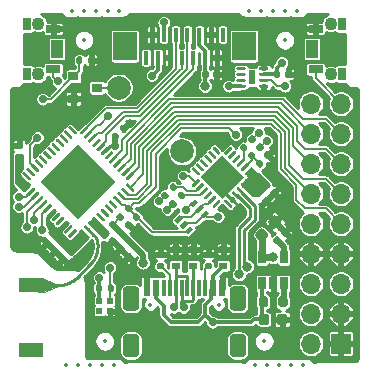
<source format=gbr>
%TF.GenerationSoftware,KiCad,Pcbnew,(5.1.12-1-10_14)*%
%TF.CreationDate,2022-04-06T10:43:02+08:00*%
%TF.ProjectId,DeerMon,44656572-4d6f-46e2-9e6b-696361645f70,V1.1*%
%TF.SameCoordinates,Original*%
%TF.FileFunction,Copper,L1,Top*%
%TF.FilePolarity,Positive*%
%FSLAX46Y46*%
G04 Gerber Fmt 4.6, Leading zero omitted, Abs format (unit mm)*
G04 Created by KiCad (PCBNEW (5.1.12-1-10_14)) date 2022-04-06 10:43:02*
%MOMM*%
%LPD*%
G01*
G04 APERTURE LIST*
%TA.AperFunction,SMDPad,CuDef*%
%ADD10C,0.350000*%
%TD*%
%TA.AperFunction,ComponentPad*%
%ADD11C,2.000000*%
%TD*%
%TA.AperFunction,SMDPad,CuDef*%
%ADD12R,0.500000X0.500000*%
%TD*%
%TA.AperFunction,ComponentPad*%
%ADD13O,1.700000X1.700000*%
%TD*%
%TA.AperFunction,ComponentPad*%
%ADD14R,1.700000X1.700000*%
%TD*%
%TA.AperFunction,ComponentPad*%
%ADD15C,1.100000*%
%TD*%
%TA.AperFunction,SMDPad,CuDef*%
%ADD16R,1.000000X1.500000*%
%TD*%
%TA.AperFunction,SMDPad,CuDef*%
%ADD17R,1.200000X0.700000*%
%TD*%
%TA.AperFunction,SMDPad,CuDef*%
%ADD18R,0.700000X1.100000*%
%TD*%
%TA.AperFunction,SMDPad,CuDef*%
%ADD19R,0.900000X0.800000*%
%TD*%
%TA.AperFunction,SMDPad,CuDef*%
%ADD20R,2.000000X2.400000*%
%TD*%
%TA.AperFunction,SMDPad,CuDef*%
%ADD21R,0.400000X1.150000*%
%TD*%
%TA.AperFunction,SMDPad,CuDef*%
%ADD22R,2.000000X1.200000*%
%TD*%
%TA.AperFunction,ComponentPad*%
%ADD23C,0.500000*%
%TD*%
%TA.AperFunction,SMDPad,CuDef*%
%ADD24R,0.650000X1.060000*%
%TD*%
%TA.AperFunction,SMDPad,CuDef*%
%ADD25R,0.600000X1.200000*%
%TD*%
%TA.AperFunction,SMDPad,CuDef*%
%ADD26R,0.300000X1.450000*%
%TD*%
%TA.AperFunction,SMDPad,CuDef*%
%ADD27R,0.600000X1.450000*%
%TD*%
%TA.AperFunction,SMDPad,CuDef*%
%ADD28R,0.700000X0.600000*%
%TD*%
%TA.AperFunction,ViaPad*%
%ADD29C,0.500000*%
%TD*%
%TA.AperFunction,ViaPad*%
%ADD30C,0.800000*%
%TD*%
%TA.AperFunction,ViaPad*%
%ADD31C,0.700000*%
%TD*%
%TA.AperFunction,Conductor*%
%ADD32C,0.250000*%
%TD*%
%TA.AperFunction,Conductor*%
%ADD33C,0.200000*%
%TD*%
%TA.AperFunction,Conductor*%
%ADD34C,0.350000*%
%TD*%
%TA.AperFunction,Conductor*%
%ADD35C,0.500000*%
%TD*%
%TA.AperFunction,Conductor*%
%ADD36C,0.600000*%
%TD*%
%TA.AperFunction,Conductor*%
%ADD37C,0.280000*%
%TD*%
%TA.AperFunction,Conductor*%
%ADD38C,0.254000*%
%TD*%
%TA.AperFunction,Conductor*%
%ADD39C,0.025400*%
%TD*%
%ADD40C,0.300000*%
%ADD41C,0.350000*%
%ADD42C,0.250000*%
%ADD43O,0.600000X1.200000*%
%ADD44O,0.600000X1.700000*%
G04 APERTURE END LIST*
%TA.AperFunction,SMDPad,CuDef*%
D10*
%TO.P,Q1,6*%
%TO.N,/BOOT*%
G36*
X15723744Y20810140D02*
G01*
X15440901Y21092983D01*
X15900520Y21552602D01*
X16183363Y21269759D01*
X15723744Y20810140D01*
G37*
%TD.AperFunction*%
%TA.AperFunction,SMDPad,CuDef*%
%TO.P,Q1,4*%
%TO.N,/RTS*%
G36*
X16642983Y19890901D02*
G01*
X16360140Y20173744D01*
X16819759Y20633363D01*
X17102602Y20350520D01*
X16642983Y19890901D01*
G37*
%TD.AperFunction*%
%TA.AperFunction,SMDPad,CuDef*%
%TO.P,Q1,2*%
G36*
X14839861Y19007018D02*
G01*
X14557018Y19289861D01*
X15016637Y19749480D01*
X15299480Y19466637D01*
X14839861Y19007018D01*
G37*
%TD.AperFunction*%
%TA.AperFunction,SMDPad,CuDef*%
%TO.P,Q1,5*%
%TO.N,/DTR*%
G36*
X16183363Y20350520D02*
G01*
X15900520Y20633363D01*
X16360139Y21092982D01*
X16642982Y20810139D01*
X16183363Y20350520D01*
G37*
%TD.AperFunction*%
%TA.AperFunction,SMDPad,CuDef*%
%TO.P,Q1,3*%
%TO.N,/EN*%
G36*
X15299480Y18547398D02*
G01*
X15016637Y18830241D01*
X15476256Y19289860D01*
X15759099Y19007017D01*
X15299480Y18547398D01*
G37*
%TD.AperFunction*%
%TA.AperFunction,SMDPad,CuDef*%
%TO.P,Q1,1*%
%TO.N,/DTR*%
G36*
X14380241Y19466637D02*
G01*
X14097398Y19749480D01*
X14557017Y20209099D01*
X14839860Y19926256D01*
X14380241Y19466637D01*
G37*
%TD.AperFunction*%
%TD*%
D11*
%TO.P,BZ1,2*%
%TO.N,Net-(BZ1-Pad2)*%
X9425988Y30974012D03*
%TO.P,BZ1,1*%
%TO.N,+5V*%
X14800000Y25600000D03*
%TD*%
%TO.P,C14,2*%
%TO.N,GND*%
%TA.AperFunction,SMDPad,CuDef*%
G36*
G01*
X9663371Y17653787D02*
X9903787Y17413371D01*
G75*
G02*
X9903787Y17215381I-98995J-98995D01*
G01*
X9705797Y17017391D01*
G75*
G02*
X9507807Y17017391I-98995J98995D01*
G01*
X9267391Y17257807D01*
G75*
G02*
X9267391Y17455797I98995J98995D01*
G01*
X9465381Y17653787D01*
G75*
G02*
X9663371Y17653787I98995J-98995D01*
G01*
G37*
%TD.AperFunction*%
%TO.P,C14,1*%
%TO.N,+3V3*%
%TA.AperFunction,SMDPad,CuDef*%
G36*
G01*
X10342193Y18332609D02*
X10582609Y18092193D01*
G75*
G02*
X10582609Y17894203I-98995J-98995D01*
G01*
X10384619Y17696213D01*
G75*
G02*
X10186629Y17696213I-98995J98995D01*
G01*
X9946213Y17936629D01*
G75*
G02*
X9946213Y18134619I98995J98995D01*
G01*
X10144203Y18332609D01*
G75*
G02*
X10342193Y18332609I98995J-98995D01*
G01*
G37*
%TD.AperFunction*%
%TD*%
%TO.P,R11,2*%
%TO.N,/RGB*%
%TA.AperFunction,SMDPad,CuDef*%
G36*
G01*
X8490000Y13815000D02*
X8490000Y14185000D01*
G75*
G02*
X8625000Y14320000I135000J0D01*
G01*
X8895000Y14320000D01*
G75*
G02*
X9030000Y14185000I0J-135000D01*
G01*
X9030000Y13815000D01*
G75*
G02*
X8895000Y13680000I-135000J0D01*
G01*
X8625000Y13680000D01*
G75*
G02*
X8490000Y13815000I0J135000D01*
G01*
G37*
%TD.AperFunction*%
%TO.P,R11,1*%
%TO.N,+3V3*%
%TA.AperFunction,SMDPad,CuDef*%
G36*
G01*
X7470000Y13815000D02*
X7470000Y14185000D01*
G75*
G02*
X7605000Y14320000I135000J0D01*
G01*
X7875000Y14320000D01*
G75*
G02*
X8010000Y14185000I0J-135000D01*
G01*
X8010000Y13815000D01*
G75*
G02*
X7875000Y13680000I-135000J0D01*
G01*
X7605000Y13680000D01*
G75*
G02*
X7470000Y13815000I0J135000D01*
G01*
G37*
%TD.AperFunction*%
%TD*%
D12*
%TO.P,D4,1*%
%TO.N,N/C*%
X7800000Y12050000D03*
%TO.P,D4,2*%
%TO.N,GND*%
X8700000Y12050000D03*
%TO.P,D4,3*%
%TO.N,/RGB*%
X8700000Y12950000D03*
%TO.P,D4,4*%
%TO.N,+3V3*%
X7800000Y12950000D03*
%TD*%
%TO.P,C16,2*%
%TO.N,GND*%
%TA.AperFunction,SMDPad,CuDef*%
G36*
G01*
X4763371Y16803787D02*
X5003787Y16563371D01*
G75*
G02*
X5003787Y16365381I-98995J-98995D01*
G01*
X4805797Y16167391D01*
G75*
G02*
X4607807Y16167391I-98995J98995D01*
G01*
X4367391Y16407807D01*
G75*
G02*
X4367391Y16605797I98995J98995D01*
G01*
X4565381Y16803787D01*
G75*
G02*
X4763371Y16803787I98995J-98995D01*
G01*
G37*
%TD.AperFunction*%
%TO.P,C16,1*%
%TO.N,+3V3*%
%TA.AperFunction,SMDPad,CuDef*%
G36*
G01*
X5442193Y17482609D02*
X5682609Y17242193D01*
G75*
G02*
X5682609Y17044203I-98995J-98995D01*
G01*
X5484619Y16846213D01*
G75*
G02*
X5286629Y16846213I-98995J98995D01*
G01*
X5046213Y17086629D01*
G75*
G02*
X5046213Y17284619I98995J98995D01*
G01*
X5244203Y17482609D01*
G75*
G02*
X5442193Y17482609I98995J-98995D01*
G01*
G37*
%TD.AperFunction*%
%TD*%
%TO.P,C15,2*%
%TO.N,GND*%
%TA.AperFunction,SMDPad,CuDef*%
G36*
G01*
X4088371Y17478787D02*
X4328787Y17238371D01*
G75*
G02*
X4328787Y17040381I-98995J-98995D01*
G01*
X4130797Y16842391D01*
G75*
G02*
X3932807Y16842391I-98995J98995D01*
G01*
X3692391Y17082807D01*
G75*
G02*
X3692391Y17280797I98995J98995D01*
G01*
X3890381Y17478787D01*
G75*
G02*
X4088371Y17478787I98995J-98995D01*
G01*
G37*
%TD.AperFunction*%
%TO.P,C15,1*%
%TO.N,+3V3*%
%TA.AperFunction,SMDPad,CuDef*%
G36*
G01*
X4767193Y18157609D02*
X5007609Y17917193D01*
G75*
G02*
X5007609Y17719203I-98995J-98995D01*
G01*
X4809619Y17521213D01*
G75*
G02*
X4611629Y17521213I-98995J98995D01*
G01*
X4371213Y17761629D01*
G75*
G02*
X4371213Y17959619I98995J98995D01*
G01*
X4569203Y18157609D01*
G75*
G02*
X4767193Y18157609I98995J-98995D01*
G01*
G37*
%TD.AperFunction*%
%TD*%
%TO.P,C12,2*%
%TO.N,GND*%
%TA.AperFunction,SMDPad,CuDef*%
G36*
G01*
X9761629Y27221213D02*
X9521213Y27461629D01*
G75*
G02*
X9521213Y27659619I98995J98995D01*
G01*
X9719203Y27857609D01*
G75*
G02*
X9917193Y27857609I98995J-98995D01*
G01*
X10157609Y27617193D01*
G75*
G02*
X10157609Y27419203I-98995J-98995D01*
G01*
X9959619Y27221213D01*
G75*
G02*
X9761629Y27221213I-98995J98995D01*
G01*
G37*
%TD.AperFunction*%
%TO.P,C12,1*%
%TO.N,+3V3*%
%TA.AperFunction,SMDPad,CuDef*%
G36*
G01*
X9082807Y26542391D02*
X8842391Y26782807D01*
G75*
G02*
X8842391Y26980797I98995J98995D01*
G01*
X9040381Y27178787D01*
G75*
G02*
X9238371Y27178787I98995J-98995D01*
G01*
X9478787Y26938371D01*
G75*
G02*
X9478787Y26740381I-98995J-98995D01*
G01*
X9280797Y26542391D01*
G75*
G02*
X9082807Y26542391I-98995J98995D01*
G01*
G37*
%TD.AperFunction*%
%TD*%
%TO.P,C7,2*%
%TO.N,GND*%
%TA.AperFunction,SMDPad,CuDef*%
G36*
G01*
X3413371Y18153787D02*
X3653787Y17913371D01*
G75*
G02*
X3653787Y17715381I-98995J-98995D01*
G01*
X3455797Y17517391D01*
G75*
G02*
X3257807Y17517391I-98995J98995D01*
G01*
X3017391Y17757807D01*
G75*
G02*
X3017391Y17955797I98995J98995D01*
G01*
X3215381Y18153787D01*
G75*
G02*
X3413371Y18153787I98995J-98995D01*
G01*
G37*
%TD.AperFunction*%
%TO.P,C7,1*%
%TO.N,+3V3*%
%TA.AperFunction,SMDPad,CuDef*%
G36*
G01*
X4092193Y18832609D02*
X4332609Y18592193D01*
G75*
G02*
X4332609Y18394203I-98995J-98995D01*
G01*
X4134619Y18196213D01*
G75*
G02*
X3936629Y18196213I-98995J98995D01*
G01*
X3696213Y18436629D01*
G75*
G02*
X3696213Y18634619I98995J98995D01*
G01*
X3894203Y18832609D01*
G75*
G02*
X4092193Y18832609I98995J-98995D01*
G01*
G37*
%TD.AperFunction*%
%TD*%
%TO.P,C6,2*%
%TO.N,GND*%
%TA.AperFunction,SMDPad,CuDef*%
G36*
G01*
X10338371Y16978787D02*
X10578787Y16738371D01*
G75*
G02*
X10578787Y16540381I-98995J-98995D01*
G01*
X10380797Y16342391D01*
G75*
G02*
X10182807Y16342391I-98995J98995D01*
G01*
X9942391Y16582807D01*
G75*
G02*
X9942391Y16780797I98995J98995D01*
G01*
X10140381Y16978787D01*
G75*
G02*
X10338371Y16978787I98995J-98995D01*
G01*
G37*
%TD.AperFunction*%
%TO.P,C6,1*%
%TO.N,+3V3*%
%TA.AperFunction,SMDPad,CuDef*%
G36*
G01*
X11017193Y17657609D02*
X11257609Y17417193D01*
G75*
G02*
X11257609Y17219203I-98995J-98995D01*
G01*
X11059619Y17021213D01*
G75*
G02*
X10861629Y17021213I-98995J98995D01*
G01*
X10621213Y17261629D01*
G75*
G02*
X10621213Y17459619I98995J98995D01*
G01*
X10819203Y17657609D01*
G75*
G02*
X11017193Y17657609I98995J-98995D01*
G01*
G37*
%TD.AperFunction*%
%TD*%
%TO.P,C5,2*%
%TO.N,GND*%
%TA.AperFunction,SMDPad,CuDef*%
G36*
G01*
X1170000Y25800000D02*
X830000Y25800000D01*
G75*
G02*
X690000Y25940000I0J140000D01*
G01*
X690000Y26220000D01*
G75*
G02*
X830000Y26360000I140000J0D01*
G01*
X1170000Y26360000D01*
G75*
G02*
X1310000Y26220000I0J-140000D01*
G01*
X1310000Y25940000D01*
G75*
G02*
X1170000Y25800000I-140000J0D01*
G01*
G37*
%TD.AperFunction*%
%TO.P,C5,1*%
%TO.N,+3V3*%
%TA.AperFunction,SMDPad,CuDef*%
G36*
G01*
X1170000Y24840000D02*
X830000Y24840000D01*
G75*
G02*
X690000Y24980000I0J140000D01*
G01*
X690000Y25260000D01*
G75*
G02*
X830000Y25400000I140000J0D01*
G01*
X1170000Y25400000D01*
G75*
G02*
X1310000Y25260000I0J-140000D01*
G01*
X1310000Y24980000D01*
G75*
G02*
X1170000Y24840000I-140000J0D01*
G01*
G37*
%TD.AperFunction*%
%TD*%
%TO.P,R14,2*%
%TO.N,+5V*%
%TA.AperFunction,SMDPad,CuDef*%
G36*
G01*
X22075000Y13125000D02*
X22075000Y12575000D01*
G75*
G02*
X21875000Y12375000I-200000J0D01*
G01*
X21475000Y12375000D01*
G75*
G02*
X21275000Y12575000I0J200000D01*
G01*
X21275000Y13125000D01*
G75*
G02*
X21475000Y13325000I200000J0D01*
G01*
X21875000Y13325000D01*
G75*
G02*
X22075000Y13125000I0J-200000D01*
G01*
G37*
%TD.AperFunction*%
%TO.P,R14,1*%
%TO.N,Net-(R14-Pad1)*%
%TA.AperFunction,SMDPad,CuDef*%
G36*
G01*
X23725000Y13125000D02*
X23725000Y12575000D01*
G75*
G02*
X23525000Y12375000I-200000J0D01*
G01*
X23125000Y12375000D01*
G75*
G02*
X22925000Y12575000I0J200000D01*
G01*
X22925000Y13125000D01*
G75*
G02*
X23125000Y13325000I200000J0D01*
G01*
X23525000Y13325000D01*
G75*
G02*
X23725000Y13125000I0J-200000D01*
G01*
G37*
%TD.AperFunction*%
%TD*%
%TO.P,R13,2*%
%TO.N,GND*%
%TA.AperFunction,SMDPad,CuDef*%
G36*
G01*
X6840000Y33115000D02*
X6840000Y33485000D01*
G75*
G02*
X6975000Y33620000I135000J0D01*
G01*
X7245000Y33620000D01*
G75*
G02*
X7380000Y33485000I0J-135000D01*
G01*
X7380000Y33115000D01*
G75*
G02*
X7245000Y32980000I-135000J0D01*
G01*
X6975000Y32980000D01*
G75*
G02*
X6840000Y33115000I0J135000D01*
G01*
G37*
%TD.AperFunction*%
%TO.P,R13,1*%
%TO.N,/BZ_EN*%
%TA.AperFunction,SMDPad,CuDef*%
G36*
G01*
X5820000Y33115000D02*
X5820000Y33485000D01*
G75*
G02*
X5955000Y33620000I135000J0D01*
G01*
X6225000Y33620000D01*
G75*
G02*
X6360000Y33485000I0J-135000D01*
G01*
X6360000Y33115000D01*
G75*
G02*
X6225000Y32980000I-135000J0D01*
G01*
X5955000Y32980000D01*
G75*
G02*
X5820000Y33115000I0J135000D01*
G01*
G37*
%TD.AperFunction*%
%TD*%
D13*
%TO.P,J3,18*%
%TO.N,/BOOT*%
X25710000Y29620000D03*
%TO.P,J3,17*%
%TO.N,/EN*%
X28250000Y29620000D03*
%TO.P,J3,16*%
%TO.N,/IO26*%
X25710000Y27080000D03*
%TO.P,J3,15*%
%TO.N,/IO27*%
X28250000Y27080000D03*
%TO.P,J3,14*%
%TO.N,/IO33*%
X25710000Y24540000D03*
%TO.P,J3,13*%
%TO.N,/IO25*%
X28250000Y24540000D03*
%TO.P,J3,12*%
%TO.N,/IO35*%
X25710000Y22000000D03*
%TO.P,J3,11*%
%TO.N,/IO32*%
X28250000Y22000000D03*
%TO.P,J3,10*%
%TO.N,/IO5*%
X25710000Y19460000D03*
%TO.P,J3,9*%
%TO.N,/IO34*%
X28250000Y19460000D03*
%TO.P,J3,8*%
%TO.N,GND*%
X25710000Y16920000D03*
%TO.P,J3,7*%
X28250000Y16920000D03*
%TO.P,J3,6*%
%TO.N,/ESP_TX*%
X25710000Y14380000D03*
%TO.P,J3,5*%
%TO.N,/ESP_RX*%
X28250000Y14380000D03*
%TO.P,J3,4*%
%TO.N,+5V*%
X25710000Y11840000D03*
%TO.P,J3,3*%
%TO.N,GND*%
X28250000Y11840000D03*
%TO.P,J3,2*%
%TO.N,+3V3*%
X25710000Y9300000D03*
D14*
%TO.P,J3,1*%
%TO.N,GND*%
X28250000Y9300000D03*
%TD*%
D15*
%TO.P,SW1,*%
%TO.N,*%
X2600000Y32100000D03*
D16*
X4200000Y34250000D03*
D17*
%TO.P,SW1,2*%
%TO.N,/BOOT*%
X3900000Y32550000D03*
%TO.P,SW1,1*%
%TO.N,GND*%
X3900000Y35950000D03*
D18*
%TO.P,SW1,*%
%TO.N,*%
X1650000Y32150000D03*
X1650000Y36350000D03*
D15*
X2600000Y36400000D03*
%TD*%
D19*
%TO.P,Q2,3*%
%TO.N,Net-(BZ1-Pad2)*%
X7600000Y30975000D03*
%TO.P,Q2,2*%
%TO.N,GND*%
X5600000Y30025000D03*
%TO.P,Q2,1*%
%TO.N,/BZ_EN*%
X5600000Y31925000D03*
%TD*%
%TO.P,C10,2*%
%TO.N,GND*%
%TA.AperFunction,SMDPad,CuDef*%
G36*
G01*
X22504595Y19103033D02*
X22151041Y19456587D01*
G75*
G02*
X22151041Y19774785I159099J159099D01*
G01*
X22469239Y20092983D01*
G75*
G02*
X22787437Y20092983I159099J-159099D01*
G01*
X23140991Y19739429D01*
G75*
G02*
X23140991Y19421231I-159099J-159099D01*
G01*
X22822793Y19103033D01*
G75*
G02*
X22504595Y19103033I-159099J159099D01*
G01*
G37*
%TD.AperFunction*%
%TO.P,C10,1*%
%TO.N,+3V3*%
%TA.AperFunction,SMDPad,CuDef*%
G36*
G01*
X21408579Y18007017D02*
X21055025Y18360571D01*
G75*
G02*
X21055025Y18678769I159099J159099D01*
G01*
X21373223Y18996967D01*
G75*
G02*
X21691421Y18996967I159099J-159099D01*
G01*
X22044975Y18643413D01*
G75*
G02*
X22044975Y18325215I-159099J-159099D01*
G01*
X21726777Y18007017D01*
G75*
G02*
X21408579Y18007017I-159099J159099D01*
G01*
G37*
%TD.AperFunction*%
%TD*%
%TO.P,C9,2*%
%TO.N,GND*%
%TA.AperFunction,SMDPad,CuDef*%
G36*
G01*
X22825000Y11100000D02*
X22825000Y11600000D01*
G75*
G02*
X23050000Y11825000I225000J0D01*
G01*
X23500000Y11825000D01*
G75*
G02*
X23725000Y11600000I0J-225000D01*
G01*
X23725000Y11100000D01*
G75*
G02*
X23500000Y10875000I-225000J0D01*
G01*
X23050000Y10875000D01*
G75*
G02*
X22825000Y11100000I0J225000D01*
G01*
G37*
%TD.AperFunction*%
%TO.P,C9,1*%
%TO.N,+5V*%
%TA.AperFunction,SMDPad,CuDef*%
G36*
G01*
X21275000Y11100000D02*
X21275000Y11600000D01*
G75*
G02*
X21500000Y11825000I225000J0D01*
G01*
X21950000Y11825000D01*
G75*
G02*
X22175000Y11600000I0J-225000D01*
G01*
X22175000Y11100000D01*
G75*
G02*
X21950000Y10875000I-225000J0D01*
G01*
X21500000Y10875000D01*
G75*
G02*
X21275000Y11100000I0J225000D01*
G01*
G37*
%TD.AperFunction*%
%TD*%
D20*
%TO.P,J2,*%
%TO.N,*%
X20050000Y34500000D03*
X9950000Y34500000D03*
D21*
%TO.P,J2,2*%
%TO.N,GND*%
X12250000Y35475000D03*
%TO.P,J2,10*%
%TO.N,+3V3*%
X16250000Y35475000D03*
%TO.P,J2,12*%
%TO.N,GND*%
X17250000Y35475000D03*
%TO.P,J2,14*%
%TO.N,N/C*%
X18250000Y35475000D03*
%TO.P,J2,8*%
%TO.N,/LCD_SDA*%
X15250000Y35475000D03*
%TO.P,J2,4*%
%TO.N,+3V3*%
X13250000Y35475000D03*
%TO.P,J2,6*%
%TO.N,/LCD_RST*%
X14250000Y35475000D03*
%TO.P,J2,13*%
%TO.N,GND*%
X17750000Y33525000D03*
%TO.P,J2,11*%
%TO.N,+3V3*%
X16750000Y33525000D03*
%TO.P,J2,9*%
%TO.N,/LCD_SCL*%
X15750000Y33525000D03*
%TO.P,J2,7*%
%TO.N,/LCD_DC*%
X14750000Y33525000D03*
%TO.P,J2,5*%
%TO.N,GND*%
X13750000Y33525000D03*
%TO.P,J2,3*%
%TO.N,/LEDK*%
X12750000Y33525000D03*
%TO.P,J2,1*%
%TO.N,N/C*%
X11750000Y33525000D03*
%TD*%
D22*
%TO.P,AE1,2*%
%TO.N,N/C*%
X2000000Y8750000D03*
%TO.P,AE1,1*%
%TO.N,Net-(AE1-Pad1)*%
X2000000Y14250000D03*
%TD*%
D15*
%TO.P,SW2,*%
%TO.N,*%
X27400000Y36400000D03*
D16*
X25800000Y34250000D03*
D17*
%TO.P,SW2,2*%
%TO.N,GND*%
X26100000Y35950000D03*
%TO.P,SW2,1*%
%TO.N,/EN*%
X26100000Y32550000D03*
D18*
%TO.P,SW2,*%
%TO.N,*%
X28350000Y36350000D03*
X28350000Y32150000D03*
D15*
X27400000Y32100000D03*
%TD*%
D23*
%TO.P,U4,49*%
%TO.N,GND*%
X8156676Y23671751D03*
X7414214Y24414214D03*
X6671751Y25156676D03*
X7484924Y23000000D03*
X6742462Y23742462D03*
X6000000Y24484924D03*
X6742462Y22257538D03*
X6000000Y23000000D03*
X5257538Y23742462D03*
X6000000Y21515076D03*
X5257538Y22257538D03*
X4515076Y23000000D03*
X5328249Y25156676D03*
X8156676Y22328249D03*
X4585786Y24414214D03*
X7414214Y21585786D03*
X3843324Y23671751D03*
X6671751Y20843324D03*
X3843324Y22328249D03*
X4585786Y21585786D03*
X5328249Y20843324D03*
%TA.AperFunction,SMDPad,CuDef*%
D10*
G36*
X9181981Y23000000D02*
G01*
X6000000Y19818019D01*
X2818019Y23000000D01*
X6000000Y26181981D01*
X9181981Y23000000D01*
G37*
%TD.AperFunction*%
%TO.P,U4,48*%
%TO.N,N/C*%
%TA.AperFunction,SMDPad,CuDef*%
G36*
G01*
X5867417Y18801554D02*
X5337087Y18271224D01*
G75*
G02*
X5248699Y18271224I-44194J44194D01*
G01*
X5160311Y18359612D01*
G75*
G02*
X5160311Y18448000I44194J44194D01*
G01*
X5690641Y18978330D01*
G75*
G02*
X5779029Y18978330I44194J-44194D01*
G01*
X5867417Y18889942D01*
G75*
G02*
X5867417Y18801554I-44194J-44194D01*
G01*
G37*
%TD.AperFunction*%
%TO.P,U4,47*%
%TA.AperFunction,SMDPad,CuDef*%
G36*
G01*
X5513864Y19155107D02*
X4983534Y18624777D01*
G75*
G02*
X4895146Y18624777I-44194J44194D01*
G01*
X4806758Y18713165D01*
G75*
G02*
X4806758Y18801553I44194J44194D01*
G01*
X5337088Y19331883D01*
G75*
G02*
X5425476Y19331883I44194J-44194D01*
G01*
X5513864Y19243495D01*
G75*
G02*
X5513864Y19155107I-44194J-44194D01*
G01*
G37*
%TD.AperFunction*%
%TO.P,U4,46*%
%TO.N,+3V3*%
%TA.AperFunction,SMDPad,CuDef*%
G36*
G01*
X5160310Y19508661D02*
X4629980Y18978331D01*
G75*
G02*
X4541592Y18978331I-44194J44194D01*
G01*
X4453204Y19066719D01*
G75*
G02*
X4453204Y19155107I44194J44194D01*
G01*
X4983534Y19685437D01*
G75*
G02*
X5071922Y19685437I44194J-44194D01*
G01*
X5160310Y19597049D01*
G75*
G02*
X5160310Y19508661I-44194J-44194D01*
G01*
G37*
%TD.AperFunction*%
%TO.P,U4,45*%
%TO.N,N/C*%
%TA.AperFunction,SMDPad,CuDef*%
G36*
G01*
X4806757Y19862214D02*
X4276427Y19331884D01*
G75*
G02*
X4188039Y19331884I-44194J44194D01*
G01*
X4099651Y19420272D01*
G75*
G02*
X4099651Y19508660I44194J44194D01*
G01*
X4629981Y20038990D01*
G75*
G02*
X4718369Y20038990I44194J-44194D01*
G01*
X4806757Y19950602D01*
G75*
G02*
X4806757Y19862214I-44194J-44194D01*
G01*
G37*
%TD.AperFunction*%
%TO.P,U4,44*%
%TA.AperFunction,SMDPad,CuDef*%
G36*
G01*
X4453204Y20215767D02*
X3922874Y19685437D01*
G75*
G02*
X3834486Y19685437I-44194J44194D01*
G01*
X3746098Y19773825D01*
G75*
G02*
X3746098Y19862213I44194J44194D01*
G01*
X4276428Y20392543D01*
G75*
G02*
X4364816Y20392543I44194J-44194D01*
G01*
X4453204Y20304155D01*
G75*
G02*
X4453204Y20215767I-44194J-44194D01*
G01*
G37*
%TD.AperFunction*%
%TO.P,U4,43*%
%TO.N,+3V3*%
%TA.AperFunction,SMDPad,CuDef*%
G36*
G01*
X4099650Y20569321D02*
X3569320Y20038991D01*
G75*
G02*
X3480932Y20038991I-44194J44194D01*
G01*
X3392544Y20127379D01*
G75*
G02*
X3392544Y20215767I44194J44194D01*
G01*
X3922874Y20746097D01*
G75*
G02*
X4011262Y20746097I44194J-44194D01*
G01*
X4099650Y20657709D01*
G75*
G02*
X4099650Y20569321I-44194J-44194D01*
G01*
G37*
%TD.AperFunction*%
%TO.P,U4,42*%
%TO.N,/RGB*%
%TA.AperFunction,SMDPad,CuDef*%
G36*
G01*
X3746097Y20922874D02*
X3215767Y20392544D01*
G75*
G02*
X3127379Y20392544I-44194J44194D01*
G01*
X3038991Y20480932D01*
G75*
G02*
X3038991Y20569320I44194J44194D01*
G01*
X3569321Y21099650D01*
G75*
G02*
X3657709Y21099650I44194J-44194D01*
G01*
X3746097Y21011262D01*
G75*
G02*
X3746097Y20922874I-44194J-44194D01*
G01*
G37*
%TD.AperFunction*%
%TO.P,U4,41*%
%TO.N,/ESP_TX*%
%TA.AperFunction,SMDPad,CuDef*%
G36*
G01*
X3392543Y21276428D02*
X2862213Y20746098D01*
G75*
G02*
X2773825Y20746098I-44194J44194D01*
G01*
X2685437Y20834486D01*
G75*
G02*
X2685437Y20922874I44194J44194D01*
G01*
X3215767Y21453204D01*
G75*
G02*
X3304155Y21453204I44194J-44194D01*
G01*
X3392543Y21364816D01*
G75*
G02*
X3392543Y21276428I-44194J-44194D01*
G01*
G37*
%TD.AperFunction*%
%TO.P,U4,40*%
%TO.N,/ESP_RX*%
%TA.AperFunction,SMDPad,CuDef*%
G36*
G01*
X3038990Y21629981D02*
X2508660Y21099651D01*
G75*
G02*
X2420272Y21099651I-44194J44194D01*
G01*
X2331884Y21188039D01*
G75*
G02*
X2331884Y21276427I44194J44194D01*
G01*
X2862214Y21806757D01*
G75*
G02*
X2950602Y21806757I44194J-44194D01*
G01*
X3038990Y21718369D01*
G75*
G02*
X3038990Y21629981I-44194J-44194D01*
G01*
G37*
%TD.AperFunction*%
%TO.P,U4,39*%
%TO.N,/BZ_EN*%
%TA.AperFunction,SMDPad,CuDef*%
G36*
G01*
X2685437Y21983534D02*
X2155107Y21453204D01*
G75*
G02*
X2066719Y21453204I-44194J44194D01*
G01*
X1978331Y21541592D01*
G75*
G02*
X1978331Y21629980I44194J44194D01*
G01*
X2508661Y22160310D01*
G75*
G02*
X2597049Y22160310I44194J-44194D01*
G01*
X2685437Y22071922D01*
G75*
G02*
X2685437Y21983534I-44194J-44194D01*
G01*
G37*
%TD.AperFunction*%
%TO.P,U4,38*%
%TO.N,/BLK*%
%TA.AperFunction,SMDPad,CuDef*%
G36*
G01*
X2331883Y22337088D02*
X1801553Y21806758D01*
G75*
G02*
X1713165Y21806758I-44194J44194D01*
G01*
X1624777Y21895146D01*
G75*
G02*
X1624777Y21983534I44194J44194D01*
G01*
X2155107Y22513864D01*
G75*
G02*
X2243495Y22513864I44194J-44194D01*
G01*
X2331883Y22425476D01*
G75*
G02*
X2331883Y22337088I-44194J-44194D01*
G01*
G37*
%TD.AperFunction*%
%TO.P,U4,37*%
%TO.N,+3V3*%
%TA.AperFunction,SMDPad,CuDef*%
G36*
G01*
X1978330Y22690641D02*
X1448000Y22160311D01*
G75*
G02*
X1359612Y22160311I-44194J44194D01*
G01*
X1271224Y22248699D01*
G75*
G02*
X1271224Y22337087I44194J44194D01*
G01*
X1801554Y22867417D01*
G75*
G02*
X1889942Y22867417I44194J-44194D01*
G01*
X1978330Y22779029D01*
G75*
G02*
X1978330Y22690641I-44194J-44194D01*
G01*
G37*
%TD.AperFunction*%
%TO.P,U4,36*%
%TO.N,N/C*%
%TA.AperFunction,SMDPad,CuDef*%
G36*
G01*
X1978330Y23220971D02*
X1889942Y23132583D01*
G75*
G02*
X1801554Y23132583I-44194J44194D01*
G01*
X1271224Y23662913D01*
G75*
G02*
X1271224Y23751301I44194J44194D01*
G01*
X1359612Y23839689D01*
G75*
G02*
X1448000Y23839689I44194J-44194D01*
G01*
X1978330Y23309359D01*
G75*
G02*
X1978330Y23220971I-44194J-44194D01*
G01*
G37*
%TD.AperFunction*%
%TO.P,U4,35*%
%TA.AperFunction,SMDPad,CuDef*%
G36*
G01*
X2331883Y23574524D02*
X2243495Y23486136D01*
G75*
G02*
X2155107Y23486136I-44194J44194D01*
G01*
X1624777Y24016466D01*
G75*
G02*
X1624777Y24104854I44194J44194D01*
G01*
X1713165Y24193242D01*
G75*
G02*
X1801553Y24193242I44194J-44194D01*
G01*
X2331883Y23662912D01*
G75*
G02*
X2331883Y23574524I-44194J-44194D01*
G01*
G37*
%TD.AperFunction*%
%TO.P,U4,34*%
%TO.N,/IO5*%
%TA.AperFunction,SMDPad,CuDef*%
G36*
G01*
X2685437Y23928078D02*
X2597049Y23839690D01*
G75*
G02*
X2508661Y23839690I-44194J44194D01*
G01*
X1978331Y24370020D01*
G75*
G02*
X1978331Y24458408I44194J44194D01*
G01*
X2066719Y24546796D01*
G75*
G02*
X2155107Y24546796I44194J-44194D01*
G01*
X2685437Y24016466D01*
G75*
G02*
X2685437Y23928078I-44194J-44194D01*
G01*
G37*
%TD.AperFunction*%
%TO.P,U4,33*%
%TO.N,N/C*%
%TA.AperFunction,SMDPad,CuDef*%
G36*
G01*
X3038990Y24281631D02*
X2950602Y24193243D01*
G75*
G02*
X2862214Y24193243I-44194J44194D01*
G01*
X2331884Y24723573D01*
G75*
G02*
X2331884Y24811961I44194J44194D01*
G01*
X2420272Y24900349D01*
G75*
G02*
X2508660Y24900349I44194J-44194D01*
G01*
X3038990Y24370019D01*
G75*
G02*
X3038990Y24281631I-44194J-44194D01*
G01*
G37*
%TD.AperFunction*%
%TO.P,U4,32*%
%TA.AperFunction,SMDPad,CuDef*%
G36*
G01*
X3392543Y24635184D02*
X3304155Y24546796D01*
G75*
G02*
X3215767Y24546796I-44194J44194D01*
G01*
X2685437Y25077126D01*
G75*
G02*
X2685437Y25165514I44194J44194D01*
G01*
X2773825Y25253902D01*
G75*
G02*
X2862213Y25253902I44194J-44194D01*
G01*
X3392543Y24723572D01*
G75*
G02*
X3392543Y24635184I-44194J-44194D01*
G01*
G37*
%TD.AperFunction*%
%TO.P,U4,31*%
%TA.AperFunction,SMDPad,CuDef*%
G36*
G01*
X3746097Y24988738D02*
X3657709Y24900350D01*
G75*
G02*
X3569321Y24900350I-44194J44194D01*
G01*
X3038991Y25430680D01*
G75*
G02*
X3038991Y25519068I44194J44194D01*
G01*
X3127379Y25607456D01*
G75*
G02*
X3215767Y25607456I44194J-44194D01*
G01*
X3746097Y25077126D01*
G75*
G02*
X3746097Y24988738I-44194J-44194D01*
G01*
G37*
%TD.AperFunction*%
%TO.P,U4,30*%
%TA.AperFunction,SMDPad,CuDef*%
G36*
G01*
X4099650Y25342291D02*
X4011262Y25253903D01*
G75*
G02*
X3922874Y25253903I-44194J44194D01*
G01*
X3392544Y25784233D01*
G75*
G02*
X3392544Y25872621I44194J44194D01*
G01*
X3480932Y25961009D01*
G75*
G02*
X3569320Y25961009I44194J-44194D01*
G01*
X4099650Y25430679D01*
G75*
G02*
X4099650Y25342291I-44194J-44194D01*
G01*
G37*
%TD.AperFunction*%
%TO.P,U4,29*%
%TA.AperFunction,SMDPad,CuDef*%
G36*
G01*
X4453204Y25695845D02*
X4364816Y25607457D01*
G75*
G02*
X4276428Y25607457I-44194J44194D01*
G01*
X3746098Y26137787D01*
G75*
G02*
X3746098Y26226175I44194J44194D01*
G01*
X3834486Y26314563D01*
G75*
G02*
X3922874Y26314563I44194J-44194D01*
G01*
X4453204Y25784233D01*
G75*
G02*
X4453204Y25695845I-44194J-44194D01*
G01*
G37*
%TD.AperFunction*%
%TO.P,U4,28*%
%TA.AperFunction,SMDPad,CuDef*%
G36*
G01*
X4806757Y26049398D02*
X4718369Y25961010D01*
G75*
G02*
X4629981Y25961010I-44194J44194D01*
G01*
X4099651Y26491340D01*
G75*
G02*
X4099651Y26579728I44194J44194D01*
G01*
X4188039Y26668116D01*
G75*
G02*
X4276427Y26668116I44194J-44194D01*
G01*
X4806757Y26137786D01*
G75*
G02*
X4806757Y26049398I-44194J-44194D01*
G01*
G37*
%TD.AperFunction*%
%TO.P,U4,27*%
%TA.AperFunction,SMDPad,CuDef*%
G36*
G01*
X5160310Y26402951D02*
X5071922Y26314563D01*
G75*
G02*
X4983534Y26314563I-44194J44194D01*
G01*
X4453204Y26844893D01*
G75*
G02*
X4453204Y26933281I44194J44194D01*
G01*
X4541592Y27021669D01*
G75*
G02*
X4629980Y27021669I44194J-44194D01*
G01*
X5160310Y26491339D01*
G75*
G02*
X5160310Y26402951I-44194J-44194D01*
G01*
G37*
%TD.AperFunction*%
%TO.P,U4,26*%
%TA.AperFunction,SMDPad,CuDef*%
G36*
G01*
X5513864Y26756505D02*
X5425476Y26668117D01*
G75*
G02*
X5337088Y26668117I-44194J44194D01*
G01*
X4806758Y27198447D01*
G75*
G02*
X4806758Y27286835I44194J44194D01*
G01*
X4895146Y27375223D01*
G75*
G02*
X4983534Y27375223I44194J-44194D01*
G01*
X5513864Y26844893D01*
G75*
G02*
X5513864Y26756505I-44194J-44194D01*
G01*
G37*
%TD.AperFunction*%
%TO.P,U4,25*%
%TA.AperFunction,SMDPad,CuDef*%
G36*
G01*
X5867417Y27110058D02*
X5779029Y27021670D01*
G75*
G02*
X5690641Y27021670I-44194J44194D01*
G01*
X5160311Y27552000D01*
G75*
G02*
X5160311Y27640388I44194J44194D01*
G01*
X5248699Y27728776D01*
G75*
G02*
X5337087Y27728776I44194J-44194D01*
G01*
X5867417Y27198446D01*
G75*
G02*
X5867417Y27110058I-44194J-44194D01*
G01*
G37*
%TD.AperFunction*%
%TO.P,U4,24*%
%TO.N,/LCD_RST*%
%TA.AperFunction,SMDPad,CuDef*%
G36*
G01*
X6839689Y27552000D02*
X6309359Y27021670D01*
G75*
G02*
X6220971Y27021670I-44194J44194D01*
G01*
X6132583Y27110058D01*
G75*
G02*
X6132583Y27198446I44194J44194D01*
G01*
X6662913Y27728776D01*
G75*
G02*
X6751301Y27728776I44194J-44194D01*
G01*
X6839689Y27640388D01*
G75*
G02*
X6839689Y27552000I-44194J-44194D01*
G01*
G37*
%TD.AperFunction*%
%TO.P,U4,23*%
%TO.N,/BOOT*%
%TA.AperFunction,SMDPad,CuDef*%
G36*
G01*
X7193242Y27198447D02*
X6662912Y26668117D01*
G75*
G02*
X6574524Y26668117I-44194J44194D01*
G01*
X6486136Y26756505D01*
G75*
G02*
X6486136Y26844893I44194J44194D01*
G01*
X7016466Y27375223D01*
G75*
G02*
X7104854Y27375223I44194J-44194D01*
G01*
X7193242Y27286835D01*
G75*
G02*
X7193242Y27198447I-44194J-44194D01*
G01*
G37*
%TD.AperFunction*%
%TO.P,U4,22*%
%TO.N,/LCD_DC*%
%TA.AperFunction,SMDPad,CuDef*%
G36*
G01*
X7546796Y26844893D02*
X7016466Y26314563D01*
G75*
G02*
X6928078Y26314563I-44194J44194D01*
G01*
X6839690Y26402951D01*
G75*
G02*
X6839690Y26491339I44194J44194D01*
G01*
X7370020Y27021669D01*
G75*
G02*
X7458408Y27021669I44194J-44194D01*
G01*
X7546796Y26933281D01*
G75*
G02*
X7546796Y26844893I-44194J-44194D01*
G01*
G37*
%TD.AperFunction*%
%TO.P,U4,21*%
%TO.N,N/C*%
%TA.AperFunction,SMDPad,CuDef*%
G36*
G01*
X7900349Y26491340D02*
X7370019Y25961010D01*
G75*
G02*
X7281631Y25961010I-44194J44194D01*
G01*
X7193243Y26049398D01*
G75*
G02*
X7193243Y26137786I44194J44194D01*
G01*
X7723573Y26668116D01*
G75*
G02*
X7811961Y26668116I44194J-44194D01*
G01*
X7900349Y26579728D01*
G75*
G02*
X7900349Y26491340I-44194J-44194D01*
G01*
G37*
%TD.AperFunction*%
%TO.P,U4,20*%
%TO.N,/LCD_SDA*%
%TA.AperFunction,SMDPad,CuDef*%
G36*
G01*
X8253902Y26137787D02*
X7723572Y25607457D01*
G75*
G02*
X7635184Y25607457I-44194J44194D01*
G01*
X7546796Y25695845D01*
G75*
G02*
X7546796Y25784233I44194J44194D01*
G01*
X8077126Y26314563D01*
G75*
G02*
X8165514Y26314563I44194J-44194D01*
G01*
X8253902Y26226175D01*
G75*
G02*
X8253902Y26137787I-44194J-44194D01*
G01*
G37*
%TD.AperFunction*%
%TO.P,U4,19*%
%TO.N,+3V3*%
%TA.AperFunction,SMDPad,CuDef*%
G36*
G01*
X8607456Y25784233D02*
X8077126Y25253903D01*
G75*
G02*
X7988738Y25253903I-44194J44194D01*
G01*
X7900350Y25342291D01*
G75*
G02*
X7900350Y25430679I44194J44194D01*
G01*
X8430680Y25961009D01*
G75*
G02*
X8519068Y25961009I44194J-44194D01*
G01*
X8607456Y25872621D01*
G75*
G02*
X8607456Y25784233I-44194J-44194D01*
G01*
G37*
%TD.AperFunction*%
%TO.P,U4,18*%
%TO.N,N/C*%
%TA.AperFunction,SMDPad,CuDef*%
G36*
G01*
X8961009Y25430680D02*
X8430679Y24900350D01*
G75*
G02*
X8342291Y24900350I-44194J44194D01*
G01*
X8253903Y24988738D01*
G75*
G02*
X8253903Y25077126I44194J44194D01*
G01*
X8784233Y25607456D01*
G75*
G02*
X8872621Y25607456I44194J-44194D01*
G01*
X8961009Y25519068D01*
G75*
G02*
X8961009Y25430680I-44194J-44194D01*
G01*
G37*
%TD.AperFunction*%
%TO.P,U4,17*%
%TO.N,/LCD_SCL*%
%TA.AperFunction,SMDPad,CuDef*%
G36*
G01*
X9314563Y25077126D02*
X8784233Y24546796D01*
G75*
G02*
X8695845Y24546796I-44194J44194D01*
G01*
X8607457Y24635184D01*
G75*
G02*
X8607457Y24723572I44194J44194D01*
G01*
X9137787Y25253902D01*
G75*
G02*
X9226175Y25253902I44194J-44194D01*
G01*
X9314563Y25165514D01*
G75*
G02*
X9314563Y25077126I-44194J-44194D01*
G01*
G37*
%TD.AperFunction*%
%TO.P,U4,16*%
%TO.N,/IO27*%
%TA.AperFunction,SMDPad,CuDef*%
G36*
G01*
X9668116Y24723573D02*
X9137786Y24193243D01*
G75*
G02*
X9049398Y24193243I-44194J44194D01*
G01*
X8961010Y24281631D01*
G75*
G02*
X8961010Y24370019I44194J44194D01*
G01*
X9491340Y24900349D01*
G75*
G02*
X9579728Y24900349I44194J-44194D01*
G01*
X9668116Y24811961D01*
G75*
G02*
X9668116Y24723573I-44194J-44194D01*
G01*
G37*
%TD.AperFunction*%
%TO.P,U4,15*%
%TO.N,/IO26*%
%TA.AperFunction,SMDPad,CuDef*%
G36*
G01*
X10021669Y24370020D02*
X9491339Y23839690D01*
G75*
G02*
X9402951Y23839690I-44194J44194D01*
G01*
X9314563Y23928078D01*
G75*
G02*
X9314563Y24016466I44194J44194D01*
G01*
X9844893Y24546796D01*
G75*
G02*
X9933281Y24546796I44194J-44194D01*
G01*
X10021669Y24458408D01*
G75*
G02*
X10021669Y24370020I-44194J-44194D01*
G01*
G37*
%TD.AperFunction*%
%TO.P,U4,14*%
%TO.N,/IO25*%
%TA.AperFunction,SMDPad,CuDef*%
G36*
G01*
X10375223Y24016466D02*
X9844893Y23486136D01*
G75*
G02*
X9756505Y23486136I-44194J44194D01*
G01*
X9668117Y23574524D01*
G75*
G02*
X9668117Y23662912I44194J44194D01*
G01*
X10198447Y24193242D01*
G75*
G02*
X10286835Y24193242I44194J-44194D01*
G01*
X10375223Y24104854D01*
G75*
G02*
X10375223Y24016466I-44194J-44194D01*
G01*
G37*
%TD.AperFunction*%
%TO.P,U4,13*%
%TO.N,/IO33*%
%TA.AperFunction,SMDPad,CuDef*%
G36*
G01*
X10728776Y23662913D02*
X10198446Y23132583D01*
G75*
G02*
X10110058Y23132583I-44194J44194D01*
G01*
X10021670Y23220971D01*
G75*
G02*
X10021670Y23309359I44194J44194D01*
G01*
X10552000Y23839689D01*
G75*
G02*
X10640388Y23839689I44194J-44194D01*
G01*
X10728776Y23751301D01*
G75*
G02*
X10728776Y23662913I-44194J-44194D01*
G01*
G37*
%TD.AperFunction*%
%TO.P,U4,12*%
%TO.N,/IO32*%
%TA.AperFunction,SMDPad,CuDef*%
G36*
G01*
X10728776Y22248699D02*
X10640388Y22160311D01*
G75*
G02*
X10552000Y22160311I-44194J44194D01*
G01*
X10021670Y22690641D01*
G75*
G02*
X10021670Y22779029I44194J44194D01*
G01*
X10110058Y22867417D01*
G75*
G02*
X10198446Y22867417I44194J-44194D01*
G01*
X10728776Y22337087D01*
G75*
G02*
X10728776Y22248699I-44194J-44194D01*
G01*
G37*
%TD.AperFunction*%
%TO.P,U4,11*%
%TO.N,/IO35*%
%TA.AperFunction,SMDPad,CuDef*%
G36*
G01*
X10375223Y21895146D02*
X10286835Y21806758D01*
G75*
G02*
X10198447Y21806758I-44194J44194D01*
G01*
X9668117Y22337088D01*
G75*
G02*
X9668117Y22425476I44194J44194D01*
G01*
X9756505Y22513864D01*
G75*
G02*
X9844893Y22513864I44194J-44194D01*
G01*
X10375223Y21983534D01*
G75*
G02*
X10375223Y21895146I-44194J-44194D01*
G01*
G37*
%TD.AperFunction*%
%TO.P,U4,10*%
%TO.N,/IO34*%
%TA.AperFunction,SMDPad,CuDef*%
G36*
G01*
X10021669Y21541592D02*
X9933281Y21453204D01*
G75*
G02*
X9844893Y21453204I-44194J44194D01*
G01*
X9314563Y21983534D01*
G75*
G02*
X9314563Y22071922I44194J44194D01*
G01*
X9402951Y22160310D01*
G75*
G02*
X9491339Y22160310I44194J-44194D01*
G01*
X10021669Y21629980D01*
G75*
G02*
X10021669Y21541592I-44194J-44194D01*
G01*
G37*
%TD.AperFunction*%
%TO.P,U4,9*%
%TO.N,/EN*%
%TA.AperFunction,SMDPad,CuDef*%
G36*
G01*
X9668116Y21188039D02*
X9579728Y21099651D01*
G75*
G02*
X9491340Y21099651I-44194J44194D01*
G01*
X8961010Y21629981D01*
G75*
G02*
X8961010Y21718369I44194J44194D01*
G01*
X9049398Y21806757D01*
G75*
G02*
X9137786Y21806757I44194J-44194D01*
G01*
X9668116Y21276427D01*
G75*
G02*
X9668116Y21188039I-44194J-44194D01*
G01*
G37*
%TD.AperFunction*%
%TO.P,U4,8*%
%TO.N,N/C*%
%TA.AperFunction,SMDPad,CuDef*%
G36*
G01*
X9314563Y20834486D02*
X9226175Y20746098D01*
G75*
G02*
X9137787Y20746098I-44194J44194D01*
G01*
X8607457Y21276428D01*
G75*
G02*
X8607457Y21364816I44194J44194D01*
G01*
X8695845Y21453204D01*
G75*
G02*
X8784233Y21453204I44194J-44194D01*
G01*
X9314563Y20922874D01*
G75*
G02*
X9314563Y20834486I-44194J-44194D01*
G01*
G37*
%TD.AperFunction*%
%TO.P,U4,7*%
%TA.AperFunction,SMDPad,CuDef*%
G36*
G01*
X8961009Y20480932D02*
X8872621Y20392544D01*
G75*
G02*
X8784233Y20392544I-44194J44194D01*
G01*
X8253903Y20922874D01*
G75*
G02*
X8253903Y21011262I44194J44194D01*
G01*
X8342291Y21099650D01*
G75*
G02*
X8430679Y21099650I44194J-44194D01*
G01*
X8961009Y20569320D01*
G75*
G02*
X8961009Y20480932I-44194J-44194D01*
G01*
G37*
%TD.AperFunction*%
%TO.P,U4,6*%
%TA.AperFunction,SMDPad,CuDef*%
G36*
G01*
X8607456Y20127379D02*
X8519068Y20038991D01*
G75*
G02*
X8430680Y20038991I-44194J44194D01*
G01*
X7900350Y20569321D01*
G75*
G02*
X7900350Y20657709I44194J44194D01*
G01*
X7988738Y20746097D01*
G75*
G02*
X8077126Y20746097I44194J-44194D01*
G01*
X8607456Y20215767D01*
G75*
G02*
X8607456Y20127379I-44194J-44194D01*
G01*
G37*
%TD.AperFunction*%
%TO.P,U4,5*%
%TA.AperFunction,SMDPad,CuDef*%
G36*
G01*
X8253902Y19773825D02*
X8165514Y19685437D01*
G75*
G02*
X8077126Y19685437I-44194J44194D01*
G01*
X7546796Y20215767D01*
G75*
G02*
X7546796Y20304155I44194J44194D01*
G01*
X7635184Y20392543D01*
G75*
G02*
X7723572Y20392543I44194J-44194D01*
G01*
X8253902Y19862213D01*
G75*
G02*
X8253902Y19773825I-44194J-44194D01*
G01*
G37*
%TD.AperFunction*%
%TO.P,U4,4*%
%TO.N,Net-(R10-Pad2)*%
%TA.AperFunction,SMDPad,CuDef*%
G36*
G01*
X7900349Y19420272D02*
X7811961Y19331884D01*
G75*
G02*
X7723573Y19331884I-44194J44194D01*
G01*
X7193243Y19862214D01*
G75*
G02*
X7193243Y19950602I44194J44194D01*
G01*
X7281631Y20038990D01*
G75*
G02*
X7370019Y20038990I44194J-44194D01*
G01*
X7900349Y19508660D01*
G75*
G02*
X7900349Y19420272I-44194J-44194D01*
G01*
G37*
%TD.AperFunction*%
%TO.P,U4,3*%
%TA.AperFunction,SMDPad,CuDef*%
G36*
G01*
X7546796Y19066719D02*
X7458408Y18978331D01*
G75*
G02*
X7370020Y18978331I-44194J44194D01*
G01*
X6839690Y19508661D01*
G75*
G02*
X6839690Y19597049I44194J44194D01*
G01*
X6928078Y19685437D01*
G75*
G02*
X7016466Y19685437I44194J-44194D01*
G01*
X7546796Y19155107D01*
G75*
G02*
X7546796Y19066719I-44194J-44194D01*
G01*
G37*
%TD.AperFunction*%
%TO.P,U4,2*%
%TO.N,Net-(AE1-Pad1)*%
%TA.AperFunction,SMDPad,CuDef*%
G36*
G01*
X7193242Y18713165D02*
X7104854Y18624777D01*
G75*
G02*
X7016466Y18624777I-44194J44194D01*
G01*
X6486136Y19155107D01*
G75*
G02*
X6486136Y19243495I44194J44194D01*
G01*
X6574524Y19331883D01*
G75*
G02*
X6662912Y19331883I44194J-44194D01*
G01*
X7193242Y18801553D01*
G75*
G02*
X7193242Y18713165I-44194J-44194D01*
G01*
G37*
%TD.AperFunction*%
%TO.P,U4,1*%
%TO.N,+3V3*%
%TA.AperFunction,SMDPad,CuDef*%
G36*
G01*
X6839689Y18359612D02*
X6751301Y18271224D01*
G75*
G02*
X6662913Y18271224I-44194J44194D01*
G01*
X6132583Y18801554D01*
G75*
G02*
X6132583Y18889942I44194J44194D01*
G01*
X6220971Y18978330D01*
G75*
G02*
X6309359Y18978330I44194J-44194D01*
G01*
X6839689Y18448000D01*
G75*
G02*
X6839689Y18359612I-44194J-44194D01*
G01*
G37*
%TD.AperFunction*%
%TD*%
D24*
%TO.P,U3,5*%
%TO.N,+3V3*%
X21550000Y16600000D03*
%TO.P,U3,4*%
%TO.N,Net-(C4-Pad1)*%
X23450000Y16600000D03*
%TO.P,U3,3*%
%TO.N,Net-(R14-Pad1)*%
X23450000Y14400000D03*
%TO.P,U3,2*%
%TO.N,GND*%
X22500000Y14400000D03*
%TO.P,U3,1*%
%TO.N,+5V*%
X21550000Y14400000D03*
%TD*%
%TO.P,U2,1*%
%TO.N,GND*%
%TA.AperFunction,SMDPad,CuDef*%
G36*
G01*
X22100000Y31162500D02*
X22100000Y31037500D01*
G75*
G02*
X22037500Y30975000I-62500J0D01*
G01*
X21387500Y30975000D01*
G75*
G02*
X21325000Y31037500I0J62500D01*
G01*
X21325000Y31162500D01*
G75*
G02*
X21387500Y31225000I62500J0D01*
G01*
X22037500Y31225000D01*
G75*
G02*
X22100000Y31162500I0J-62500D01*
G01*
G37*
%TD.AperFunction*%
%TO.P,U2,2*%
%TO.N,/BLK*%
%TA.AperFunction,SMDPad,CuDef*%
G36*
G01*
X22100000Y31662500D02*
X22100000Y31537500D01*
G75*
G02*
X22037500Y31475000I-62500J0D01*
G01*
X21387500Y31475000D01*
G75*
G02*
X21325000Y31537500I0J62500D01*
G01*
X21325000Y31662500D01*
G75*
G02*
X21387500Y31725000I62500J0D01*
G01*
X22037500Y31725000D01*
G75*
G02*
X22100000Y31662500I0J-62500D01*
G01*
G37*
%TD.AperFunction*%
%TO.P,U2,3*%
%TO.N,+3V3*%
%TA.AperFunction,SMDPad,CuDef*%
G36*
G01*
X22100000Y32162500D02*
X22100000Y32037500D01*
G75*
G02*
X22037500Y31975000I-62500J0D01*
G01*
X21387500Y31975000D01*
G75*
G02*
X21325000Y32037500I0J62500D01*
G01*
X21325000Y32162500D01*
G75*
G02*
X21387500Y32225000I62500J0D01*
G01*
X22037500Y32225000D01*
G75*
G02*
X22100000Y32162500I0J-62500D01*
G01*
G37*
%TD.AperFunction*%
%TO.P,U2,4*%
%TO.N,GND*%
%TA.AperFunction,SMDPad,CuDef*%
G36*
G01*
X22100000Y32662500D02*
X22100000Y32537500D01*
G75*
G02*
X22037500Y32475000I-62500J0D01*
G01*
X21387500Y32475000D01*
G75*
G02*
X21325000Y32537500I0J62500D01*
G01*
X21325000Y32662500D01*
G75*
G02*
X21387500Y32725000I62500J0D01*
G01*
X22037500Y32725000D01*
G75*
G02*
X22100000Y32662500I0J-62500D01*
G01*
G37*
%TD.AperFunction*%
%TO.P,U2,5*%
%TO.N,N/C*%
%TA.AperFunction,SMDPad,CuDef*%
G36*
G01*
X20175000Y32662500D02*
X20175000Y32537500D01*
G75*
G02*
X20112500Y32475000I-62500J0D01*
G01*
X19462500Y32475000D01*
G75*
G02*
X19400000Y32537500I0J62500D01*
G01*
X19400000Y32662500D01*
G75*
G02*
X19462500Y32725000I62500J0D01*
G01*
X20112500Y32725000D01*
G75*
G02*
X20175000Y32662500I0J-62500D01*
G01*
G37*
%TD.AperFunction*%
%TO.P,U2,6*%
%TA.AperFunction,SMDPad,CuDef*%
G36*
G01*
X20175000Y32162500D02*
X20175000Y32037500D01*
G75*
G02*
X20112500Y31975000I-62500J0D01*
G01*
X19462500Y31975000D01*
G75*
G02*
X19400000Y32037500I0J62500D01*
G01*
X19400000Y32162500D01*
G75*
G02*
X19462500Y32225000I62500J0D01*
G01*
X20112500Y32225000D01*
G75*
G02*
X20175000Y32162500I0J-62500D01*
G01*
G37*
%TD.AperFunction*%
%TO.P,U2,7*%
%TA.AperFunction,SMDPad,CuDef*%
G36*
G01*
X20175000Y31662500D02*
X20175000Y31537500D01*
G75*
G02*
X20112500Y31475000I-62500J0D01*
G01*
X19462500Y31475000D01*
G75*
G02*
X19400000Y31537500I0J62500D01*
G01*
X19400000Y31662500D01*
G75*
G02*
X19462500Y31725000I62500J0D01*
G01*
X20112500Y31725000D01*
G75*
G02*
X20175000Y31662500I0J-62500D01*
G01*
G37*
%TD.AperFunction*%
%TO.P,U2,8*%
%TO.N,/LEDK*%
%TA.AperFunction,SMDPad,CuDef*%
G36*
G01*
X20175000Y31162500D02*
X20175000Y31037500D01*
G75*
G02*
X20112500Y30975000I-62500J0D01*
G01*
X19462500Y30975000D01*
G75*
G02*
X19400000Y31037500I0J62500D01*
G01*
X19400000Y31162500D01*
G75*
G02*
X19462500Y31225000I62500J0D01*
G01*
X20112500Y31225000D01*
G75*
G02*
X20175000Y31162500I0J-62500D01*
G01*
G37*
%TD.AperFunction*%
D25*
%TO.P,U2,9*%
%TO.N,N/C*%
X20750000Y31850000D03*
%TD*%
%TA.AperFunction,SMDPad,CuDef*%
D10*
%TO.P,U1,25*%
%TO.N,GND*%
G36*
X20038478Y23400000D02*
G01*
X18200000Y21561522D01*
X16361522Y23400000D01*
X18200000Y25238478D01*
X20038478Y23400000D01*
G37*
%TD.AperFunction*%
%TO.P,U1,24*%
%TO.N,N/C*%
%TA.AperFunction,SMDPad,CuDef*%
G36*
G01*
X18049740Y21305196D02*
X17554765Y20810221D01*
G75*
G02*
X17466377Y20810221I-44194J44194D01*
G01*
X17377988Y20898610D01*
G75*
G02*
X17377988Y20986998I44194J44194D01*
G01*
X17872963Y21481973D01*
G75*
G02*
X17961351Y21481973I44194J-44194D01*
G01*
X18049740Y21393584D01*
G75*
G02*
X18049740Y21305196I-44194J-44194D01*
G01*
G37*
%TD.AperFunction*%
%TO.P,U1,23*%
%TO.N,/DTR*%
%TA.AperFunction,SMDPad,CuDef*%
G36*
G01*
X17696187Y21658750D02*
X17201212Y21163775D01*
G75*
G02*
X17112824Y21163775I-44194J44194D01*
G01*
X17024435Y21252164D01*
G75*
G02*
X17024435Y21340552I44194J44194D01*
G01*
X17519410Y21835527D01*
G75*
G02*
X17607798Y21835527I44194J-44194D01*
G01*
X17696187Y21747138D01*
G75*
G02*
X17696187Y21658750I-44194J-44194D01*
G01*
G37*
%TD.AperFunction*%
%TO.P,U1,22*%
%TO.N,N/C*%
%TA.AperFunction,SMDPad,CuDef*%
G36*
G01*
X17342633Y22012303D02*
X16847658Y21517328D01*
G75*
G02*
X16759270Y21517328I-44194J44194D01*
G01*
X16670881Y21605717D01*
G75*
G02*
X16670881Y21694105I44194J44194D01*
G01*
X17165856Y22189080D01*
G75*
G02*
X17254244Y22189080I44194J-44194D01*
G01*
X17342633Y22100691D01*
G75*
G02*
X17342633Y22012303I-44194J-44194D01*
G01*
G37*
%TD.AperFunction*%
%TO.P,U1,21*%
%TO.N,/USB_TX*%
%TA.AperFunction,SMDPad,CuDef*%
G36*
G01*
X16989080Y22365856D02*
X16494105Y21870881D01*
G75*
G02*
X16405717Y21870881I-44194J44194D01*
G01*
X16317328Y21959270D01*
G75*
G02*
X16317328Y22047658I44194J44194D01*
G01*
X16812303Y22542633D01*
G75*
G02*
X16900691Y22542633I44194J-44194D01*
G01*
X16989080Y22454244D01*
G75*
G02*
X16989080Y22365856I-44194J-44194D01*
G01*
G37*
%TD.AperFunction*%
%TO.P,U1,20*%
%TO.N,/USB_RX*%
%TA.AperFunction,SMDPad,CuDef*%
G36*
G01*
X16635527Y22719410D02*
X16140552Y22224435D01*
G75*
G02*
X16052164Y22224435I-44194J44194D01*
G01*
X15963775Y22312824D01*
G75*
G02*
X15963775Y22401212I44194J44194D01*
G01*
X16458750Y22896187D01*
G75*
G02*
X16547138Y22896187I44194J-44194D01*
G01*
X16635527Y22807798D01*
G75*
G02*
X16635527Y22719410I-44194J-44194D01*
G01*
G37*
%TD.AperFunction*%
%TO.P,U1,19*%
%TO.N,/RTS*%
%TA.AperFunction,SMDPad,CuDef*%
G36*
G01*
X16281973Y23072963D02*
X15786998Y22577988D01*
G75*
G02*
X15698610Y22577988I-44194J44194D01*
G01*
X15610221Y22666377D01*
G75*
G02*
X15610221Y22754765I44194J44194D01*
G01*
X16105196Y23249740D01*
G75*
G02*
X16193584Y23249740I44194J-44194D01*
G01*
X16281973Y23161351D01*
G75*
G02*
X16281973Y23072963I-44194J-44194D01*
G01*
G37*
%TD.AperFunction*%
%TO.P,U1,18*%
%TO.N,N/C*%
%TA.AperFunction,SMDPad,CuDef*%
G36*
G01*
X16281973Y23638649D02*
X16193584Y23550260D01*
G75*
G02*
X16105196Y23550260I-44194J44194D01*
G01*
X15610221Y24045235D01*
G75*
G02*
X15610221Y24133623I44194J44194D01*
G01*
X15698610Y24222012D01*
G75*
G02*
X15786998Y24222012I44194J-44194D01*
G01*
X16281973Y23727037D01*
G75*
G02*
X16281973Y23638649I-44194J-44194D01*
G01*
G37*
%TD.AperFunction*%
%TO.P,U1,17*%
%TA.AperFunction,SMDPad,CuDef*%
G36*
G01*
X16635527Y23992202D02*
X16547138Y23903813D01*
G75*
G02*
X16458750Y23903813I-44194J44194D01*
G01*
X15963775Y24398788D01*
G75*
G02*
X15963775Y24487176I44194J44194D01*
G01*
X16052164Y24575565D01*
G75*
G02*
X16140552Y24575565I44194J-44194D01*
G01*
X16635527Y24080590D01*
G75*
G02*
X16635527Y23992202I-44194J-44194D01*
G01*
G37*
%TD.AperFunction*%
%TO.P,U1,16*%
%TA.AperFunction,SMDPad,CuDef*%
G36*
G01*
X16989080Y24345756D02*
X16900691Y24257367D01*
G75*
G02*
X16812303Y24257367I-44194J44194D01*
G01*
X16317328Y24752342D01*
G75*
G02*
X16317328Y24840730I44194J44194D01*
G01*
X16405717Y24929119D01*
G75*
G02*
X16494105Y24929119I44194J-44194D01*
G01*
X16989080Y24434144D01*
G75*
G02*
X16989080Y24345756I-44194J-44194D01*
G01*
G37*
%TD.AperFunction*%
%TO.P,U1,15*%
%TA.AperFunction,SMDPad,CuDef*%
G36*
G01*
X17342633Y24699309D02*
X17254244Y24610920D01*
G75*
G02*
X17165856Y24610920I-44194J44194D01*
G01*
X16670881Y25105895D01*
G75*
G02*
X16670881Y25194283I44194J44194D01*
G01*
X16759270Y25282672D01*
G75*
G02*
X16847658Y25282672I44194J-44194D01*
G01*
X17342633Y24787697D01*
G75*
G02*
X17342633Y24699309I-44194J-44194D01*
G01*
G37*
%TD.AperFunction*%
%TO.P,U1,14*%
%TA.AperFunction,SMDPad,CuDef*%
G36*
G01*
X17696187Y25052862D02*
X17607798Y24964473D01*
G75*
G02*
X17519410Y24964473I-44194J44194D01*
G01*
X17024435Y25459448D01*
G75*
G02*
X17024435Y25547836I44194J44194D01*
G01*
X17112824Y25636225D01*
G75*
G02*
X17201212Y25636225I44194J-44194D01*
G01*
X17696187Y25141250D01*
G75*
G02*
X17696187Y25052862I-44194J-44194D01*
G01*
G37*
%TD.AperFunction*%
%TO.P,U1,13*%
%TA.AperFunction,SMDPad,CuDef*%
G36*
G01*
X18049740Y25406416D02*
X17961351Y25318027D01*
G75*
G02*
X17872963Y25318027I-44194J44194D01*
G01*
X17377988Y25813002D01*
G75*
G02*
X17377988Y25901390I44194J44194D01*
G01*
X17466377Y25989779D01*
G75*
G02*
X17554765Y25989779I44194J-44194D01*
G01*
X18049740Y25494804D01*
G75*
G02*
X18049740Y25406416I-44194J-44194D01*
G01*
G37*
%TD.AperFunction*%
%TO.P,U1,12*%
%TA.AperFunction,SMDPad,CuDef*%
G36*
G01*
X19022012Y25813002D02*
X18527037Y25318027D01*
G75*
G02*
X18438649Y25318027I-44194J44194D01*
G01*
X18350260Y25406416D01*
G75*
G02*
X18350260Y25494804I44194J44194D01*
G01*
X18845235Y25989779D01*
G75*
G02*
X18933623Y25989779I44194J-44194D01*
G01*
X19022012Y25901390D01*
G75*
G02*
X19022012Y25813002I-44194J-44194D01*
G01*
G37*
%TD.AperFunction*%
%TO.P,U1,11*%
%TA.AperFunction,SMDPad,CuDef*%
G36*
G01*
X19375565Y25459448D02*
X18880590Y24964473D01*
G75*
G02*
X18792202Y24964473I-44194J44194D01*
G01*
X18703813Y25052862D01*
G75*
G02*
X18703813Y25141250I44194J44194D01*
G01*
X19198788Y25636225D01*
G75*
G02*
X19287176Y25636225I44194J-44194D01*
G01*
X19375565Y25547836D01*
G75*
G02*
X19375565Y25459448I-44194J-44194D01*
G01*
G37*
%TD.AperFunction*%
%TO.P,U1,10*%
%TA.AperFunction,SMDPad,CuDef*%
G36*
G01*
X19729119Y25105895D02*
X19234144Y24610920D01*
G75*
G02*
X19145756Y24610920I-44194J44194D01*
G01*
X19057367Y24699309D01*
G75*
G02*
X19057367Y24787697I44194J44194D01*
G01*
X19552342Y25282672D01*
G75*
G02*
X19640730Y25282672I44194J-44194D01*
G01*
X19729119Y25194283D01*
G75*
G02*
X19729119Y25105895I-44194J-44194D01*
G01*
G37*
%TD.AperFunction*%
%TO.P,U1,9*%
%TO.N,Net-(R5-Pad1)*%
%TA.AperFunction,SMDPad,CuDef*%
G36*
G01*
X20082672Y24752342D02*
X19587697Y24257367D01*
G75*
G02*
X19499309Y24257367I-44194J44194D01*
G01*
X19410920Y24345756D01*
G75*
G02*
X19410920Y24434144I44194J44194D01*
G01*
X19905895Y24929119D01*
G75*
G02*
X19994283Y24929119I44194J-44194D01*
G01*
X20082672Y24840730D01*
G75*
G02*
X20082672Y24752342I-44194J-44194D01*
G01*
G37*
%TD.AperFunction*%
%TO.P,U1,8*%
%TO.N,Net-(R1-Pad1)*%
%TA.AperFunction,SMDPad,CuDef*%
G36*
G01*
X20436225Y24398788D02*
X19941250Y23903813D01*
G75*
G02*
X19852862Y23903813I-44194J44194D01*
G01*
X19764473Y23992202D01*
G75*
G02*
X19764473Y24080590I44194J44194D01*
G01*
X20259448Y24575565D01*
G75*
G02*
X20347836Y24575565I44194J-44194D01*
G01*
X20436225Y24487176D01*
G75*
G02*
X20436225Y24398788I-44194J-44194D01*
G01*
G37*
%TD.AperFunction*%
%TO.P,U1,7*%
%TO.N,+3V3*%
%TA.AperFunction,SMDPad,CuDef*%
G36*
G01*
X20789779Y24045235D02*
X20294804Y23550260D01*
G75*
G02*
X20206416Y23550260I-44194J44194D01*
G01*
X20118027Y23638649D01*
G75*
G02*
X20118027Y23727037I44194J44194D01*
G01*
X20613002Y24222012D01*
G75*
G02*
X20701390Y24222012I44194J-44194D01*
G01*
X20789779Y24133623D01*
G75*
G02*
X20789779Y24045235I-44194J-44194D01*
G01*
G37*
%TD.AperFunction*%
%TO.P,U1,6*%
%TA.AperFunction,SMDPad,CuDef*%
G36*
G01*
X20789779Y22666377D02*
X20701390Y22577988D01*
G75*
G02*
X20613002Y22577988I-44194J44194D01*
G01*
X20118027Y23072963D01*
G75*
G02*
X20118027Y23161351I44194J44194D01*
G01*
X20206416Y23249740D01*
G75*
G02*
X20294804Y23249740I44194J-44194D01*
G01*
X20789779Y22754765D01*
G75*
G02*
X20789779Y22666377I-44194J-44194D01*
G01*
G37*
%TD.AperFunction*%
%TO.P,U1,5*%
%TA.AperFunction,SMDPad,CuDef*%
G36*
G01*
X20436225Y22312824D02*
X20347836Y22224435D01*
G75*
G02*
X20259448Y22224435I-44194J44194D01*
G01*
X19764473Y22719410D01*
G75*
G02*
X19764473Y22807798I44194J44194D01*
G01*
X19852862Y22896187D01*
G75*
G02*
X19941250Y22896187I44194J-44194D01*
G01*
X20436225Y22401212D01*
G75*
G02*
X20436225Y22312824I-44194J-44194D01*
G01*
G37*
%TD.AperFunction*%
%TO.P,U1,4*%
%TO.N,/D-*%
%TA.AperFunction,SMDPad,CuDef*%
G36*
G01*
X20082672Y21959270D02*
X19994283Y21870881D01*
G75*
G02*
X19905895Y21870881I-44194J44194D01*
G01*
X19410920Y22365856D01*
G75*
G02*
X19410920Y22454244I44194J44194D01*
G01*
X19499309Y22542633D01*
G75*
G02*
X19587697Y22542633I44194J-44194D01*
G01*
X20082672Y22047658D01*
G75*
G02*
X20082672Y21959270I-44194J-44194D01*
G01*
G37*
%TD.AperFunction*%
%TO.P,U1,3*%
%TO.N,/D+*%
%TA.AperFunction,SMDPad,CuDef*%
G36*
G01*
X19729119Y21605717D02*
X19640730Y21517328D01*
G75*
G02*
X19552342Y21517328I-44194J44194D01*
G01*
X19057367Y22012303D01*
G75*
G02*
X19057367Y22100691I44194J44194D01*
G01*
X19145756Y22189080D01*
G75*
G02*
X19234144Y22189080I44194J-44194D01*
G01*
X19729119Y21694105D01*
G75*
G02*
X19729119Y21605717I-44194J-44194D01*
G01*
G37*
%TD.AperFunction*%
%TO.P,U1,2*%
%TO.N,GND*%
%TA.AperFunction,SMDPad,CuDef*%
G36*
G01*
X19375565Y21252164D02*
X19287176Y21163775D01*
G75*
G02*
X19198788Y21163775I-44194J44194D01*
G01*
X18703813Y21658750D01*
G75*
G02*
X18703813Y21747138I44194J44194D01*
G01*
X18792202Y21835527D01*
G75*
G02*
X18880590Y21835527I44194J-44194D01*
G01*
X19375565Y21340552D01*
G75*
G02*
X19375565Y21252164I-44194J-44194D01*
G01*
G37*
%TD.AperFunction*%
%TO.P,U1,1*%
%TO.N,N/C*%
%TA.AperFunction,SMDPad,CuDef*%
G36*
G01*
X19022012Y20898610D02*
X18933623Y20810221D01*
G75*
G02*
X18845235Y20810221I-44194J44194D01*
G01*
X18350260Y21305196D01*
G75*
G02*
X18350260Y21393584I44194J44194D01*
G01*
X18438649Y21481973D01*
G75*
G02*
X18527037Y21481973I44194J-44194D01*
G01*
X19022012Y20986998D01*
G75*
G02*
X19022012Y20898610I-44194J-44194D01*
G01*
G37*
%TD.AperFunction*%
%TD*%
%TO.P,R12,2*%
%TO.N,/EN*%
%TA.AperFunction,SMDPad,CuDef*%
G36*
G01*
X10225520Y20413891D02*
X9963891Y20675520D01*
G75*
G02*
X9963891Y20866438I95459J95459D01*
G01*
X10154810Y21057357D01*
G75*
G02*
X10345728Y21057357I95459J-95459D01*
G01*
X10607357Y20795728D01*
G75*
G02*
X10607357Y20604810I-95459J-95459D01*
G01*
X10416438Y20413891D01*
G75*
G02*
X10225520Y20413891I-95459J95459D01*
G01*
G37*
%TD.AperFunction*%
%TO.P,R12,1*%
%TO.N,+3V3*%
%TA.AperFunction,SMDPad,CuDef*%
G36*
G01*
X9504272Y19692643D02*
X9242643Y19954272D01*
G75*
G02*
X9242643Y20145190I95459J95459D01*
G01*
X9433562Y20336109D01*
G75*
G02*
X9624480Y20336109I95459J-95459D01*
G01*
X9886109Y20074480D01*
G75*
G02*
X9886109Y19883562I-95459J-95459D01*
G01*
X9695190Y19692643D01*
G75*
G02*
X9504272Y19692643I-95459J95459D01*
G01*
G37*
%TD.AperFunction*%
%TD*%
%TO.P,R10,2*%
%TO.N,Net-(R10-Pad2)*%
%TA.AperFunction,SMDPad,CuDef*%
G36*
G01*
X8274480Y18986109D02*
X8536109Y18724480D01*
G75*
G02*
X8536109Y18533562I-95459J-95459D01*
G01*
X8345190Y18342643D01*
G75*
G02*
X8154272Y18342643I-95459J95459D01*
G01*
X7892643Y18604272D01*
G75*
G02*
X7892643Y18795190I95459J95459D01*
G01*
X8083562Y18986109D01*
G75*
G02*
X8274480Y18986109I95459J-95459D01*
G01*
G37*
%TD.AperFunction*%
%TO.P,R10,1*%
%TO.N,+3V3*%
%TA.AperFunction,SMDPad,CuDef*%
G36*
G01*
X8995728Y19707357D02*
X9257357Y19445728D01*
G75*
G02*
X9257357Y19254810I-95459J-95459D01*
G01*
X9066438Y19063891D01*
G75*
G02*
X8875520Y19063891I-95459J95459D01*
G01*
X8613891Y19325520D01*
G75*
G02*
X8613891Y19516438I95459J95459D01*
G01*
X8804810Y19707357D01*
G75*
G02*
X8995728Y19707357I95459J-95459D01*
G01*
G37*
%TD.AperFunction*%
%TD*%
%TO.P,R8,2*%
%TO.N,/USB_TX*%
%TA.AperFunction,SMDPad,CuDef*%
G36*
G01*
X14700520Y21538891D02*
X14438891Y21800520D01*
G75*
G02*
X14438891Y21991438I95459J95459D01*
G01*
X14629810Y22182357D01*
G75*
G02*
X14820728Y22182357I95459J-95459D01*
G01*
X15082357Y21920728D01*
G75*
G02*
X15082357Y21729810I-95459J-95459D01*
G01*
X14891438Y21538891D01*
G75*
G02*
X14700520Y21538891I-95459J95459D01*
G01*
G37*
%TD.AperFunction*%
%TO.P,R8,1*%
%TO.N,/ESP_RX*%
%TA.AperFunction,SMDPad,CuDef*%
G36*
G01*
X13979272Y20817643D02*
X13717643Y21079272D01*
G75*
G02*
X13717643Y21270190I95459J95459D01*
G01*
X13908562Y21461109D01*
G75*
G02*
X14099480Y21461109I95459J-95459D01*
G01*
X14361109Y21199480D01*
G75*
G02*
X14361109Y21008562I-95459J-95459D01*
G01*
X14170190Y20817643D01*
G75*
G02*
X13979272Y20817643I-95459J95459D01*
G01*
G37*
%TD.AperFunction*%
%TD*%
%TO.P,R7,2*%
%TO.N,/USB_RX*%
%TA.AperFunction,SMDPad,CuDef*%
G36*
G01*
X14000520Y22238891D02*
X13738891Y22500520D01*
G75*
G02*
X13738891Y22691438I95459J95459D01*
G01*
X13929810Y22882357D01*
G75*
G02*
X14120728Y22882357I95459J-95459D01*
G01*
X14382357Y22620728D01*
G75*
G02*
X14382357Y22429810I-95459J-95459D01*
G01*
X14191438Y22238891D01*
G75*
G02*
X14000520Y22238891I-95459J95459D01*
G01*
G37*
%TD.AperFunction*%
%TO.P,R7,1*%
%TO.N,/ESP_TX*%
%TA.AperFunction,SMDPad,CuDef*%
G36*
G01*
X13279272Y21517643D02*
X13017643Y21779272D01*
G75*
G02*
X13017643Y21970190I95459J95459D01*
G01*
X13208562Y22161109D01*
G75*
G02*
X13399480Y22161109I95459J-95459D01*
G01*
X13661109Y21899480D01*
G75*
G02*
X13661109Y21708562I-95459J-95459D01*
G01*
X13470190Y21517643D01*
G75*
G02*
X13279272Y21517643I-95459J95459D01*
G01*
G37*
%TD.AperFunction*%
%TD*%
%TO.P,R5,2*%
%TO.N,+3V3*%
%TA.AperFunction,SMDPad,CuDef*%
G36*
G01*
X20675520Y26288891D02*
X20413891Y26550520D01*
G75*
G02*
X20413891Y26741438I95459J95459D01*
G01*
X20604810Y26932357D01*
G75*
G02*
X20795728Y26932357I95459J-95459D01*
G01*
X21057357Y26670728D01*
G75*
G02*
X21057357Y26479810I-95459J-95459D01*
G01*
X20866438Y26288891D01*
G75*
G02*
X20675520Y26288891I-95459J95459D01*
G01*
G37*
%TD.AperFunction*%
%TO.P,R5,1*%
%TO.N,Net-(R5-Pad1)*%
%TA.AperFunction,SMDPad,CuDef*%
G36*
G01*
X19954272Y25567643D02*
X19692643Y25829272D01*
G75*
G02*
X19692643Y26020190I95459J95459D01*
G01*
X19883562Y26211109D01*
G75*
G02*
X20074480Y26211109I95459J-95459D01*
G01*
X20336109Y25949480D01*
G75*
G02*
X20336109Y25758562I-95459J-95459D01*
G01*
X20145190Y25567643D01*
G75*
G02*
X19954272Y25567643I-95459J95459D01*
G01*
G37*
%TD.AperFunction*%
%TD*%
%TO.P,R4,2*%
%TO.N,Net-(J1-PadB5)*%
%TA.AperFunction,SMDPad,CuDef*%
G36*
G01*
X16840000Y16135000D02*
X17210000Y16135000D01*
G75*
G02*
X17345000Y16000000I0J-135000D01*
G01*
X17345000Y15730000D01*
G75*
G02*
X17210000Y15595000I-135000J0D01*
G01*
X16840000Y15595000D01*
G75*
G02*
X16705000Y15730000I0J135000D01*
G01*
X16705000Y16000000D01*
G75*
G02*
X16840000Y16135000I135000J0D01*
G01*
G37*
%TD.AperFunction*%
%TO.P,R4,1*%
%TO.N,GND*%
%TA.AperFunction,SMDPad,CuDef*%
G36*
G01*
X16840000Y17155000D02*
X17210000Y17155000D01*
G75*
G02*
X17345000Y17020000I0J-135000D01*
G01*
X17345000Y16750000D01*
G75*
G02*
X17210000Y16615000I-135000J0D01*
G01*
X16840000Y16615000D01*
G75*
G02*
X16705000Y16750000I0J135000D01*
G01*
X16705000Y17020000D01*
G75*
G02*
X16840000Y17155000I135000J0D01*
G01*
G37*
%TD.AperFunction*%
%TD*%
%TO.P,R3,2*%
%TO.N,Net-(J1-PadA5)*%
%TA.AperFunction,SMDPad,CuDef*%
G36*
G01*
X12790000Y16135000D02*
X13160000Y16135000D01*
G75*
G02*
X13295000Y16000000I0J-135000D01*
G01*
X13295000Y15730000D01*
G75*
G02*
X13160000Y15595000I-135000J0D01*
G01*
X12790000Y15595000D01*
G75*
G02*
X12655000Y15730000I0J135000D01*
G01*
X12655000Y16000000D01*
G75*
G02*
X12790000Y16135000I135000J0D01*
G01*
G37*
%TD.AperFunction*%
%TO.P,R3,1*%
%TO.N,GND*%
%TA.AperFunction,SMDPad,CuDef*%
G36*
G01*
X12790000Y17155000D02*
X13160000Y17155000D01*
G75*
G02*
X13295000Y17020000I0J-135000D01*
G01*
X13295000Y16750000D01*
G75*
G02*
X13160000Y16615000I-135000J0D01*
G01*
X12790000Y16615000D01*
G75*
G02*
X12655000Y16750000I0J135000D01*
G01*
X12655000Y17020000D01*
G75*
G02*
X12790000Y17155000I135000J0D01*
G01*
G37*
%TD.AperFunction*%
%TD*%
%TO.P,R2,2*%
%TO.N,GND*%
%TA.AperFunction,SMDPad,CuDef*%
G36*
G01*
X22025520Y24938891D02*
X21763891Y25200520D01*
G75*
G02*
X21763891Y25391438I95459J95459D01*
G01*
X21954810Y25582357D01*
G75*
G02*
X22145728Y25582357I95459J-95459D01*
G01*
X22407357Y25320728D01*
G75*
G02*
X22407357Y25129810I-95459J-95459D01*
G01*
X22216438Y24938891D01*
G75*
G02*
X22025520Y24938891I-95459J95459D01*
G01*
G37*
%TD.AperFunction*%
%TO.P,R2,1*%
%TO.N,Net-(R1-Pad1)*%
%TA.AperFunction,SMDPad,CuDef*%
G36*
G01*
X21304272Y24217643D02*
X21042643Y24479272D01*
G75*
G02*
X21042643Y24670190I95459J95459D01*
G01*
X21233562Y24861109D01*
G75*
G02*
X21424480Y24861109I95459J-95459D01*
G01*
X21686109Y24599480D01*
G75*
G02*
X21686109Y24408562I-95459J-95459D01*
G01*
X21495190Y24217643D01*
G75*
G02*
X21304272Y24217643I-95459J95459D01*
G01*
G37*
%TD.AperFunction*%
%TD*%
%TO.P,R1,2*%
%TO.N,+5V*%
%TA.AperFunction,SMDPad,CuDef*%
G36*
G01*
X21350520Y25613891D02*
X21088891Y25875520D01*
G75*
G02*
X21088891Y26066438I95459J95459D01*
G01*
X21279810Y26257357D01*
G75*
G02*
X21470728Y26257357I95459J-95459D01*
G01*
X21732357Y25995728D01*
G75*
G02*
X21732357Y25804810I-95459J-95459D01*
G01*
X21541438Y25613891D01*
G75*
G02*
X21350520Y25613891I-95459J95459D01*
G01*
G37*
%TD.AperFunction*%
%TO.P,R1,1*%
%TO.N,Net-(R1-Pad1)*%
%TA.AperFunction,SMDPad,CuDef*%
G36*
G01*
X20629272Y24892643D02*
X20367643Y25154272D01*
G75*
G02*
X20367643Y25345190I95459J95459D01*
G01*
X20558562Y25536109D01*
G75*
G02*
X20749480Y25536109I95459J-95459D01*
G01*
X21011109Y25274480D01*
G75*
G02*
X21011109Y25083562I-95459J-95459D01*
G01*
X20820190Y24892643D01*
G75*
G02*
X20629272Y24892643I-95459J95459D01*
G01*
G37*
%TD.AperFunction*%
%TD*%
%TO.P,J1,S1*%
%TO.N,Net-(J1-PadS1)*%
%TA.AperFunction,ComponentPad*%
G36*
G01*
X18825000Y8500000D02*
X18825000Y9800000D01*
G75*
G02*
X19175000Y10150000I350000J0D01*
G01*
X19875000Y10150000D01*
G75*
G02*
X20225000Y9800000I0J-350000D01*
G01*
X20225000Y8500000D01*
G75*
G02*
X19875000Y8150000I-350000J0D01*
G01*
X19175000Y8150000D01*
G75*
G02*
X18825000Y8500000I0J350000D01*
G01*
G37*
%TD.AperFunction*%
%TA.AperFunction,ComponentPad*%
G36*
G01*
X9775000Y8500000D02*
X9775000Y9800000D01*
G75*
G02*
X10125000Y10150000I350000J0D01*
G01*
X10825000Y10150000D01*
G75*
G02*
X11175000Y9800000I0J-350000D01*
G01*
X11175000Y8500000D01*
G75*
G02*
X10825000Y8150000I-350000J0D01*
G01*
X10125000Y8150000D01*
G75*
G02*
X9775000Y8500000I0J350000D01*
G01*
G37*
%TD.AperFunction*%
%TA.AperFunction,ComponentPad*%
G36*
G01*
X9775000Y12430000D02*
X9775000Y13830000D01*
G75*
G02*
X10125000Y14180000I350000J0D01*
G01*
X10825000Y14180000D01*
G75*
G02*
X11175000Y13830000I0J-350000D01*
G01*
X11175000Y12430000D01*
G75*
G02*
X10825000Y12080000I-350000J0D01*
G01*
X10125000Y12080000D01*
G75*
G02*
X9775000Y12430000I0J350000D01*
G01*
G37*
%TD.AperFunction*%
%TA.AperFunction,ComponentPad*%
G36*
G01*
X18825000Y12430000D02*
X18825000Y13830000D01*
G75*
G02*
X19175000Y14180000I350000J0D01*
G01*
X19875000Y14180000D01*
G75*
G02*
X20225000Y13830000I0J-350000D01*
G01*
X20225000Y12430000D01*
G75*
G02*
X19875000Y12080000I-350000J0D01*
G01*
X19175000Y12080000D01*
G75*
G02*
X18825000Y12430000I0J350000D01*
G01*
G37*
%TD.AperFunction*%
D26*
%TO.P,J1,A6*%
%TO.N,/D+*%
X14750000Y14045000D03*
%TO.P,J1,B5*%
%TO.N,Net-(J1-PadB5)*%
X16750000Y14045000D03*
%TO.P,J1,A8*%
%TO.N,N/C*%
X16250000Y14045000D03*
%TO.P,J1,B6*%
%TO.N,/D+*%
X15750000Y14045000D03*
%TO.P,J1,A7*%
%TO.N,/D-*%
X15250000Y14045000D03*
%TO.P,J1,B7*%
X14250000Y14045000D03*
%TO.P,J1,A5*%
%TO.N,Net-(J1-PadA5)*%
X13750000Y14045000D03*
%TO.P,J1,B8*%
%TO.N,N/C*%
X13250000Y14045000D03*
D27*
%TO.P,J1,A12*%
%TO.N,GND*%
X18200000Y14045000D03*
%TO.P,J1,B4*%
%TO.N,+5V*%
X17400000Y14045000D03*
%TO.P,J1,A4*%
X12600000Y14045000D03*
%TO.P,J1,A1*%
%TO.N,GND*%
X11800000Y14045000D03*
%TO.P,J1,B12*%
X11800000Y14045000D03*
%TO.P,J1,B9*%
%TO.N,+5V*%
X12600000Y14045000D03*
%TO.P,J1,A9*%
X17400000Y14045000D03*
%TO.P,J1,B1*%
%TO.N,GND*%
X18200000Y14045000D03*
%TD*%
D28*
%TO.P,D3,1*%
%TO.N,+5V*%
X18300000Y15900000D03*
%TO.P,D3,2*%
%TO.N,GND*%
X18300000Y17300000D03*
%TD*%
%TO.P,D2,1*%
%TO.N,/D-*%
X14250000Y15900000D03*
%TO.P,D2,2*%
%TO.N,GND*%
X14250000Y17300000D03*
%TD*%
%TO.P,D1,1*%
%TO.N,/D+*%
X15750000Y15900000D03*
%TO.P,D1,2*%
%TO.N,GND*%
X15750000Y17300000D03*
%TD*%
%TO.P,C13,2*%
%TO.N,GND*%
%TA.AperFunction,SMDPad,CuDef*%
G36*
G01*
X8988371Y18328787D02*
X9228787Y18088371D01*
G75*
G02*
X9228787Y17890381I-98995J-98995D01*
G01*
X9030797Y17692391D01*
G75*
G02*
X8832807Y17692391I-98995J98995D01*
G01*
X8592391Y17932807D01*
G75*
G02*
X8592391Y18130797I98995J98995D01*
G01*
X8790381Y18328787D01*
G75*
G02*
X8988371Y18328787I98995J-98995D01*
G01*
G37*
%TD.AperFunction*%
%TO.P,C13,1*%
%TO.N,+3V3*%
%TA.AperFunction,SMDPad,CuDef*%
G36*
G01*
X9667193Y19007609D02*
X9907609Y18767193D01*
G75*
G02*
X9907609Y18569203I-98995J-98995D01*
G01*
X9709619Y18371213D01*
G75*
G02*
X9511629Y18371213I-98995J98995D01*
G01*
X9271213Y18611629D01*
G75*
G02*
X9271213Y18809619I98995J98995D01*
G01*
X9469203Y19007609D01*
G75*
G02*
X9667193Y19007609I98995J-98995D01*
G01*
G37*
%TD.AperFunction*%
%TD*%
%TO.P,C11,2*%
%TO.N,GND*%
%TA.AperFunction,SMDPad,CuDef*%
G36*
G01*
X10338371Y19678787D02*
X10578787Y19438371D01*
G75*
G02*
X10578787Y19240381I-98995J-98995D01*
G01*
X10380797Y19042391D01*
G75*
G02*
X10182807Y19042391I-98995J98995D01*
G01*
X9942391Y19282807D01*
G75*
G02*
X9942391Y19480797I98995J98995D01*
G01*
X10140381Y19678787D01*
G75*
G02*
X10338371Y19678787I98995J-98995D01*
G01*
G37*
%TD.AperFunction*%
%TO.P,C11,1*%
%TO.N,/EN*%
%TA.AperFunction,SMDPad,CuDef*%
G36*
G01*
X11017193Y20357609D02*
X11257609Y20117193D01*
G75*
G02*
X11257609Y19919203I-98995J-98995D01*
G01*
X11059619Y19721213D01*
G75*
G02*
X10861629Y19721213I-98995J98995D01*
G01*
X10621213Y19961629D01*
G75*
G02*
X10621213Y20159619I98995J98995D01*
G01*
X10819203Y20357609D01*
G75*
G02*
X11017193Y20357609I98995J-98995D01*
G01*
G37*
%TD.AperFunction*%
%TD*%
%TO.P,C8,2*%
%TO.N,GND*%
%TA.AperFunction,SMDPad,CuDef*%
G36*
G01*
X23500000Y31930000D02*
X23500000Y32270000D01*
G75*
G02*
X23640000Y32410000I140000J0D01*
G01*
X23920000Y32410000D01*
G75*
G02*
X24060000Y32270000I0J-140000D01*
G01*
X24060000Y31930000D01*
G75*
G02*
X23920000Y31790000I-140000J0D01*
G01*
X23640000Y31790000D01*
G75*
G02*
X23500000Y31930000I0J140000D01*
G01*
G37*
%TD.AperFunction*%
%TO.P,C8,1*%
%TO.N,+3V3*%
%TA.AperFunction,SMDPad,CuDef*%
G36*
G01*
X22540000Y31930000D02*
X22540000Y32270000D01*
G75*
G02*
X22680000Y32410000I140000J0D01*
G01*
X22960000Y32410000D01*
G75*
G02*
X23100000Y32270000I0J-140000D01*
G01*
X23100000Y31930000D01*
G75*
G02*
X22960000Y31790000I-140000J0D01*
G01*
X22680000Y31790000D01*
G75*
G02*
X22540000Y31930000I0J140000D01*
G01*
G37*
%TD.AperFunction*%
%TD*%
%TO.P,C4,2*%
%TO.N,GND*%
%TA.AperFunction,SMDPad,CuDef*%
G36*
G01*
X23436629Y18421213D02*
X23196213Y18661629D01*
G75*
G02*
X23196213Y18859619I98995J98995D01*
G01*
X23394203Y19057609D01*
G75*
G02*
X23592193Y19057609I98995J-98995D01*
G01*
X23832609Y18817193D01*
G75*
G02*
X23832609Y18619203I-98995J-98995D01*
G01*
X23634619Y18421213D01*
G75*
G02*
X23436629Y18421213I-98995J98995D01*
G01*
G37*
%TD.AperFunction*%
%TO.P,C4,1*%
%TO.N,Net-(C4-Pad1)*%
%TA.AperFunction,SMDPad,CuDef*%
G36*
G01*
X22757807Y17742391D02*
X22517391Y17982807D01*
G75*
G02*
X22517391Y18180797I98995J98995D01*
G01*
X22715381Y18378787D01*
G75*
G02*
X22913371Y18378787I98995J-98995D01*
G01*
X23153787Y18138371D01*
G75*
G02*
X23153787Y17940381I-98995J-98995D01*
G01*
X22955797Y17742391D01*
G75*
G02*
X22757807Y17742391I-98995J98995D01*
G01*
G37*
%TD.AperFunction*%
%TD*%
%TO.P,C3,2*%
%TO.N,GND*%
%TA.AperFunction,SMDPad,CuDef*%
G36*
G01*
X17450000Y31930000D02*
X17450000Y32270000D01*
G75*
G02*
X17590000Y32410000I140000J0D01*
G01*
X17870000Y32410000D01*
G75*
G02*
X18010000Y32270000I0J-140000D01*
G01*
X18010000Y31930000D01*
G75*
G02*
X17870000Y31790000I-140000J0D01*
G01*
X17590000Y31790000D01*
G75*
G02*
X17450000Y31930000I0J140000D01*
G01*
G37*
%TD.AperFunction*%
%TO.P,C3,1*%
%TO.N,+3V3*%
%TA.AperFunction,SMDPad,CuDef*%
G36*
G01*
X16490000Y31930000D02*
X16490000Y32270000D01*
G75*
G02*
X16630000Y32410000I140000J0D01*
G01*
X16910000Y32410000D01*
G75*
G02*
X17050000Y32270000I0J-140000D01*
G01*
X17050000Y31930000D01*
G75*
G02*
X16910000Y31790000I-140000J0D01*
G01*
X16630000Y31790000D01*
G75*
G02*
X16490000Y31930000I0J140000D01*
G01*
G37*
%TD.AperFunction*%
%TD*%
%TO.P,C2,2*%
%TO.N,GND*%
%TA.AperFunction,SMDPad,CuDef*%
G36*
G01*
X21571213Y21488371D02*
X21811629Y21728787D01*
G75*
G02*
X22009619Y21728787I98995J-98995D01*
G01*
X22207609Y21530797D01*
G75*
G02*
X22207609Y21332807I-98995J-98995D01*
G01*
X21967193Y21092391D01*
G75*
G02*
X21769203Y21092391I-98995J98995D01*
G01*
X21571213Y21290381D01*
G75*
G02*
X21571213Y21488371I98995J98995D01*
G01*
G37*
%TD.AperFunction*%
%TO.P,C2,1*%
%TO.N,+3V3*%
%TA.AperFunction,SMDPad,CuDef*%
G36*
G01*
X20892391Y22167193D02*
X21132807Y22407609D01*
G75*
G02*
X21330797Y22407609I98995J-98995D01*
G01*
X21528787Y22209619D01*
G75*
G02*
X21528787Y22011629I-98995J-98995D01*
G01*
X21288371Y21771213D01*
G75*
G02*
X21090381Y21771213I-98995J98995D01*
G01*
X20892391Y21969203D01*
G75*
G02*
X20892391Y22167193I98995J98995D01*
G01*
G37*
%TD.AperFunction*%
%TD*%
%TO.P,C1,2*%
%TO.N,GND*%
%TA.AperFunction,SMDPad,CuDef*%
G36*
G01*
X22246213Y22163371D02*
X22486629Y22403787D01*
G75*
G02*
X22684619Y22403787I98995J-98995D01*
G01*
X22882609Y22205797D01*
G75*
G02*
X22882609Y22007807I-98995J-98995D01*
G01*
X22642193Y21767391D01*
G75*
G02*
X22444203Y21767391I-98995J98995D01*
G01*
X22246213Y21965381D01*
G75*
G02*
X22246213Y22163371I98995J98995D01*
G01*
G37*
%TD.AperFunction*%
%TO.P,C1,1*%
%TO.N,+3V3*%
%TA.AperFunction,SMDPad,CuDef*%
G36*
G01*
X21567391Y22842193D02*
X21807807Y23082609D01*
G75*
G02*
X22005797Y23082609I98995J-98995D01*
G01*
X22203787Y22884619D01*
G75*
G02*
X22203787Y22686629I-98995J-98995D01*
G01*
X21963371Y22446213D01*
G75*
G02*
X21765381Y22446213I-98995J98995D01*
G01*
X21567391Y22644203D01*
G75*
G02*
X21567391Y22842193I98995J98995D01*
G01*
G37*
%TD.AperFunction*%
%TD*%
D29*
%TO.N,GND*%
X7000000Y17500000D03*
X12000000Y11000000D03*
X17000000Y10000000D03*
X14500000Y10000000D03*
X6000000Y36750000D03*
X22600000Y25775000D03*
X22650000Y23600000D03*
X16100000Y26950000D03*
X18250000Y26650000D03*
X10350000Y28050000D03*
X10850000Y18750000D03*
X2800000Y17300000D03*
X1000000Y27000000D03*
X22425000Y20875000D03*
X23100000Y21550000D03*
X19750000Y20700000D03*
X14250000Y18150000D03*
X13200000Y17850000D03*
X9750000Y16150000D03*
X9250000Y16650000D03*
X18500000Y32100000D03*
X18500000Y33600000D03*
X22000000Y35500000D03*
X24750000Y36000000D03*
X11500000Y35500000D03*
X12000000Y31250000D03*
X10500000Y32500000D03*
X10750000Y29850000D03*
X8250000Y29850000D03*
X7750000Y33300000D03*
X5000000Y28750000D03*
X5850000Y31000000D03*
X6600000Y31000000D03*
X22050000Y27250000D03*
X15000000Y30750000D03*
X15750000Y31500000D03*
X15900000Y12250000D03*
X8700000Y11000000D03*
X4150000Y15950000D03*
X1750000Y17500000D03*
X7000000Y12250000D03*
X7000000Y11000000D03*
X6500000Y16500000D03*
X8000000Y8250000D03*
X750000Y17500000D03*
X750000Y19500000D03*
X800000Y30500000D03*
X750000Y28500000D03*
X8000000Y36750000D03*
X10000000Y36750000D03*
X12000000Y36750000D03*
X14000000Y36750000D03*
X16000000Y36750000D03*
X18000000Y36750000D03*
X20000000Y36750000D03*
X22000000Y36750000D03*
X24000000Y36750000D03*
X12000000Y8250000D03*
X14000000Y8250000D03*
X16000000Y8250000D03*
X18000000Y8250000D03*
X3475000Y16625000D03*
X7000000Y28750000D03*
X8200000Y17500000D03*
X7600000Y15750000D03*
X8050000Y16550000D03*
X5500000Y16000000D03*
X23200000Y15500000D03*
X21550000Y15500000D03*
X22000000Y8250000D03*
X23500000Y10250000D03*
X2750000Y34250000D03*
X5250000Y36000000D03*
X20750000Y30550000D03*
X17450000Y30550000D03*
X8000000Y35500000D03*
X27250000Y34250000D03*
X24550000Y32100000D03*
X29250000Y28350000D03*
X29250000Y25800000D03*
X29250000Y23250000D03*
X29250000Y20750000D03*
X25250000Y31250000D03*
X29250000Y30500000D03*
X23500000Y9500000D03*
X24000000Y8250000D03*
X15750000Y18150000D03*
X17050000Y17850000D03*
X20750000Y17900000D03*
X23250000Y20500000D03*
X24150000Y19350000D03*
X29250000Y18200000D03*
X29250000Y15650000D03*
X3950000Y27300000D03*
X3600000Y30800000D03*
X2500000Y28500000D03*
X2550000Y25850000D03*
X18300000Y18150000D03*
X13200000Y23050000D03*
X13250000Y25200000D03*
X19750000Y20050000D03*
X7000000Y13500000D03*
X7000000Y9750000D03*
X7000000Y8500000D03*
X7000000Y14750000D03*
X12250000Y20850000D03*
X12750000Y19400000D03*
X11350000Y18250000D03*
X19000000Y20050000D03*
D30*
%TO.N,+3V3*%
X5900000Y17975000D03*
D31*
X21150000Y23350000D03*
D30*
X16750000Y31100000D03*
D31*
X13250000Y36500000D03*
X9150000Y26025000D03*
D30*
X11500000Y16150000D03*
X22500000Y16600000D03*
D31*
X21275000Y27150000D03*
X7800000Y14900000D03*
X1000000Y24350000D03*
X23250000Y33100000D03*
%TO.N,+5V*%
X17375000Y11125000D03*
X21950000Y26475000D03*
%TO.N,/EN*%
X19350000Y27000000D03*
%TO.N,/D+*%
X14925000Y12375000D03*
D30*
X19614124Y15164124D03*
D31*
%TO.N,/D-*%
X14075000Y12375000D03*
D30*
X20285876Y15835876D03*
D31*
%TO.N,/LEDK*%
X12250000Y32000000D03*
X18750000Y31100000D03*
%TO.N,/BOOT*%
X4300000Y31500000D03*
X8550000Y28550000D03*
X15100001Y20650000D03*
%TO.N,/RTS*%
X14900000Y23500000D03*
X17850000Y20050000D03*
%TO.N,/ESP_TX*%
X2300000Y19800000D03*
X12850000Y21350000D03*
%TO.N,/ESP_RX*%
X1650000Y19150000D03*
X13550000Y20650000D03*
%TO.N,/BLK*%
X23500000Y31100000D03*
X950000Y21750000D03*
%TO.N,/BZ_EN*%
X950000Y20900000D03*
X3000000Y30000000D03*
%TO.N,/IO5*%
X2550000Y26750000D03*
%TO.N,/RGB*%
X8700000Y15750000D03*
X2950000Y18900000D03*
%TD*%
D32*
%TO.N,Net-(AE1-Pad1)*%
X7635137Y17856853D02*
X7650000Y17668019D01*
X7590919Y18041036D02*
X7635137Y17856853D01*
X6839689Y18978330D02*
X7296446Y18521573D01*
X7419462Y18377539D02*
X7518432Y18216035D01*
X7296446Y18521573D02*
X7419462Y18377539D01*
X7518432Y18216035D02*
X7590919Y18041036D01*
X7650000Y17650000D02*
X7650000Y17668019D01*
X7650000Y17650000D02*
X7646690Y17523650D01*
X7646690Y17523650D02*
X7636774Y17397647D01*
X7636774Y17397647D02*
X7620276Y17272334D01*
X7620276Y17272334D02*
X7597243Y17148058D01*
X7597243Y17148058D02*
X7567737Y17025156D01*
X7567737Y17025156D02*
X7531839Y16903968D01*
X7531839Y16903968D02*
X7489648Y16784824D01*
X7489648Y16784824D02*
X7441279Y16668052D01*
X7441279Y16668052D02*
X7386865Y16553971D01*
X7386865Y16553971D02*
X7326556Y16442894D01*
X7326556Y16442894D02*
X7260515Y16335126D01*
X7260515Y16335126D02*
X7188925Y16230962D01*
X7188925Y16230962D02*
X7111982Y16130688D01*
X7111982Y16130688D02*
X7029896Y16034577D01*
X7029896Y16034577D02*
X6942893Y15942894D01*
X5957106Y14957107D02*
X6942893Y15942894D01*
X5957106Y14957107D02*
X5865422Y14870105D01*
X5865422Y14870105D02*
X5769312Y14788019D01*
X5769312Y14788019D02*
X5669038Y14711075D01*
X5669038Y14711075D02*
X5564873Y14639485D01*
X5564873Y14639485D02*
X5457105Y14573445D01*
X5457105Y14573445D02*
X5346029Y14513135D01*
X5346029Y14513135D02*
X5231948Y14458721D01*
X5231948Y14458721D02*
X5115176Y14410352D01*
X5115176Y14410352D02*
X4996032Y14368161D01*
X4996032Y14368161D02*
X4874844Y14332263D01*
X4874844Y14332263D02*
X4751942Y14302757D01*
X4751942Y14302757D02*
X4627665Y14279724D01*
X4627665Y14279724D02*
X4502353Y14263226D01*
X4502353Y14263226D02*
X4376350Y14253309D01*
X4376350Y14253309D02*
X4250000Y14250000D01*
X4250000Y14250000D02*
X2000000Y14250000D01*
%TO.N,GND*%
X18200000Y22339340D02*
X18200000Y23400000D01*
X19039689Y21499651D02*
X18200000Y22339340D01*
X19750000Y20789340D02*
X19039689Y21499651D01*
X19750000Y20700000D02*
X19750000Y20789340D01*
D33*
%TO.N,+3V3*%
X20760624Y26660624D02*
X20960624Y26660624D01*
D34*
X16750000Y33525000D02*
X16750000Y31100000D01*
X13250000Y35475000D02*
X13250000Y36500000D01*
D32*
X8671447Y26025000D02*
X9150000Y26025000D01*
X8253903Y25607456D02*
X8671447Y26025000D01*
D35*
X9150000Y26025000D02*
X9150000Y26850000D01*
D33*
X9564376Y20014376D02*
X8935624Y19385624D01*
D35*
X11500000Y16821248D02*
X11500000Y16150000D01*
X11500000Y16821248D02*
X8935624Y19385624D01*
D36*
X21550000Y16600000D02*
X22500000Y16600000D01*
D33*
X20735624Y26610624D02*
X21275000Y27150000D01*
D34*
X7800000Y12950000D02*
X7800000Y14900000D01*
D35*
X1000000Y25120000D02*
X1000000Y24350000D01*
D34*
X21712500Y32100000D02*
X22820000Y32100000D01*
X22820000Y32670000D02*
X23250000Y33100000D01*
X22820000Y32100000D02*
X22820000Y32670000D01*
X16250000Y35475000D02*
X16250000Y34550000D01*
X16250000Y34550000D02*
X16750000Y34050000D01*
D36*
X21550000Y16600000D02*
X21550000Y18501992D01*
D35*
%TO.N,Net-(C4-Pad1)*%
X23450000Y17446178D02*
X22835589Y18060589D01*
X23450000Y16600000D02*
X23450000Y17446178D01*
D34*
%TO.N,+5V*%
X21550000Y14400000D02*
X21550000Y11425000D01*
X17400000Y15000000D02*
X18300000Y15900000D01*
X17400000Y15000000D02*
X17400000Y14045000D01*
X12600000Y13150000D02*
X12600000Y14045000D01*
X13875000Y11125000D02*
X13250000Y11750000D01*
X13250000Y12500000D02*
X12600000Y13150000D01*
X16125000Y11125000D02*
X13875000Y11125000D01*
X17225001Y13870001D02*
X17225001Y13059999D01*
X16750000Y12584998D02*
X16750000Y11750000D01*
X17225001Y13059999D02*
X16750000Y12584998D01*
X16750000Y11750000D02*
X16125000Y11125000D01*
X13250000Y11750000D02*
X13250000Y12500000D01*
X17400000Y14045000D02*
X17225001Y13870001D01*
X17375000Y11125000D02*
X16750000Y11750000D01*
D33*
X21460624Y25960624D02*
X21460624Y26060624D01*
X21410624Y25935624D02*
X21950000Y26475000D01*
D34*
X20625000Y11125000D02*
X17375000Y11125000D01*
X20850000Y11350000D02*
X20625000Y11125000D01*
X21725000Y11350000D02*
X20850000Y11350000D01*
D33*
%TO.N,/EN*%
X12550076Y25355088D02*
X14744978Y27549990D01*
X18800010Y27549990D02*
X19350000Y27000000D01*
X14744978Y27549990D02*
X18800010Y27549990D01*
X10285624Y20735624D02*
X9971248Y21050000D01*
X9717767Y21050000D02*
X9314563Y21453204D01*
X9971248Y21050000D02*
X9717767Y21050000D01*
X26100000Y31770000D02*
X28250000Y29620000D01*
X26100000Y32550000D02*
X26100000Y31770000D01*
X12550076Y25355088D02*
X12550076Y22550076D01*
X12550076Y22550076D02*
X11188432Y21188432D01*
X10738432Y21188432D02*
X10285624Y20735624D01*
X11188432Y21188432D02*
X10738432Y21188432D01*
X10285624Y20735624D02*
X11521248Y19500000D01*
X15387868Y18918629D02*
X15219239Y18750000D01*
X12271248Y18750000D02*
X11521248Y19500000D01*
X15219239Y18750000D02*
X12271248Y18750000D01*
D37*
%TO.N,/D+*%
X14715000Y12922499D02*
X14715000Y12585000D01*
X14750000Y12957499D02*
X14715000Y12922499D01*
X14750000Y14045000D02*
X14750000Y12957499D01*
X14715000Y12585000D02*
X14925000Y12375000D01*
X15667499Y12957499D02*
X14750000Y12957499D01*
X15750000Y13040000D02*
X15667499Y12957499D01*
X15750000Y14045000D02*
X15750000Y13040000D01*
X15750000Y15900000D02*
X15750000Y14045000D01*
X19614124Y19068180D02*
X19614124Y16185326D01*
X19614124Y15486426D02*
X19614124Y15164124D01*
X19595875Y16167077D02*
X19595875Y15504675D01*
X19595875Y15504675D02*
X19614124Y15486426D01*
X20535000Y19989056D02*
X19614124Y19068180D01*
X19442740Y21853204D02*
X20535000Y20760944D01*
X19614124Y16185326D02*
X19595875Y16167077D01*
X19393243Y21853204D02*
X19442740Y21853204D01*
X20535000Y20760944D02*
X20535000Y19989056D01*
%TO.N,/D-*%
X14285000Y12585000D02*
X14075000Y12375000D01*
X14250000Y12957499D02*
X14285000Y12922499D01*
X14285000Y12922499D02*
X14285000Y12585000D01*
X14250000Y14045000D02*
X14250000Y12957499D01*
X15239999Y15060001D02*
X14260001Y15060001D01*
X15250000Y15050000D02*
X15239999Y15060001D01*
X14260001Y15060001D02*
X14250000Y15050000D01*
X15250000Y14045000D02*
X15250000Y15050000D01*
X14250000Y15050000D02*
X14250000Y14045000D01*
X14250000Y15900000D02*
X14250000Y15050000D01*
X20965000Y19810944D02*
X20044124Y18890068D01*
X20044124Y16077628D02*
X20285876Y15835876D01*
X19746796Y22157260D02*
X20965000Y20939056D01*
X20044124Y18890068D02*
X20044124Y16077628D01*
X20965000Y20939056D02*
X20965000Y19810944D01*
X19746796Y22206757D02*
X19746796Y22157260D01*
D33*
%TO.N,Net-(J1-PadB5)*%
X16750000Y15590000D02*
X17025000Y15865000D01*
X16750000Y14045000D02*
X16750000Y15590000D01*
%TO.N,Net-(J1-PadA5)*%
X13750000Y15090000D02*
X12975000Y15865000D01*
X13750000Y14045000D02*
X13750000Y15090000D01*
%TO.N,/LCD_SCL*%
X15750000Y33525000D02*
X15750000Y32550000D01*
X8961010Y24900349D02*
X9750000Y25689339D01*
X9750000Y25689339D02*
X9750000Y26550000D01*
X9750000Y26550000D02*
X15750000Y32550000D01*
%TO.N,/LCD_SDA*%
X15250000Y35475000D02*
X15250000Y35250002D01*
X7900349Y25961010D02*
X8300000Y26360661D01*
X15250000Y32550000D02*
X15250000Y35475000D01*
X11250000Y28550000D02*
X15250000Y32550000D01*
X8372494Y26972494D02*
X9950000Y28550000D01*
X9950000Y28550000D02*
X11250000Y28550000D01*
X8372494Y26433155D02*
X8372494Y26972494D01*
X7900349Y25961010D02*
X8372494Y26433155D01*
%TO.N,/LCD_DC*%
X7193243Y26668116D02*
X7475127Y26950000D01*
X11344988Y29150000D02*
X14744988Y32550000D01*
X14750000Y32550000D02*
X14750000Y33525000D01*
X7193243Y26668116D02*
X7675127Y27150000D01*
X7675127Y27150000D02*
X8050000Y27150000D01*
X14744988Y32550000D02*
X14750000Y32550000D01*
X11344988Y29144988D02*
X11100000Y28900000D01*
X11344988Y29150000D02*
X11344988Y29144988D01*
X11100000Y28900000D02*
X9800000Y28900000D01*
X8050000Y27150000D02*
X9800000Y28900000D01*
%TO.N,/LCD_RST*%
X14250000Y32550000D02*
X14250000Y35475000D01*
X10950000Y29250000D02*
X14250000Y32550000D01*
X8360914Y29250001D02*
X10950000Y29250000D01*
X6486136Y27375223D02*
X8360914Y29250001D01*
D34*
%TO.N,/LEDK*%
X12750000Y32500000D02*
X12250000Y32000000D01*
X12750000Y33525000D02*
X12750000Y32500000D01*
X19787500Y31100000D02*
X18750000Y31100000D01*
D33*
%TO.N,/BOOT*%
X3900000Y31900000D02*
X4300000Y31500000D01*
X3900000Y32550000D02*
X3900000Y31900000D01*
X7634010Y27815990D02*
X6839689Y27021670D01*
X7815990Y27815990D02*
X7634010Y27815990D01*
X7815990Y27815990D02*
X8550000Y28550000D01*
X15631371Y21181371D02*
X15100001Y20650000D01*
X15812132Y21181371D02*
X15631371Y21181371D01*
%TO.N,Net-(R1-Pad1)*%
X20689376Y24828716D02*
X20689376Y25214376D01*
X20100349Y24239689D02*
X20689376Y24828716D01*
X20689376Y25214376D02*
X21364376Y24539376D01*
%TO.N,Net-(R5-Pad1)*%
X20014376Y24860823D02*
X20014376Y25889376D01*
X19746796Y24593243D02*
X20014376Y24860823D01*
%TO.N,/RTS*%
X15359961Y23500000D02*
X15946097Y22913864D01*
X14900000Y23500000D02*
X15359961Y23500000D01*
X15089870Y19539870D02*
X14928249Y19378249D01*
X16731371Y20262132D02*
X16009109Y19539870D01*
X16009109Y19539870D02*
X15089870Y19539870D01*
X16943503Y20050000D02*
X16731371Y20262132D01*
X17850000Y20050000D02*
X16943503Y20050000D01*
%TO.N,/USB_RX*%
X15949974Y22210634D02*
X16299651Y22560311D01*
X15250000Y22210634D02*
X15949974Y22210634D01*
X14900010Y22560624D02*
X15250000Y22210634D01*
X14060624Y22560624D02*
X14900010Y22560624D01*
%TO.N,/ESP_TX*%
X2300000Y20360661D02*
X2300000Y19800000D01*
X3038990Y21099651D02*
X2300000Y20360661D01*
X13339376Y21839376D02*
X12850000Y21350000D01*
%TO.N,/USB_TX*%
X16307071Y21860624D02*
X16653204Y22206757D01*
X14760624Y21860624D02*
X16307071Y21860624D01*
%TO.N,/ESP_RX*%
X2685437Y21453204D02*
X1650000Y20417767D01*
X1650000Y19150000D02*
X1650000Y20417767D01*
X14039376Y21139376D02*
X13550000Y20650000D01*
%TO.N,/DTR*%
X16992031Y21131371D02*
X17360311Y21499651D01*
X14630251Y19999490D02*
X14468629Y19837868D01*
X15549490Y19999490D02*
X14630251Y19999490D01*
X16271751Y20721751D02*
X15549490Y19999490D01*
X16681371Y21131371D02*
X16992031Y21131371D01*
X16271751Y20721751D02*
X16681371Y21131371D01*
%TO.N,/BLK*%
X22850000Y31100000D02*
X23500000Y31100000D01*
X22350000Y31600000D02*
X22850000Y31100000D01*
X21712500Y31600000D02*
X22350000Y31600000D01*
X1978330Y22160311D02*
X1568019Y21750000D01*
X1568019Y21750000D02*
X950000Y21750000D01*
%TO.N,/IO26*%
X25710000Y27080000D02*
X23140000Y29650000D01*
X23140000Y29650000D02*
X13850000Y29650000D01*
X13850000Y29650000D02*
X10450000Y26250000D01*
X10450000Y26250000D02*
X10450016Y26249984D01*
X10450016Y24975143D02*
X9668116Y24193243D01*
X10450016Y25477221D02*
X10450016Y24975143D01*
X10450000Y25477237D02*
X10450016Y25477221D01*
X10450000Y26250000D02*
X10450000Y25477237D01*
%TO.N,/IO33*%
X10375223Y23486146D02*
X10375223Y23486136D01*
X24200000Y27550000D02*
X22800000Y28950000D01*
X14150000Y28950000D02*
X11150000Y25950000D01*
X22800000Y28950000D02*
X14150000Y28950000D01*
X24200000Y26050000D02*
X25710000Y24540000D01*
X24200000Y27550000D02*
X24200000Y26050000D01*
X11150036Y24260949D02*
X10375223Y23486136D01*
X11150036Y25767177D02*
X11150036Y24260949D01*
X11150000Y25767213D02*
X11150036Y25767177D01*
X11150000Y25950000D02*
X11150000Y25767213D01*
%TO.N,/IO32*%
X27000000Y23250000D02*
X28250000Y22000000D01*
X23850000Y24400000D02*
X25000000Y23250000D01*
X25000000Y23250000D02*
X27000000Y23250000D01*
X23850000Y27400000D02*
X23850000Y24400000D01*
X22650000Y28600000D02*
X23850000Y27400000D01*
X11500000Y25800000D02*
X14300000Y28600000D01*
X14300000Y28600000D02*
X22650000Y28600000D01*
X11500046Y23638687D02*
X11500046Y25800000D01*
X10375223Y22513864D02*
X11500046Y23638687D01*
%TO.N,/IO35*%
X22500000Y28250000D02*
X23500000Y27250000D01*
X14450000Y28250000D02*
X22500000Y28250000D01*
X23500000Y24210000D02*
X25710000Y22000000D01*
X23500000Y27250000D02*
X23500000Y24210000D01*
X14450000Y28250000D02*
X11850056Y25650056D01*
X11850056Y25650056D02*
X11850056Y22850056D01*
X10891995Y21891995D02*
X11850056Y22850056D01*
X10289986Y21891995D02*
X10891995Y21891995D01*
X10021670Y22160311D02*
X10289986Y21891995D01*
%TO.N,/IO34*%
X26960000Y20750000D02*
X28250000Y19460000D01*
X25200000Y20750000D02*
X26960000Y20750000D01*
X22350000Y27900000D02*
X23150000Y27100000D01*
X24450000Y21500000D02*
X25200000Y20750000D01*
X23150000Y24050000D02*
X24450000Y22750000D01*
X14600000Y27900000D02*
X22350000Y27900000D01*
X24450000Y22750000D02*
X24450000Y21500000D01*
X23150000Y27100000D02*
X23150000Y24050000D01*
X14600000Y27900000D02*
X12200066Y25500066D01*
X12200066Y25500066D02*
X12200066Y22700066D01*
X11038442Y21538442D02*
X9936431Y21538442D01*
X9936431Y21538442D02*
X9668116Y21806757D01*
X12200066Y22700066D02*
X11038442Y21538442D01*
%TO.N,Net-(BZ1-Pad2)*%
X9425000Y30975000D02*
X9425988Y30974012D01*
X7600000Y30975000D02*
X9425000Y30975000D01*
%TO.N,/BZ_EN*%
X6090000Y32415000D02*
X5600000Y31925000D01*
X6090000Y33300000D02*
X6090000Y32415000D01*
X1425127Y20900000D02*
X950000Y20900000D01*
X2331884Y21806757D02*
X1425127Y20900000D01*
X3675000Y30000000D02*
X5600000Y31925000D01*
X3000000Y30000000D02*
X3675000Y30000000D01*
%TO.N,/IO27*%
X10100008Y25332241D02*
X9314563Y24546796D01*
X10100000Y25332249D02*
X10100008Y25332241D01*
X10100000Y26400000D02*
X10100000Y25332249D01*
X26980000Y28350000D02*
X25000000Y28350000D01*
X13700000Y30000000D02*
X10100000Y26400000D01*
X23350000Y30000000D02*
X13700000Y30000000D01*
X25000000Y28350000D02*
X23350000Y30000000D01*
X28250000Y27080000D02*
X26980000Y28350000D01*
%TO.N,/IO25*%
X14000000Y29300000D02*
X10800000Y26100000D01*
X24550000Y27700000D02*
X22950000Y29300000D01*
X22950000Y29300000D02*
X14000000Y29300000D01*
X24550000Y26450000D02*
X24550000Y27700000D01*
X28250000Y24540000D02*
X26990000Y25800000D01*
X25200000Y25800000D02*
X24550000Y26450000D01*
X26990000Y25800000D02*
X25200000Y25800000D01*
X10800026Y24618045D02*
X10021670Y23839689D01*
X10800026Y25622199D02*
X10800026Y24618045D01*
X10800000Y25622225D02*
X10800026Y25622199D01*
X10800000Y26100000D02*
X10800000Y25622225D01*
D35*
%TO.N,Net-(R14-Pad1)*%
X23450000Y14400000D02*
X23450000Y12975000D01*
D33*
%TO.N,/IO5*%
X1900000Y26100000D02*
X2550000Y26750000D01*
X1900000Y24625127D02*
X1900000Y26100000D01*
X2331884Y24193243D02*
X1900000Y24625127D01*
%TO.N,/RGB*%
X8700000Y12950000D02*
X8700000Y15750000D01*
X3392544Y20746097D02*
X2950000Y20303553D01*
X2950000Y18900000D02*
X2950000Y20303553D01*
%TD*%
D38*
%TO.N,GND*%
X19910197Y36910197D02*
X19929443Y36894403D01*
X19951399Y36882667D01*
X19975224Y36875440D01*
X20000000Y36873000D01*
X25000000Y36873000D01*
X25024776Y36875440D01*
X25048601Y36882667D01*
X25070557Y36894403D01*
X25089803Y36910197D01*
X25430812Y37251206D01*
X25517038Y37225173D01*
X25543830Y37219869D01*
X25570659Y37214166D01*
X25574853Y37213725D01*
X25720530Y37199441D01*
X25720536Y37199441D01*
X25735167Y37198000D01*
X27172759Y37198000D01*
X27158773Y37195218D01*
X27008269Y37132877D01*
X26872819Y37042372D01*
X26757628Y36927181D01*
X26667123Y36791731D01*
X26604782Y36641227D01*
X26592202Y36577982D01*
X26296250Y36577000D01*
X26227000Y36507750D01*
X26227000Y36077000D01*
X26247000Y36077000D01*
X26247000Y35823000D01*
X26227000Y35823000D01*
X26227000Y35392250D01*
X26296250Y35323000D01*
X26700000Y35321660D01*
X26754301Y35327008D01*
X26806516Y35342847D01*
X26854637Y35368569D01*
X26896816Y35403184D01*
X26931431Y35445363D01*
X26957153Y35493484D01*
X26972992Y35545699D01*
X26978340Y35600000D01*
X26977576Y35687631D01*
X27008269Y35667123D01*
X27158773Y35604782D01*
X27318548Y35573000D01*
X27481452Y35573000D01*
X27641227Y35604782D01*
X27763245Y35655324D01*
X27768569Y35645363D01*
X27803184Y35603184D01*
X27845363Y35568569D01*
X27893484Y35542847D01*
X27945699Y35527008D01*
X28000000Y35521660D01*
X28598000Y35521660D01*
X28598001Y32978340D01*
X28000000Y32978340D01*
X27945699Y32972992D01*
X27893484Y32957153D01*
X27845363Y32931431D01*
X27803184Y32896816D01*
X27768569Y32854637D01*
X27763245Y32844676D01*
X27641227Y32895218D01*
X27481452Y32927000D01*
X27318548Y32927000D01*
X27158773Y32895218D01*
X27008269Y32832877D01*
X26978340Y32812879D01*
X26978340Y32900000D01*
X26972992Y32954301D01*
X26957153Y33006516D01*
X26931431Y33054637D01*
X26896816Y33096816D01*
X26854637Y33131431D01*
X26806516Y33157153D01*
X26754301Y33172992D01*
X26700000Y33178340D01*
X25500000Y33178340D01*
X25445699Y33172992D01*
X25393484Y33157153D01*
X25345363Y33131431D01*
X25303184Y33096816D01*
X25268569Y33054637D01*
X25242847Y33006516D01*
X25227008Y32954301D01*
X25221660Y32900000D01*
X25221660Y32200000D01*
X25227008Y32145699D01*
X25242847Y32093484D01*
X25268569Y32045363D01*
X25303184Y32003184D01*
X25345363Y31968569D01*
X25393484Y31942847D01*
X25445699Y31927008D01*
X25500000Y31921660D01*
X25723001Y31921660D01*
X25723001Y31788521D01*
X25721177Y31770000D01*
X25728455Y31696095D01*
X25750012Y31625031D01*
X25785020Y31559537D01*
X25820326Y31516516D01*
X25820329Y31516513D01*
X25832132Y31502131D01*
X25846514Y31490328D01*
X27231273Y30105568D01*
X27166310Y29948734D01*
X27123000Y29731000D01*
X27123000Y29509000D01*
X27166310Y29291266D01*
X27251266Y29086165D01*
X27374602Y28901579D01*
X27531579Y28744602D01*
X27716165Y28621266D01*
X27921266Y28536310D01*
X28139000Y28493000D01*
X28361000Y28493000D01*
X28578734Y28536310D01*
X28783835Y28621266D01*
X28968421Y28744602D01*
X29125398Y28901579D01*
X29248734Y29086165D01*
X29333690Y29291266D01*
X29377000Y29509000D01*
X29377000Y29731000D01*
X29333690Y29948734D01*
X29248734Y30153835D01*
X29125398Y30338421D01*
X28968421Y30495398D01*
X28783835Y30618734D01*
X28578734Y30703690D01*
X28361000Y30747000D01*
X28139000Y30747000D01*
X27921266Y30703690D01*
X27764432Y30638727D01*
X27055669Y31347489D01*
X27158773Y31304782D01*
X27318548Y31273000D01*
X27481452Y31273000D01*
X27641227Y31304782D01*
X27791731Y31367123D01*
X27822265Y31387525D01*
X27845363Y31368569D01*
X27893484Y31342847D01*
X27945699Y31327008D01*
X28000000Y31321660D01*
X28628613Y31321660D01*
X28631040Y31313818D01*
X28641627Y31288632D01*
X28651902Y31263202D01*
X28653882Y31259479D01*
X28677089Y31216560D01*
X28692365Y31193914D01*
X28707376Y31170972D01*
X28710042Y31167705D01*
X28741142Y31130110D01*
X28760544Y31110843D01*
X28779722Y31091259D01*
X28782971Y31088571D01*
X28820782Y31057734D01*
X28843538Y31042616D01*
X28866157Y31027128D01*
X28869867Y31025122D01*
X28912947Y31002215D01*
X28938235Y30991792D01*
X28963417Y30980999D01*
X28967446Y30979752D01*
X29014155Y30965650D01*
X29040944Y30960346D01*
X29067778Y30954643D01*
X29071973Y30954202D01*
X29120532Y30949441D01*
X29120536Y30949441D01*
X29135167Y30948000D01*
X29485228Y30948000D01*
X29538178Y30942809D01*
X29574899Y30931721D01*
X29608768Y30913713D01*
X29638496Y30889468D01*
X29662951Y30859907D01*
X29681194Y30826168D01*
X29692537Y30789524D01*
X29698001Y30737536D01*
X29698000Y8014772D01*
X29694349Y7977539D01*
X29616870Y7883130D01*
X29522488Y7805672D01*
X29487547Y7802000D01*
X26235167Y7802000D01*
X26222035Y7800707D01*
X26217392Y7800739D01*
X26213195Y7800327D01*
X26067623Y7785026D01*
X26040876Y7779536D01*
X26013926Y7774395D01*
X26009889Y7773175D01*
X25930886Y7748720D01*
X25589803Y8089803D01*
X25570557Y8105597D01*
X25548601Y8117333D01*
X25524776Y8124560D01*
X25500000Y8127000D01*
X20500000Y8127000D01*
X20475224Y8124560D01*
X20451399Y8117333D01*
X20429443Y8105597D01*
X20410197Y8089803D01*
X20069188Y7748794D01*
X19982962Y7774827D01*
X19956170Y7780131D01*
X19929341Y7785834D01*
X19925147Y7786275D01*
X19779471Y7800559D01*
X19779464Y7800559D01*
X19764833Y7802000D01*
X10235167Y7802000D01*
X10222035Y7800707D01*
X10217392Y7800739D01*
X10213195Y7800327D01*
X10067623Y7785026D01*
X10040876Y7779536D01*
X10013926Y7774395D01*
X10009889Y7773175D01*
X9930886Y7748720D01*
X9589803Y8089803D01*
X9570557Y8105597D01*
X9548601Y8117333D01*
X9524776Y8124560D01*
X9500000Y8127000D01*
X6714948Y8127000D01*
X6694022Y8166150D01*
X6644376Y8329811D01*
X6627000Y8506234D01*
X6627000Y9586377D01*
X7373000Y9586377D01*
X7373000Y9413623D01*
X7406703Y9244189D01*
X7472813Y9084585D01*
X7568790Y8940945D01*
X7690945Y8818790D01*
X7834585Y8722813D01*
X7994189Y8656703D01*
X8163623Y8623000D01*
X8336377Y8623000D01*
X8505811Y8656703D01*
X8665415Y8722813D01*
X8809055Y8818790D01*
X8931210Y8940945D01*
X9027187Y9084585D01*
X9093297Y9244189D01*
X9127000Y9413623D01*
X9127000Y9586377D01*
X9093297Y9755811D01*
X9074994Y9800000D01*
X9496660Y9800000D01*
X9496660Y8500000D01*
X9508733Y8377417D01*
X9544490Y8259545D01*
X9602554Y8150913D01*
X9680697Y8055697D01*
X9775913Y7977554D01*
X9884545Y7919490D01*
X10002417Y7883733D01*
X10125000Y7871660D01*
X10825000Y7871660D01*
X10947583Y7883733D01*
X11065455Y7919490D01*
X11174087Y7977554D01*
X11269303Y8055697D01*
X11347446Y8150913D01*
X11405510Y8259545D01*
X11441267Y8377417D01*
X11453340Y8500000D01*
X11453340Y9800000D01*
X18546660Y9800000D01*
X18546660Y8500000D01*
X18558733Y8377417D01*
X18594490Y8259545D01*
X18652554Y8150913D01*
X18730697Y8055697D01*
X18825913Y7977554D01*
X18934545Y7919490D01*
X19052417Y7883733D01*
X19175000Y7871660D01*
X19875000Y7871660D01*
X19997583Y7883733D01*
X20115455Y7919490D01*
X20224087Y7977554D01*
X20319303Y8055697D01*
X20397446Y8150913D01*
X20455510Y8259545D01*
X20491267Y8377417D01*
X20503340Y8500000D01*
X20503340Y9586377D01*
X20873000Y9586377D01*
X20873000Y9413623D01*
X20906703Y9244189D01*
X20972813Y9084585D01*
X21068790Y8940945D01*
X21190945Y8818790D01*
X21334585Y8722813D01*
X21494189Y8656703D01*
X21663623Y8623000D01*
X21836377Y8623000D01*
X22005811Y8656703D01*
X22165415Y8722813D01*
X22309055Y8818790D01*
X22431210Y8940945D01*
X22527187Y9084585D01*
X22593297Y9244189D01*
X22626478Y9411000D01*
X24583000Y9411000D01*
X24583000Y9189000D01*
X24626310Y8971266D01*
X24711266Y8766165D01*
X24834602Y8581579D01*
X24991579Y8424602D01*
X25176165Y8301266D01*
X25381266Y8216310D01*
X25599000Y8173000D01*
X25821000Y8173000D01*
X26038734Y8216310D01*
X26243835Y8301266D01*
X26428421Y8424602D01*
X26453819Y8450000D01*
X27121660Y8450000D01*
X27127008Y8395699D01*
X27142847Y8343484D01*
X27168569Y8295363D01*
X27203184Y8253184D01*
X27245363Y8218569D01*
X27293484Y8192847D01*
X27345699Y8177008D01*
X27400000Y8171660D01*
X28053750Y8173000D01*
X28123000Y8242250D01*
X28123000Y9173000D01*
X28377000Y9173000D01*
X28377000Y8242250D01*
X28446250Y8173000D01*
X29100000Y8171660D01*
X29154301Y8177008D01*
X29206516Y8192847D01*
X29254637Y8218569D01*
X29296816Y8253184D01*
X29331431Y8295363D01*
X29357153Y8343484D01*
X29372992Y8395699D01*
X29378340Y8450000D01*
X29377000Y9103750D01*
X29307750Y9173000D01*
X28377000Y9173000D01*
X28123000Y9173000D01*
X27192250Y9173000D01*
X27123000Y9103750D01*
X27121660Y8450000D01*
X26453819Y8450000D01*
X26585398Y8581579D01*
X26708734Y8766165D01*
X26793690Y8971266D01*
X26837000Y9189000D01*
X26837000Y9411000D01*
X26793690Y9628734D01*
X26708734Y9833835D01*
X26585398Y10018421D01*
X26453819Y10150000D01*
X27121660Y10150000D01*
X27123000Y9496250D01*
X27192250Y9427000D01*
X28123000Y9427000D01*
X28123000Y10357750D01*
X28377000Y10357750D01*
X28377000Y9427000D01*
X29307750Y9427000D01*
X29377000Y9496250D01*
X29378340Y10150000D01*
X29372992Y10204301D01*
X29357153Y10256516D01*
X29331431Y10304637D01*
X29296816Y10346816D01*
X29254637Y10381431D01*
X29206516Y10407153D01*
X29154301Y10422992D01*
X29100000Y10428340D01*
X28446250Y10427000D01*
X28377000Y10357750D01*
X28123000Y10357750D01*
X28053750Y10427000D01*
X27400000Y10428340D01*
X27345699Y10422992D01*
X27293484Y10407153D01*
X27245363Y10381431D01*
X27203184Y10346816D01*
X27168569Y10304637D01*
X27142847Y10256516D01*
X27127008Y10204301D01*
X27121660Y10150000D01*
X26453819Y10150000D01*
X26428421Y10175398D01*
X26243835Y10298734D01*
X26038734Y10383690D01*
X25821000Y10427000D01*
X25599000Y10427000D01*
X25381266Y10383690D01*
X25176165Y10298734D01*
X24991579Y10175398D01*
X24834602Y10018421D01*
X24711266Y9833835D01*
X24626310Y9628734D01*
X24583000Y9411000D01*
X22626478Y9411000D01*
X22627000Y9413623D01*
X22627000Y9586377D01*
X22593297Y9755811D01*
X22527187Y9915415D01*
X22431210Y10059055D01*
X22309055Y10181210D01*
X22165415Y10277187D01*
X22005811Y10343297D01*
X21836377Y10377000D01*
X21663623Y10377000D01*
X21494189Y10343297D01*
X21334585Y10277187D01*
X21190945Y10181210D01*
X21068790Y10059055D01*
X20972813Y9915415D01*
X20906703Y9755811D01*
X20873000Y9586377D01*
X20503340Y9586377D01*
X20503340Y9800000D01*
X20491267Y9922583D01*
X20455510Y10040455D01*
X20397446Y10149087D01*
X20319303Y10244303D01*
X20224087Y10322446D01*
X20115455Y10380510D01*
X19997583Y10416267D01*
X19875000Y10428340D01*
X19175000Y10428340D01*
X19052417Y10416267D01*
X18934545Y10380510D01*
X18825913Y10322446D01*
X18730697Y10244303D01*
X18652554Y10149087D01*
X18594490Y10040455D01*
X18558733Y9922583D01*
X18546660Y9800000D01*
X11453340Y9800000D01*
X11441267Y9922583D01*
X11405510Y10040455D01*
X11347446Y10149087D01*
X11269303Y10244303D01*
X11174087Y10322446D01*
X11065455Y10380510D01*
X10947583Y10416267D01*
X10825000Y10428340D01*
X10125000Y10428340D01*
X10002417Y10416267D01*
X9884545Y10380510D01*
X9775913Y10322446D01*
X9680697Y10244303D01*
X9602554Y10149087D01*
X9544490Y10040455D01*
X9508733Y9922583D01*
X9496660Y9800000D01*
X9074994Y9800000D01*
X9027187Y9915415D01*
X8931210Y10059055D01*
X8809055Y10181210D01*
X8665415Y10277187D01*
X8505811Y10343297D01*
X8336377Y10377000D01*
X8163623Y10377000D01*
X7994189Y10343297D01*
X7834585Y10277187D01*
X7690945Y10181210D01*
X7568790Y10059055D01*
X7472813Y9915415D01*
X7406703Y9755811D01*
X7373000Y9586377D01*
X6627000Y9586377D01*
X6627000Y14500000D01*
X6626388Y14512448D01*
X6607173Y14707538D01*
X6602317Y14731956D01*
X6545412Y14919549D01*
X6535884Y14942550D01*
X6527238Y14958726D01*
X6530266Y14961754D01*
X7173000Y14961754D01*
X7173000Y14838246D01*
X7197095Y14717111D01*
X7244360Y14603004D01*
X7312977Y14500311D01*
X7325515Y14487773D01*
X7312724Y14477276D01*
X7261320Y14414639D01*
X7223124Y14343178D01*
X7199602Y14265639D01*
X7191660Y14185000D01*
X7191660Y13815000D01*
X7199602Y13734361D01*
X7223124Y13656822D01*
X7261320Y13585361D01*
X7312724Y13522724D01*
X7348000Y13493774D01*
X7348000Y13390499D01*
X7318569Y13354637D01*
X7292847Y13306516D01*
X7277008Y13254301D01*
X7271660Y13200000D01*
X7271660Y12700000D01*
X7277008Y12645699D01*
X7292847Y12593484D01*
X7318569Y12545363D01*
X7353184Y12503184D01*
X7357064Y12500000D01*
X7353184Y12496816D01*
X7318569Y12454637D01*
X7292847Y12406516D01*
X7277008Y12354301D01*
X7271660Y12300000D01*
X7271660Y11800000D01*
X7277008Y11745699D01*
X7292847Y11693484D01*
X7318569Y11645363D01*
X7353184Y11603184D01*
X7395363Y11568569D01*
X7443484Y11542847D01*
X7495699Y11527008D01*
X7550000Y11521660D01*
X8050000Y11521660D01*
X8104301Y11527008D01*
X8156516Y11542847D01*
X8204637Y11568569D01*
X8246816Y11603184D01*
X8250000Y11607064D01*
X8253184Y11603184D01*
X8295363Y11568569D01*
X8343484Y11542847D01*
X8395699Y11527008D01*
X8450000Y11521660D01*
X8507750Y11523000D01*
X8577000Y11592250D01*
X8577000Y11927000D01*
X8823000Y11927000D01*
X8823000Y11592250D01*
X8892250Y11523000D01*
X8950000Y11521660D01*
X9004301Y11527008D01*
X9056516Y11542847D01*
X9104637Y11568569D01*
X9146816Y11603184D01*
X9181431Y11645363D01*
X9207153Y11693484D01*
X9222992Y11745699D01*
X9228340Y11800000D01*
X9227000Y11857750D01*
X9157750Y11927000D01*
X8823000Y11927000D01*
X8577000Y11927000D01*
X8553000Y11927000D01*
X8553000Y12173000D01*
X8577000Y12173000D01*
X8577000Y12197000D01*
X8823000Y12197000D01*
X8823000Y12173000D01*
X9157750Y12173000D01*
X9227000Y12242250D01*
X9228340Y12300000D01*
X9222992Y12354301D01*
X9207153Y12406516D01*
X9181431Y12454637D01*
X9146816Y12496816D01*
X9142936Y12500000D01*
X9146816Y12503184D01*
X9181431Y12545363D01*
X9207153Y12593484D01*
X9222992Y12645699D01*
X9228340Y12700000D01*
X9228340Y13200000D01*
X9222992Y13254301D01*
X9207153Y13306516D01*
X9181431Y13354637D01*
X9146816Y13396816D01*
X9104637Y13431431D01*
X9077324Y13446030D01*
X9124639Y13471320D01*
X9187276Y13522724D01*
X9238680Y13585361D01*
X9276876Y13656822D01*
X9300398Y13734361D01*
X9308340Y13815000D01*
X9308340Y13830000D01*
X9496660Y13830000D01*
X9496660Y12430000D01*
X9508733Y12307417D01*
X9544490Y12189545D01*
X9602554Y12080913D01*
X9680697Y11985697D01*
X9775913Y11907554D01*
X9884545Y11849490D01*
X10002417Y11813733D01*
X10125000Y11801660D01*
X10825000Y11801660D01*
X10947583Y11813733D01*
X11065455Y11849490D01*
X11174087Y11907554D01*
X11269303Y11985697D01*
X11347446Y12080913D01*
X11405510Y12189545D01*
X11441267Y12307417D01*
X11453340Y12430000D01*
X11453340Y13046255D01*
X11500000Y13041660D01*
X11603750Y13043000D01*
X11672998Y13112248D01*
X11672998Y13043000D01*
X11691643Y13043000D01*
X11632396Y12983753D01*
X11566514Y12885154D01*
X11521134Y12775597D01*
X11498000Y12659292D01*
X11498000Y12540708D01*
X11521134Y12424403D01*
X11566514Y12314846D01*
X11632396Y12216247D01*
X11716247Y12132396D01*
X11814846Y12066514D01*
X11924403Y12021134D01*
X12040708Y11998000D01*
X12159292Y11998000D01*
X12275597Y12021134D01*
X12385154Y12066514D01*
X12483753Y12132396D01*
X12567604Y12216247D01*
X12633486Y12314846D01*
X12678866Y12424403D01*
X12680112Y12430665D01*
X12798001Y12312775D01*
X12798000Y11772206D01*
X12795813Y11750000D01*
X12804540Y11661393D01*
X12822198Y11603184D01*
X12830386Y11576191D01*
X12872357Y11497668D01*
X12928841Y11428841D01*
X12946100Y11414677D01*
X13539685Y10821090D01*
X13553841Y10803841D01*
X13622667Y10747357D01*
X13701190Y10705386D01*
X13786393Y10679540D01*
X13852795Y10673000D01*
X13852796Y10673000D01*
X13874999Y10670813D01*
X13897202Y10673000D01*
X16102795Y10673000D01*
X16125000Y10670813D01*
X16147205Y10673000D01*
X16213607Y10679540D01*
X16298810Y10705386D01*
X16377333Y10747357D01*
X16446159Y10803841D01*
X16460323Y10821100D01*
X16748000Y11108776D01*
X16748000Y11063246D01*
X16772095Y10942111D01*
X16819360Y10828004D01*
X16887977Y10725311D01*
X16975311Y10637977D01*
X17078004Y10569360D01*
X17192111Y10522095D01*
X17313246Y10498000D01*
X17436754Y10498000D01*
X17557889Y10522095D01*
X17671996Y10569360D01*
X17774689Y10637977D01*
X17809712Y10673000D01*
X20602795Y10673000D01*
X20625000Y10670813D01*
X20647205Y10673000D01*
X20713607Y10679540D01*
X20798810Y10705386D01*
X20877333Y10747357D01*
X20946159Y10803841D01*
X20960323Y10821100D01*
X21037223Y10898000D01*
X21039988Y10898000D01*
X21081488Y10820359D01*
X21144085Y10744085D01*
X21220359Y10681488D01*
X21307380Y10634974D01*
X21401803Y10606332D01*
X21500000Y10596660D01*
X21950000Y10596660D01*
X22048197Y10606332D01*
X22142620Y10634974D01*
X22229641Y10681488D01*
X22305915Y10744085D01*
X22368512Y10820359D01*
X22397718Y10875000D01*
X22546660Y10875000D01*
X22552008Y10820699D01*
X22567847Y10768484D01*
X22593569Y10720363D01*
X22628184Y10678184D01*
X22670363Y10643569D01*
X22718484Y10617847D01*
X22770699Y10602008D01*
X22825000Y10596660D01*
X23078750Y10598000D01*
X23148000Y10667250D01*
X23148000Y11223000D01*
X23402000Y11223000D01*
X23402000Y10667250D01*
X23471250Y10598000D01*
X23725000Y10596660D01*
X23779301Y10602008D01*
X23831516Y10617847D01*
X23879637Y10643569D01*
X23921816Y10678184D01*
X23956431Y10720363D01*
X23982153Y10768484D01*
X23997992Y10820699D01*
X24003340Y10875000D01*
X24002000Y11153750D01*
X23932750Y11223000D01*
X23402000Y11223000D01*
X23148000Y11223000D01*
X22617250Y11223000D01*
X22548000Y11153750D01*
X22546660Y10875000D01*
X22397718Y10875000D01*
X22415026Y10907380D01*
X22443668Y11001803D01*
X22453340Y11100000D01*
X22453340Y11600000D01*
X22443668Y11698197D01*
X22415026Y11792620D01*
X22397719Y11825000D01*
X22546660Y11825000D01*
X22548000Y11546250D01*
X22617250Y11477000D01*
X23148000Y11477000D01*
X23148000Y11497000D01*
X23402000Y11497000D01*
X23402000Y11477000D01*
X23932750Y11477000D01*
X24002000Y11546250D01*
X24003340Y11825000D01*
X23997992Y11879301D01*
X23982153Y11931516D01*
X23971739Y11951000D01*
X24583000Y11951000D01*
X24583000Y11729000D01*
X24626310Y11511266D01*
X24711266Y11306165D01*
X24834602Y11121579D01*
X24991579Y10964602D01*
X25176165Y10841266D01*
X25381266Y10756310D01*
X25599000Y10713000D01*
X25821000Y10713000D01*
X26038734Y10756310D01*
X26243835Y10841266D01*
X26428421Y10964602D01*
X26585398Y11121579D01*
X26708734Y11306165D01*
X26793690Y11511266D01*
X26799283Y11539385D01*
X27163833Y11539385D01*
X27179866Y11486508D01*
X27269391Y11284527D01*
X27396601Y11103893D01*
X27556606Y10951547D01*
X27743258Y10833344D01*
X27949384Y10753826D01*
X28123000Y10789422D01*
X28123000Y11713000D01*
X28377000Y11713000D01*
X28377000Y10789422D01*
X28550616Y10753826D01*
X28756742Y10833344D01*
X28943394Y10951547D01*
X29103399Y11103893D01*
X29230609Y11284527D01*
X29320134Y11486508D01*
X29336167Y11539385D01*
X29300098Y11713000D01*
X28377000Y11713000D01*
X28123000Y11713000D01*
X27199902Y11713000D01*
X27163833Y11539385D01*
X26799283Y11539385D01*
X26837000Y11729000D01*
X26837000Y11951000D01*
X26799284Y12140615D01*
X27163833Y12140615D01*
X27199902Y11967000D01*
X28123000Y11967000D01*
X28123000Y12890578D01*
X28377000Y12890578D01*
X28377000Y11967000D01*
X29300098Y11967000D01*
X29336167Y12140615D01*
X29320134Y12193492D01*
X29230609Y12395473D01*
X29103399Y12576107D01*
X28943394Y12728453D01*
X28756742Y12846656D01*
X28550616Y12926174D01*
X28377000Y12890578D01*
X28123000Y12890578D01*
X27949384Y12926174D01*
X27743258Y12846656D01*
X27556606Y12728453D01*
X27396601Y12576107D01*
X27269391Y12395473D01*
X27179866Y12193492D01*
X27163833Y12140615D01*
X26799284Y12140615D01*
X26793690Y12168734D01*
X26708734Y12373835D01*
X26585398Y12558421D01*
X26428421Y12715398D01*
X26243835Y12838734D01*
X26038734Y12923690D01*
X25821000Y12967000D01*
X25599000Y12967000D01*
X25381266Y12923690D01*
X25176165Y12838734D01*
X24991579Y12715398D01*
X24834602Y12558421D01*
X24711266Y12373835D01*
X24626310Y12168734D01*
X24583000Y11951000D01*
X23971739Y11951000D01*
X23956431Y11979637D01*
X23921816Y12021816D01*
X23879637Y12056431D01*
X23831516Y12082153D01*
X23779301Y12097992D01*
X23725000Y12103340D01*
X23585336Y12102602D01*
X23618320Y12105851D01*
X23708053Y12133071D01*
X23790751Y12177275D01*
X23863237Y12236763D01*
X23922725Y12309249D01*
X23966929Y12391947D01*
X23994149Y12481680D01*
X24003340Y12575000D01*
X24003340Y13125000D01*
X23994149Y13218320D01*
X23977000Y13274853D01*
X23977000Y13679501D01*
X24006431Y13715363D01*
X24032153Y13763484D01*
X24047992Y13815699D01*
X24053340Y13870000D01*
X24053340Y14491000D01*
X24583000Y14491000D01*
X24583000Y14269000D01*
X24626310Y14051266D01*
X24711266Y13846165D01*
X24834602Y13661579D01*
X24991579Y13504602D01*
X25176165Y13381266D01*
X25381266Y13296310D01*
X25599000Y13253000D01*
X25821000Y13253000D01*
X26038734Y13296310D01*
X26243835Y13381266D01*
X26428421Y13504602D01*
X26585398Y13661579D01*
X26708734Y13846165D01*
X26793690Y14051266D01*
X26837000Y14269000D01*
X26837000Y14491000D01*
X27123000Y14491000D01*
X27123000Y14269000D01*
X27166310Y14051266D01*
X27251266Y13846165D01*
X27374602Y13661579D01*
X27531579Y13504602D01*
X27716165Y13381266D01*
X27921266Y13296310D01*
X28139000Y13253000D01*
X28361000Y13253000D01*
X28578734Y13296310D01*
X28783835Y13381266D01*
X28968421Y13504602D01*
X29125398Y13661579D01*
X29248734Y13846165D01*
X29333690Y14051266D01*
X29377000Y14269000D01*
X29377000Y14491000D01*
X29333690Y14708734D01*
X29248734Y14913835D01*
X29125398Y15098421D01*
X28968421Y15255398D01*
X28783835Y15378734D01*
X28578734Y15463690D01*
X28361000Y15507000D01*
X28139000Y15507000D01*
X27921266Y15463690D01*
X27716165Y15378734D01*
X27531579Y15255398D01*
X27374602Y15098421D01*
X27251266Y14913835D01*
X27166310Y14708734D01*
X27123000Y14491000D01*
X26837000Y14491000D01*
X26793690Y14708734D01*
X26708734Y14913835D01*
X26585398Y15098421D01*
X26428421Y15255398D01*
X26243835Y15378734D01*
X26038734Y15463690D01*
X25821000Y15507000D01*
X25599000Y15507000D01*
X25381266Y15463690D01*
X25176165Y15378734D01*
X24991579Y15255398D01*
X24834602Y15098421D01*
X24711266Y14913835D01*
X24626310Y14708734D01*
X24583000Y14491000D01*
X24053340Y14491000D01*
X24053340Y14930000D01*
X24047992Y14984301D01*
X24032153Y15036516D01*
X24006431Y15084637D01*
X23971816Y15126816D01*
X23929637Y15161431D01*
X23881516Y15187153D01*
X23829301Y15202992D01*
X23775000Y15208340D01*
X23125000Y15208340D01*
X23070699Y15202992D01*
X23018484Y15187153D01*
X22975000Y15163910D01*
X22931516Y15187153D01*
X22879301Y15202992D01*
X22825000Y15208340D01*
X22696250Y15207000D01*
X22627000Y15137750D01*
X22627000Y14527000D01*
X22647000Y14527000D01*
X22647000Y14273000D01*
X22627000Y14273000D01*
X22627000Y13662250D01*
X22696250Y13593000D01*
X22825000Y13591660D01*
X22879301Y13597008D01*
X22923001Y13610264D01*
X22923001Y13556802D01*
X22859249Y13522725D01*
X22786763Y13463237D01*
X22727275Y13390751D01*
X22683071Y13308053D01*
X22655851Y13218320D01*
X22646660Y13125000D01*
X22646660Y12575000D01*
X22655851Y12481680D01*
X22683071Y12391947D01*
X22727275Y12309249D01*
X22786763Y12236763D01*
X22859249Y12177275D01*
X22941947Y12133071D01*
X23031680Y12105851D01*
X23070329Y12102044D01*
X22825000Y12103340D01*
X22770699Y12097992D01*
X22718484Y12082153D01*
X22670363Y12056431D01*
X22628184Y12021816D01*
X22593569Y11979637D01*
X22567847Y11931516D01*
X22552008Y11879301D01*
X22546660Y11825000D01*
X22397719Y11825000D01*
X22368512Y11879641D01*
X22305915Y11955915D01*
X22229641Y12018512D01*
X22142620Y12065026D01*
X22048197Y12093668D01*
X22002000Y12098218D01*
X22002000Y12116068D01*
X22058053Y12133071D01*
X22140751Y12177275D01*
X22213237Y12236763D01*
X22272725Y12309249D01*
X22316929Y12391947D01*
X22344149Y12481680D01*
X22353340Y12575000D01*
X22353340Y13125000D01*
X22344149Y13218320D01*
X22316929Y13308053D01*
X22272725Y13390751D01*
X22213237Y13463237D01*
X22140751Y13522725D01*
X22058053Y13566929D01*
X22002000Y13583932D01*
X22002000Y13623796D01*
X22025000Y13636090D01*
X22068484Y13612847D01*
X22120699Y13597008D01*
X22175000Y13591660D01*
X22303750Y13593000D01*
X22373000Y13662250D01*
X22373000Y14273000D01*
X22353000Y14273000D01*
X22353000Y14527000D01*
X22373000Y14527000D01*
X22373000Y15137750D01*
X22303750Y15207000D01*
X22175000Y15208340D01*
X22120699Y15202992D01*
X22068484Y15187153D01*
X22025000Y15163910D01*
X21981516Y15187153D01*
X21929301Y15202992D01*
X21875000Y15208340D01*
X21225000Y15208340D01*
X21170699Y15202992D01*
X21118484Y15187153D01*
X21070363Y15161431D01*
X21028184Y15126816D01*
X20993569Y15084637D01*
X20967847Y15036516D01*
X20952008Y14984301D01*
X20946660Y14930000D01*
X20946660Y13870000D01*
X20952008Y13815699D01*
X20967847Y13763484D01*
X20993569Y13715363D01*
X21028184Y13673184D01*
X21070363Y13638569D01*
X21098000Y13623796D01*
X21098000Y13416005D01*
X21077275Y13390751D01*
X21033071Y13308053D01*
X21005851Y13218320D01*
X20996660Y13125000D01*
X20996660Y12575000D01*
X21005851Y12481680D01*
X21033071Y12391947D01*
X21077275Y12309249D01*
X21098001Y12283995D01*
X21098001Y11899762D01*
X21081488Y11879641D01*
X21039988Y11802000D01*
X20872204Y11802000D01*
X20849999Y11804187D01*
X20761392Y11795460D01*
X20684369Y11772095D01*
X20676190Y11769614D01*
X20597667Y11727643D01*
X20528841Y11671159D01*
X20514677Y11653900D01*
X20437777Y11577000D01*
X17809712Y11577000D01*
X17774689Y11612023D01*
X17671996Y11680640D01*
X17557889Y11727905D01*
X17436754Y11752000D01*
X17387224Y11752000D01*
X17202000Y11937223D01*
X17202000Y12397775D01*
X17305787Y12501561D01*
X17321134Y12424403D01*
X17366514Y12314846D01*
X17432396Y12216247D01*
X17516247Y12132396D01*
X17614846Y12066514D01*
X17724403Y12021134D01*
X17840708Y11998000D01*
X17959292Y11998000D01*
X18075597Y12021134D01*
X18185154Y12066514D01*
X18283753Y12132396D01*
X18367604Y12216247D01*
X18433486Y12314846D01*
X18478866Y12424403D01*
X18502000Y12540708D01*
X18502000Y12659292D01*
X18478866Y12775597D01*
X18433486Y12885154D01*
X18367604Y12983753D01*
X18308357Y13043000D01*
X18327002Y13043000D01*
X18327002Y13112248D01*
X18396250Y13043000D01*
X18500000Y13041660D01*
X18546660Y13046255D01*
X18546660Y12430000D01*
X18558733Y12307417D01*
X18594490Y12189545D01*
X18652554Y12080913D01*
X18730697Y11985697D01*
X18825913Y11907554D01*
X18934545Y11849490D01*
X19052417Y11813733D01*
X19175000Y11801660D01*
X19875000Y11801660D01*
X19997583Y11813733D01*
X20115455Y11849490D01*
X20224087Y11907554D01*
X20319303Y11985697D01*
X20397446Y12080913D01*
X20455510Y12189545D01*
X20491267Y12307417D01*
X20503340Y12430000D01*
X20503340Y13830000D01*
X20491267Y13952583D01*
X20455510Y14070455D01*
X20397446Y14179087D01*
X20319303Y14274303D01*
X20224087Y14352446D01*
X20115455Y14410510D01*
X19997583Y14446267D01*
X19875000Y14458340D01*
X19175000Y14458340D01*
X19052417Y14446267D01*
X18934545Y14410510D01*
X18825913Y14352446D01*
X18777180Y14312452D01*
X18778340Y14770000D01*
X18772992Y14824301D01*
X18757153Y14876516D01*
X18731431Y14924637D01*
X18696816Y14966816D01*
X18654637Y15001431D01*
X18606516Y15027153D01*
X18554301Y15042992D01*
X18500000Y15048340D01*
X18396250Y15047000D01*
X18327000Y14977750D01*
X18327000Y14172000D01*
X18347000Y14172000D01*
X18347000Y13918000D01*
X18327000Y13918000D01*
X18327000Y13898000D01*
X18073000Y13898000D01*
X18073000Y13918000D01*
X18053000Y13918000D01*
X18053000Y14172000D01*
X18073000Y14172000D01*
X18073000Y14977750D01*
X18044987Y15005763D01*
X18360884Y15321660D01*
X18650000Y15321660D01*
X18704301Y15327008D01*
X18756516Y15342847D01*
X18804637Y15368569D01*
X18846816Y15403184D01*
X18881431Y15445363D01*
X18907153Y15493484D01*
X18922992Y15545699D01*
X18928340Y15600000D01*
X18928340Y16200000D01*
X18922992Y16254301D01*
X18907153Y16306516D01*
X18881431Y16354637D01*
X18846816Y16396816D01*
X18804637Y16431431D01*
X18756516Y16457153D01*
X18704301Y16472992D01*
X18650000Y16478340D01*
X17950000Y16478340D01*
X17895699Y16472992D01*
X17843484Y16457153D01*
X17795363Y16431431D01*
X17753184Y16396816D01*
X17718569Y16354637D01*
X17692847Y16306516D01*
X17677008Y16254301D01*
X17671660Y16200000D01*
X17671660Y15910884D01*
X17623340Y15862564D01*
X17623340Y16000000D01*
X17615398Y16080639D01*
X17591876Y16158178D01*
X17553680Y16229639D01*
X17502276Y16292276D01*
X17439639Y16343680D01*
X17427030Y16350419D01*
X17451516Y16357847D01*
X17499637Y16383569D01*
X17541816Y16418184D01*
X17576431Y16460363D01*
X17602153Y16508484D01*
X17617992Y16560699D01*
X17623340Y16615000D01*
X17622000Y16688750D01*
X17552750Y16758000D01*
X17152000Y16758000D01*
X17152000Y16738000D01*
X16898000Y16738000D01*
X16898000Y16758000D01*
X16497250Y16758000D01*
X16428000Y16688750D01*
X16426660Y16615000D01*
X16432008Y16560699D01*
X16447847Y16508484D01*
X16473569Y16460363D01*
X16508184Y16418184D01*
X16550363Y16383569D01*
X16598484Y16357847D01*
X16622970Y16350419D01*
X16610361Y16343680D01*
X16547724Y16292276D01*
X16496320Y16229639D01*
X16458124Y16158178D01*
X16434602Y16080639D01*
X16426660Y16000000D01*
X16426660Y15784823D01*
X16400012Y15734969D01*
X16378455Y15663905D01*
X16378340Y15662737D01*
X16378340Y16200000D01*
X16372992Y16254301D01*
X16357153Y16306516D01*
X16331431Y16354637D01*
X16296816Y16396816D01*
X16254637Y16431431D01*
X16206516Y16457153D01*
X16154301Y16472992D01*
X16100000Y16478340D01*
X15400000Y16478340D01*
X15345699Y16472992D01*
X15293484Y16457153D01*
X15245363Y16431431D01*
X15203184Y16396816D01*
X15168569Y16354637D01*
X15142847Y16306516D01*
X15127008Y16254301D01*
X15121660Y16200000D01*
X15121660Y15600000D01*
X15127008Y15545699D01*
X15142847Y15493484D01*
X15151658Y15477001D01*
X14848342Y15477001D01*
X14857153Y15493484D01*
X14872992Y15545699D01*
X14878340Y15600000D01*
X14878340Y16200000D01*
X14872992Y16254301D01*
X14857153Y16306516D01*
X14831431Y16354637D01*
X14796816Y16396816D01*
X14754637Y16431431D01*
X14706516Y16457153D01*
X14654301Y16472992D01*
X14600000Y16478340D01*
X13900000Y16478340D01*
X13845699Y16472992D01*
X13793484Y16457153D01*
X13745363Y16431431D01*
X13703184Y16396816D01*
X13668569Y16354637D01*
X13642847Y16306516D01*
X13627008Y16254301D01*
X13621660Y16200000D01*
X13621660Y15751498D01*
X13573340Y15799818D01*
X13573340Y16000000D01*
X13565398Y16080639D01*
X13541876Y16158178D01*
X13503680Y16229639D01*
X13452276Y16292276D01*
X13389639Y16343680D01*
X13377030Y16350419D01*
X13401516Y16357847D01*
X13449637Y16383569D01*
X13491816Y16418184D01*
X13526431Y16460363D01*
X13552153Y16508484D01*
X13567992Y16560699D01*
X13573340Y16615000D01*
X13572000Y16688750D01*
X13502750Y16758000D01*
X13102000Y16758000D01*
X13102000Y16738000D01*
X12848000Y16738000D01*
X12848000Y16758000D01*
X12447250Y16758000D01*
X12378000Y16688750D01*
X12376660Y16615000D01*
X12382008Y16560699D01*
X12397847Y16508484D01*
X12423569Y16460363D01*
X12458184Y16418184D01*
X12500363Y16383569D01*
X12548484Y16357847D01*
X12572970Y16350419D01*
X12560361Y16343680D01*
X12497724Y16292276D01*
X12446320Y16229639D01*
X12408124Y16158178D01*
X12384602Y16080639D01*
X12376660Y16000000D01*
X12376660Y15730000D01*
X12384602Y15649361D01*
X12408124Y15571822D01*
X12446320Y15500361D01*
X12497724Y15437724D01*
X12560361Y15386320D01*
X12631822Y15348124D01*
X12709361Y15324602D01*
X12790000Y15316660D01*
X12990182Y15316660D01*
X13258501Y15048340D01*
X13100000Y15048340D01*
X13045699Y15042992D01*
X13000000Y15029130D01*
X12954301Y15042992D01*
X12900000Y15048340D01*
X12300000Y15048340D01*
X12245699Y15042992D01*
X12200000Y15029130D01*
X12154301Y15042992D01*
X12100000Y15048340D01*
X11996250Y15047000D01*
X11927000Y14977750D01*
X11927000Y14172000D01*
X11947000Y14172000D01*
X11947000Y13918000D01*
X11927000Y13918000D01*
X11927000Y13898000D01*
X11673000Y13898000D01*
X11673000Y13918000D01*
X11653000Y13918000D01*
X11653000Y14172000D01*
X11673000Y14172000D01*
X11673000Y14977750D01*
X11603750Y15047000D01*
X11500000Y15048340D01*
X11445699Y15042992D01*
X11393484Y15027153D01*
X11345363Y15001431D01*
X11303184Y14966816D01*
X11268569Y14924637D01*
X11242847Y14876516D01*
X11227008Y14824301D01*
X11221660Y14770000D01*
X11222820Y14312452D01*
X11174087Y14352446D01*
X11065455Y14410510D01*
X10947583Y14446267D01*
X10825000Y14458340D01*
X10125000Y14458340D01*
X10002417Y14446267D01*
X9884545Y14410510D01*
X9775913Y14352446D01*
X9680697Y14274303D01*
X9602554Y14179087D01*
X9544490Y14070455D01*
X9508733Y13952583D01*
X9496660Y13830000D01*
X9308340Y13830000D01*
X9308340Y14185000D01*
X9300398Y14265639D01*
X9276876Y14343178D01*
X9238680Y14414639D01*
X9187276Y14477276D01*
X9124639Y14528680D01*
X9077000Y14554143D01*
X9077000Y15247817D01*
X9099689Y15262977D01*
X9187023Y15350311D01*
X9255640Y15453004D01*
X9302905Y15567111D01*
X9327000Y15688246D01*
X9327000Y15811754D01*
X9302905Y15932889D01*
X9255640Y16046996D01*
X9187023Y16149689D01*
X9110817Y16225895D01*
X10005500Y16225895D01*
X10005500Y16127961D01*
X10084986Y16046580D01*
X10127164Y16011965D01*
X10175286Y15986243D01*
X10227501Y15970405D01*
X10281802Y15965056D01*
X10336104Y15970405D01*
X10388319Y15986243D01*
X10436440Y16011965D01*
X10478618Y16046580D01*
X10536891Y16106748D01*
X10536891Y16204682D01*
X10260589Y16480984D01*
X10005500Y16225895D01*
X9110817Y16225895D01*
X9099689Y16237023D01*
X8996996Y16305640D01*
X8882889Y16352905D01*
X8761754Y16377000D01*
X8638246Y16377000D01*
X8517111Y16352905D01*
X8403004Y16305640D01*
X8300311Y16237023D01*
X8212977Y16149689D01*
X8144360Y16046996D01*
X8097095Y15932889D01*
X8073000Y15811754D01*
X8073000Y15688246D01*
X8097095Y15567111D01*
X8144360Y15453004D01*
X8179380Y15400593D01*
X8096996Y15455640D01*
X7982889Y15502905D01*
X7861754Y15527000D01*
X7738246Y15527000D01*
X7617111Y15502905D01*
X7503004Y15455640D01*
X7400311Y15387023D01*
X7312977Y15299689D01*
X7244360Y15196996D01*
X7197095Y15082889D01*
X7173000Y14961754D01*
X6530266Y14961754D01*
X7216910Y15648398D01*
X7220902Y15651853D01*
X7230884Y15662372D01*
X7241112Y15672600D01*
X7244453Y15676671D01*
X7315166Y15751189D01*
X7322755Y15758485D01*
X7328738Y15765491D01*
X7335090Y15772184D01*
X7341563Y15780506D01*
X7411688Y15862613D01*
X7418888Y15870300D01*
X7424499Y15877613D01*
X7430490Y15884627D01*
X7436515Y15893271D01*
X7502251Y15978940D01*
X7509038Y15986993D01*
X7514258Y15994588D01*
X7519874Y16001907D01*
X7525440Y16010858D01*
X7586596Y16099840D01*
X7592957Y16108243D01*
X7597777Y16116108D01*
X7602998Y16123705D01*
X7608083Y16132926D01*
X7664506Y16225000D01*
X7670419Y16233725D01*
X7674818Y16241826D01*
X7679634Y16249686D01*
X7684234Y16259170D01*
X7735754Y16354060D01*
X7741202Y16363082D01*
X7745175Y16371412D01*
X7749572Y16379510D01*
X7753664Y16389208D01*
X7800154Y16486676D01*
X7805121Y16495969D01*
X7808650Y16504490D01*
X7812619Y16512810D01*
X7816200Y16522717D01*
X7857521Y16622473D01*
X7861998Y16632020D01*
X7865079Y16640719D01*
X7868603Y16649228D01*
X7871659Y16659301D01*
X7907708Y16761102D01*
X7911675Y16770859D01*
X7914293Y16779697D01*
X7917372Y16788392D01*
X7919899Y16798622D01*
X7950193Y16900895D01*
X9330500Y16900895D01*
X9330500Y16802961D01*
X9409986Y16721580D01*
X9452164Y16686965D01*
X9500286Y16661243D01*
X9552501Y16645405D01*
X9568799Y16643799D01*
X9570405Y16627501D01*
X9586243Y16575286D01*
X9611965Y16527164D01*
X9646580Y16484986D01*
X9727961Y16405500D01*
X9825895Y16405500D01*
X10080984Y16660589D01*
X9585589Y17155984D01*
X9330500Y16900895D01*
X7950193Y16900895D01*
X7950566Y16902152D01*
X7954020Y16912111D01*
X7956173Y16921081D01*
X7958790Y16929914D01*
X7960777Y16940257D01*
X7985986Y17045260D01*
X7988913Y17055384D01*
X7990594Y17064456D01*
X7992745Y17073414D01*
X7994187Y17083842D01*
X8013868Y17190031D01*
X8016259Y17200284D01*
X8017462Y17209420D01*
X8019143Y17218491D01*
X8020039Y17228993D01*
X8034135Y17336061D01*
X8035985Y17346423D01*
X8036707Y17355603D01*
X8037912Y17364752D01*
X8038257Y17375290D01*
X8046729Y17482946D01*
X8048034Y17493383D01*
X8048275Y17502588D01*
X8049000Y17511798D01*
X8048793Y17522342D01*
X8050196Y17575895D01*
X8655500Y17575895D01*
X8655500Y17477961D01*
X8734986Y17396580D01*
X8777164Y17361965D01*
X8825286Y17336243D01*
X8877501Y17320405D01*
X8893799Y17318799D01*
X8895405Y17302501D01*
X8911243Y17250286D01*
X8936965Y17202164D01*
X8971580Y17159986D01*
X9052961Y17080500D01*
X9150895Y17080500D01*
X9405984Y17335589D01*
X8910589Y17830984D01*
X8655500Y17575895D01*
X8050196Y17575895D01*
X8051483Y17625000D01*
X8052000Y17630253D01*
X8052000Y17644747D01*
X8052379Y17659212D01*
X8052006Y17664386D01*
X8052310Y17679877D01*
X8052000Y17683816D01*
X8052000Y17687765D01*
X8050452Y17703477D01*
X8038068Y17860815D01*
X8038770Y17872712D01*
X8034969Y17900192D01*
X8034348Y17908082D01*
X8032263Y17919757D01*
X8030639Y17931497D01*
X8028792Y17939190D01*
X8028519Y17940721D01*
X8068997Y17919085D01*
X8120960Y17903322D01*
X8175000Y17898000D01*
X8229040Y17903322D01*
X8245340Y17908267D01*
X8261965Y17877164D01*
X8296580Y17834986D01*
X8377961Y17755500D01*
X8475895Y17755500D01*
X8730984Y18010589D01*
X8716842Y18024731D01*
X8896447Y18204336D01*
X8910589Y18190194D01*
X8924732Y18204336D01*
X9104337Y18024731D01*
X9090194Y18010589D01*
X9585589Y17515194D01*
X9599732Y17529336D01*
X9779337Y17349731D01*
X9765194Y17335589D01*
X10260589Y16840194D01*
X10274732Y16854336D01*
X10454337Y16674731D01*
X10440194Y16660589D01*
X10716496Y16384287D01*
X10814430Y16384287D01*
X10874598Y16442560D01*
X10909213Y16484738D01*
X10934935Y16532859D01*
X10950773Y16585074D01*
X10954370Y16621588D01*
X10973000Y16602958D01*
X10973000Y16579857D01*
X10900050Y16470680D01*
X10849016Y16347474D01*
X10823000Y16216679D01*
X10823000Y16083321D01*
X10849016Y15952526D01*
X10900050Y15829320D01*
X10974140Y15718437D01*
X11068437Y15624140D01*
X11179320Y15550050D01*
X11302526Y15499016D01*
X11433321Y15473000D01*
X11566679Y15473000D01*
X11697474Y15499016D01*
X11820680Y15550050D01*
X11931563Y15624140D01*
X12025860Y15718437D01*
X12099950Y15829320D01*
X12150984Y15952526D01*
X12177000Y16083321D01*
X12177000Y16216679D01*
X12150984Y16347474D01*
X12099950Y16470680D01*
X12027000Y16579857D01*
X12027000Y16795371D01*
X12029549Y16821249D01*
X12027000Y16847129D01*
X12019374Y16924558D01*
X11996489Y17000000D01*
X13621660Y17000000D01*
X13627008Y16945699D01*
X13642847Y16893484D01*
X13668569Y16845363D01*
X13703184Y16803184D01*
X13745363Y16768569D01*
X13793484Y16742847D01*
X13845699Y16727008D01*
X13900000Y16721660D01*
X14053750Y16723000D01*
X14123000Y16792250D01*
X14123000Y17173000D01*
X14377000Y17173000D01*
X14377000Y16792250D01*
X14446250Y16723000D01*
X14600000Y16721660D01*
X14654301Y16727008D01*
X14706516Y16742847D01*
X14754637Y16768569D01*
X14796816Y16803184D01*
X14831431Y16845363D01*
X14857153Y16893484D01*
X14872992Y16945699D01*
X14878340Y17000000D01*
X15121660Y17000000D01*
X15127008Y16945699D01*
X15142847Y16893484D01*
X15168569Y16845363D01*
X15203184Y16803184D01*
X15245363Y16768569D01*
X15293484Y16742847D01*
X15345699Y16727008D01*
X15400000Y16721660D01*
X15553750Y16723000D01*
X15623000Y16792250D01*
X15623000Y17173000D01*
X15877000Y17173000D01*
X15877000Y16792250D01*
X15946250Y16723000D01*
X16100000Y16721660D01*
X16154301Y16727008D01*
X16206516Y16742847D01*
X16254637Y16768569D01*
X16296816Y16803184D01*
X16331431Y16845363D01*
X16357153Y16893484D01*
X16372992Y16945699D01*
X16378340Y17000000D01*
X17671660Y17000000D01*
X17677008Y16945699D01*
X17692847Y16893484D01*
X17718569Y16845363D01*
X17753184Y16803184D01*
X17795363Y16768569D01*
X17843484Y16742847D01*
X17895699Y16727008D01*
X17950000Y16721660D01*
X18103750Y16723000D01*
X18173000Y16792250D01*
X18173000Y17173000D01*
X18427000Y17173000D01*
X18427000Y16792250D01*
X18496250Y16723000D01*
X18650000Y16721660D01*
X18704301Y16727008D01*
X18756516Y16742847D01*
X18804637Y16768569D01*
X18846816Y16803184D01*
X18881431Y16845363D01*
X18907153Y16893484D01*
X18922992Y16945699D01*
X18928340Y17000000D01*
X18927000Y17103750D01*
X18857750Y17173000D01*
X18427000Y17173000D01*
X18173000Y17173000D01*
X17742250Y17173000D01*
X17673000Y17103750D01*
X17671660Y17000000D01*
X16378340Y17000000D01*
X16377000Y17103750D01*
X16325750Y17155000D01*
X16426660Y17155000D01*
X16428000Y17081250D01*
X16497250Y17012000D01*
X16898000Y17012000D01*
X16898000Y17362750D01*
X17152000Y17362750D01*
X17152000Y17012000D01*
X17552750Y17012000D01*
X17622000Y17081250D01*
X17623340Y17155000D01*
X17617992Y17209301D01*
X17602153Y17261516D01*
X17576431Y17309637D01*
X17541816Y17351816D01*
X17499637Y17386431D01*
X17451516Y17412153D01*
X17399301Y17427992D01*
X17345000Y17433340D01*
X17221250Y17432000D01*
X17152000Y17362750D01*
X16898000Y17362750D01*
X16828750Y17432000D01*
X16705000Y17433340D01*
X16650699Y17427992D01*
X16598484Y17412153D01*
X16550363Y17386431D01*
X16508184Y17351816D01*
X16473569Y17309637D01*
X16447847Y17261516D01*
X16432008Y17209301D01*
X16426660Y17155000D01*
X16325750Y17155000D01*
X16307750Y17173000D01*
X15877000Y17173000D01*
X15623000Y17173000D01*
X15192250Y17173000D01*
X15123000Y17103750D01*
X15121660Y17000000D01*
X14878340Y17000000D01*
X14877000Y17103750D01*
X14807750Y17173000D01*
X14377000Y17173000D01*
X14123000Y17173000D01*
X13692250Y17173000D01*
X13623000Y17103750D01*
X13621660Y17000000D01*
X11996489Y17000000D01*
X11989239Y17023898D01*
X11940304Y17115450D01*
X11907847Y17155000D01*
X12376660Y17155000D01*
X12378000Y17081250D01*
X12447250Y17012000D01*
X12848000Y17012000D01*
X12848000Y17362750D01*
X13102000Y17362750D01*
X13102000Y17012000D01*
X13502750Y17012000D01*
X13572000Y17081250D01*
X13573340Y17155000D01*
X13567992Y17209301D01*
X13552153Y17261516D01*
X13526431Y17309637D01*
X13491816Y17351816D01*
X13449637Y17386431D01*
X13401516Y17412153D01*
X13349301Y17427992D01*
X13295000Y17433340D01*
X13171250Y17432000D01*
X13102000Y17362750D01*
X12848000Y17362750D01*
X12778750Y17432000D01*
X12655000Y17433340D01*
X12600699Y17427992D01*
X12548484Y17412153D01*
X12500363Y17386431D01*
X12458184Y17351816D01*
X12423569Y17309637D01*
X12397847Y17261516D01*
X12382008Y17209301D01*
X12376660Y17155000D01*
X11907847Y17155000D01*
X11874448Y17195696D01*
X11854339Y17212199D01*
X11466538Y17600000D01*
X13621660Y17600000D01*
X13623000Y17496250D01*
X13692250Y17427000D01*
X14123000Y17427000D01*
X14123000Y17807750D01*
X14377000Y17807750D01*
X14377000Y17427000D01*
X14807750Y17427000D01*
X14877000Y17496250D01*
X14878340Y17600000D01*
X15121660Y17600000D01*
X15123000Y17496250D01*
X15192250Y17427000D01*
X15623000Y17427000D01*
X15623000Y17807750D01*
X15877000Y17807750D01*
X15877000Y17427000D01*
X16307750Y17427000D01*
X16377000Y17496250D01*
X16378340Y17600000D01*
X17671660Y17600000D01*
X17673000Y17496250D01*
X17742250Y17427000D01*
X18173000Y17427000D01*
X18173000Y17807750D01*
X18427000Y17807750D01*
X18427000Y17427000D01*
X18857750Y17427000D01*
X18927000Y17496250D01*
X18928340Y17600000D01*
X18922992Y17654301D01*
X18907153Y17706516D01*
X18881431Y17754637D01*
X18846816Y17796816D01*
X18804637Y17831431D01*
X18756516Y17857153D01*
X18704301Y17872992D01*
X18650000Y17878340D01*
X18496250Y17877000D01*
X18427000Y17807750D01*
X18173000Y17807750D01*
X18103750Y17877000D01*
X17950000Y17878340D01*
X17895699Y17872992D01*
X17843484Y17857153D01*
X17795363Y17831431D01*
X17753184Y17796816D01*
X17718569Y17754637D01*
X17692847Y17706516D01*
X17677008Y17654301D01*
X17671660Y17600000D01*
X16378340Y17600000D01*
X16372992Y17654301D01*
X16357153Y17706516D01*
X16331431Y17754637D01*
X16296816Y17796816D01*
X16254637Y17831431D01*
X16206516Y17857153D01*
X16154301Y17872992D01*
X16100000Y17878340D01*
X15946250Y17877000D01*
X15877000Y17807750D01*
X15623000Y17807750D01*
X15553750Y17877000D01*
X15400000Y17878340D01*
X15345699Y17872992D01*
X15293484Y17857153D01*
X15245363Y17831431D01*
X15203184Y17796816D01*
X15168569Y17754637D01*
X15142847Y17706516D01*
X15127008Y17654301D01*
X15121660Y17600000D01*
X14878340Y17600000D01*
X14872992Y17654301D01*
X14857153Y17706516D01*
X14831431Y17754637D01*
X14796816Y17796816D01*
X14754637Y17831431D01*
X14706516Y17857153D01*
X14654301Y17872992D01*
X14600000Y17878340D01*
X14446250Y17877000D01*
X14377000Y17807750D01*
X14123000Y17807750D01*
X14053750Y17877000D01*
X13900000Y17878340D01*
X13845699Y17872992D01*
X13793484Y17857153D01*
X13745363Y17831431D01*
X13703184Y17796816D01*
X13668569Y17754637D01*
X13642847Y17706516D01*
X13627008Y17654301D01*
X13621660Y17600000D01*
X11466538Y17600000D01*
X11463103Y17603435D01*
X11454425Y17614009D01*
X11214009Y17854425D01*
X11203434Y17863103D01*
X10788104Y18278434D01*
X10779425Y18289009D01*
X10539009Y18529425D01*
X10528433Y18538104D01*
X10382162Y18684375D01*
X10388319Y18686243D01*
X10436440Y18711965D01*
X10478618Y18746580D01*
X10536891Y18806748D01*
X10536891Y18904682D01*
X10260589Y19180984D01*
X10246447Y19166841D01*
X10066842Y19346446D01*
X10080984Y19360589D01*
X10066842Y19374731D01*
X10246447Y19554336D01*
X10260589Y19540194D01*
X10274732Y19554336D01*
X10454337Y19374731D01*
X10440194Y19360589D01*
X10716496Y19084287D01*
X10814430Y19084287D01*
X10874598Y19142560D01*
X10909213Y19184738D01*
X10934935Y19232859D01*
X10950773Y19285074D01*
X10956122Y19339376D01*
X10950773Y19393677D01*
X10947909Y19403120D01*
X10960624Y19401868D01*
X11042238Y19409906D01*
X11069817Y19418272D01*
X11267763Y19220326D01*
X11267768Y19220322D01*
X11991576Y18496513D01*
X12003379Y18482131D01*
X12017761Y18470328D01*
X12017763Y18470326D01*
X12019481Y18468916D01*
X12060785Y18435019D01*
X12126278Y18400012D01*
X12197343Y18378455D01*
X12252729Y18373000D01*
X12252738Y18373000D01*
X12271247Y18371177D01*
X12289756Y18373000D01*
X15080246Y18373000D01*
X15102664Y18350582D01*
X15144843Y18315967D01*
X15192964Y18290245D01*
X15245179Y18274406D01*
X15299480Y18269058D01*
X15353781Y18274406D01*
X15405996Y18290245D01*
X15454117Y18315967D01*
X15496296Y18350582D01*
X15955915Y18810201D01*
X15990530Y18852380D01*
X16016252Y18900501D01*
X16032091Y18952716D01*
X16037439Y19007017D01*
X16032091Y19061318D01*
X16016252Y19113533D01*
X15990530Y19161654D01*
X15989532Y19162870D01*
X15990597Y19162870D01*
X16009109Y19161047D01*
X16027621Y19162870D01*
X16027628Y19162870D01*
X16083014Y19168325D01*
X16154079Y19189882D01*
X16219572Y19224889D01*
X16276978Y19272001D01*
X16288786Y19286389D01*
X16617471Y19615074D01*
X16642983Y19612561D01*
X16697284Y19617909D01*
X16749499Y19633748D01*
X16797620Y19659470D01*
X16833935Y19689273D01*
X16869597Y19678455D01*
X16943503Y19671176D01*
X16962022Y19673000D01*
X17347817Y19673000D01*
X17362977Y19650311D01*
X17450311Y19562977D01*
X17553004Y19494360D01*
X17667111Y19447095D01*
X17788246Y19423000D01*
X17911754Y19423000D01*
X18032889Y19447095D01*
X18146996Y19494360D01*
X18249689Y19562977D01*
X18337023Y19650311D01*
X18405640Y19753004D01*
X18452905Y19867111D01*
X18477000Y19988246D01*
X18477000Y20111754D01*
X18452905Y20232889D01*
X18405640Y20346996D01*
X18337023Y20449689D01*
X18249689Y20537023D01*
X18146996Y20605640D01*
X18032889Y20652905D01*
X17911754Y20677000D01*
X17815176Y20677000D01*
X18200000Y21061824D01*
X18648419Y20613405D01*
X18700068Y20571017D01*
X18758995Y20539520D01*
X18822934Y20520124D01*
X18889429Y20513575D01*
X18955924Y20520124D01*
X19019863Y20539520D01*
X19078790Y20571017D01*
X19130439Y20613405D01*
X19218828Y20701794D01*
X19261216Y20753443D01*
X19292713Y20812370D01*
X19303682Y20848531D01*
X19349499Y20862428D01*
X19397620Y20888150D01*
X19439798Y20922765D01*
X19478272Y20963134D01*
X19478272Y21061068D01*
X19576206Y21061068D01*
X19611506Y21094711D01*
X20118000Y20588217D01*
X20118001Y20161784D01*
X19333749Y19377531D01*
X19317834Y19364470D01*
X19265724Y19300972D01*
X19227003Y19228530D01*
X19203158Y19149925D01*
X19198827Y19105950D01*
X19195107Y19068180D01*
X19197124Y19047703D01*
X19197125Y16289092D01*
X19184909Y16248822D01*
X19178986Y16188681D01*
X19176858Y16167077D01*
X19178875Y16146599D01*
X19178876Y15686299D01*
X19088264Y15595687D01*
X19014174Y15484804D01*
X18963140Y15361598D01*
X18937124Y15230803D01*
X18937124Y15097445D01*
X18963140Y14966650D01*
X19014174Y14843444D01*
X19088264Y14732561D01*
X19182561Y14638264D01*
X19293444Y14564174D01*
X19416650Y14513140D01*
X19547445Y14487124D01*
X19680803Y14487124D01*
X19811598Y14513140D01*
X19934804Y14564174D01*
X20045687Y14638264D01*
X20139984Y14732561D01*
X20214074Y14843444D01*
X20265108Y14966650D01*
X20291124Y15097445D01*
X20291124Y15158876D01*
X20352555Y15158876D01*
X20483350Y15184892D01*
X20606556Y15235926D01*
X20717439Y15310016D01*
X20811736Y15404313D01*
X20885826Y15515196D01*
X20936860Y15638402D01*
X20962876Y15769197D01*
X20962876Y15902555D01*
X20936860Y16033350D01*
X20885826Y16156556D01*
X20811736Y16267439D01*
X20717439Y16361736D01*
X20606556Y16435826D01*
X20483350Y16486860D01*
X20461124Y16491281D01*
X20461124Y18519670D01*
X20710784Y18519670D01*
X20720456Y18421473D01*
X20749098Y18327050D01*
X20795612Y18240029D01*
X20858209Y18163755D01*
X20973001Y18048963D01*
X20973000Y17246157D01*
X20967847Y17236516D01*
X20952008Y17184301D01*
X20946660Y17130000D01*
X20946660Y16070000D01*
X20952008Y16015699D01*
X20967847Y15963484D01*
X20993569Y15915363D01*
X21028184Y15873184D01*
X21070363Y15838569D01*
X21118484Y15812847D01*
X21170699Y15797008D01*
X21225000Y15791660D01*
X21875000Y15791660D01*
X21929301Y15797008D01*
X21981516Y15812847D01*
X22029637Y15838569D01*
X22071816Y15873184D01*
X22106431Y15915363D01*
X22132153Y15963484D01*
X22147992Y16015699D01*
X22148480Y16020657D01*
X22179320Y16000050D01*
X22302526Y15949016D01*
X22433321Y15923000D01*
X22566679Y15923000D01*
X22697474Y15949016D01*
X22820680Y16000050D01*
X22851520Y16020657D01*
X22852008Y16015699D01*
X22867847Y15963484D01*
X22893569Y15915363D01*
X22928184Y15873184D01*
X22970363Y15838569D01*
X23018484Y15812847D01*
X23070699Y15797008D01*
X23125000Y15791660D01*
X23775000Y15791660D01*
X23829301Y15797008D01*
X23881516Y15812847D01*
X23929637Y15838569D01*
X23971816Y15873184D01*
X24006431Y15915363D01*
X24032153Y15963484D01*
X24047992Y16015699D01*
X24053340Y16070000D01*
X24053340Y16619385D01*
X24623833Y16619385D01*
X24639866Y16566508D01*
X24729391Y16364527D01*
X24856601Y16183893D01*
X25016606Y16031547D01*
X25203258Y15913344D01*
X25409384Y15833826D01*
X25583000Y15869422D01*
X25583000Y16793000D01*
X25837000Y16793000D01*
X25837000Y15869422D01*
X26010616Y15833826D01*
X26216742Y15913344D01*
X26403394Y16031547D01*
X26563399Y16183893D01*
X26690609Y16364527D01*
X26780134Y16566508D01*
X26796167Y16619385D01*
X27163833Y16619385D01*
X27179866Y16566508D01*
X27269391Y16364527D01*
X27396601Y16183893D01*
X27556606Y16031547D01*
X27743258Y15913344D01*
X27949384Y15833826D01*
X28123000Y15869422D01*
X28123000Y16793000D01*
X28377000Y16793000D01*
X28377000Y15869422D01*
X28550616Y15833826D01*
X28756742Y15913344D01*
X28943394Y16031547D01*
X29103399Y16183893D01*
X29230609Y16364527D01*
X29320134Y16566508D01*
X29336167Y16619385D01*
X29300098Y16793000D01*
X28377000Y16793000D01*
X28123000Y16793000D01*
X27199902Y16793000D01*
X27163833Y16619385D01*
X26796167Y16619385D01*
X26760098Y16793000D01*
X25837000Y16793000D01*
X25583000Y16793000D01*
X24659902Y16793000D01*
X24623833Y16619385D01*
X24053340Y16619385D01*
X24053340Y17130000D01*
X24047992Y17184301D01*
X24036977Y17220615D01*
X24623833Y17220615D01*
X24659902Y17047000D01*
X25583000Y17047000D01*
X25583000Y17970578D01*
X25837000Y17970578D01*
X25837000Y17047000D01*
X26760098Y17047000D01*
X26796167Y17220615D01*
X27163833Y17220615D01*
X27199902Y17047000D01*
X28123000Y17047000D01*
X28123000Y17970578D01*
X28377000Y17970578D01*
X28377000Y17047000D01*
X29300098Y17047000D01*
X29336167Y17220615D01*
X29320134Y17273492D01*
X29230609Y17475473D01*
X29103399Y17656107D01*
X28943394Y17808453D01*
X28756742Y17926656D01*
X28550616Y18006174D01*
X28377000Y17970578D01*
X28123000Y17970578D01*
X27949384Y18006174D01*
X27743258Y17926656D01*
X27556606Y17808453D01*
X27396601Y17656107D01*
X27269391Y17475473D01*
X27179866Y17273492D01*
X27163833Y17220615D01*
X26796167Y17220615D01*
X26780134Y17273492D01*
X26690609Y17475473D01*
X26563399Y17656107D01*
X26403394Y17808453D01*
X26216742Y17926656D01*
X26010616Y18006174D01*
X25837000Y17970578D01*
X25583000Y17970578D01*
X25409384Y18006174D01*
X25203258Y17926656D01*
X25016606Y17808453D01*
X24856601Y17656107D01*
X24729391Y17475473D01*
X24639866Y17273492D01*
X24623833Y17220615D01*
X24036977Y17220615D01*
X24032153Y17236516D01*
X24006431Y17284637D01*
X23977000Y17320499D01*
X23977000Y17420301D01*
X23979549Y17446179D01*
X23977000Y17472059D01*
X23969374Y17549488D01*
X23939239Y17648828D01*
X23890304Y17740380D01*
X23824448Y17820626D01*
X23804339Y17837129D01*
X23591702Y18049766D01*
X23642141Y18065065D01*
X23690262Y18090787D01*
X23732440Y18125402D01*
X23790713Y18185570D01*
X23790713Y18283504D01*
X23514411Y18559806D01*
X23500269Y18545663D01*
X23320664Y18725268D01*
X23334806Y18739411D01*
X23694016Y18739411D01*
X23970318Y18463109D01*
X24068252Y18463109D01*
X24128420Y18521382D01*
X24163035Y18563560D01*
X24188757Y18611681D01*
X24204595Y18663896D01*
X24209944Y18718198D01*
X24204595Y18772499D01*
X24188757Y18824714D01*
X24163035Y18872836D01*
X24128420Y18915014D01*
X24047039Y18994500D01*
X23949105Y18994500D01*
X23694016Y18739411D01*
X23334806Y18739411D01*
X23058504Y19015713D01*
X23038991Y19015713D01*
X23038991Y19025428D01*
X22646016Y19418403D01*
X22270719Y19043106D01*
X22270719Y18945172D01*
X22466878Y18747118D01*
X22509056Y18712503D01*
X22557177Y18686781D01*
X22609392Y18670943D01*
X22654864Y18666464D01*
X22654284Y18666288D01*
X22581959Y18627629D01*
X22518565Y18575603D01*
X22385058Y18442096D01*
X22389216Y18484314D01*
X22379544Y18582511D01*
X22350902Y18676934D01*
X22304388Y18763955D01*
X22241791Y18840229D01*
X21888237Y19193783D01*
X21811963Y19256380D01*
X21724942Y19302894D01*
X21630519Y19331536D01*
X21532322Y19341208D01*
X21434125Y19331536D01*
X21339702Y19302894D01*
X21252681Y19256380D01*
X21176407Y19193783D01*
X20858209Y18875585D01*
X20795612Y18799311D01*
X20749098Y18712290D01*
X20720456Y18617867D01*
X20710784Y18519670D01*
X20461124Y18519670D01*
X20461124Y18717342D01*
X21245381Y19501598D01*
X21261290Y19514654D01*
X21313400Y19578151D01*
X21333462Y19615686D01*
X21713602Y19615686D01*
X21718951Y19561384D01*
X21734789Y19509169D01*
X21760511Y19461048D01*
X21795126Y19418870D01*
X21993180Y19222711D01*
X22091114Y19222711D01*
X22466411Y19598008D01*
X22825621Y19598008D01*
X23218596Y19205033D01*
X23238109Y19205033D01*
X23238109Y19195318D01*
X23514411Y18919016D01*
X23769500Y19174105D01*
X23769500Y19272039D01*
X23690014Y19353420D01*
X23647836Y19388035D01*
X23599714Y19413757D01*
X23547499Y19429595D01*
X23534302Y19430895D01*
X23557243Y19473814D01*
X23573081Y19526029D01*
X23578430Y19580330D01*
X23573081Y19634632D01*
X23557243Y19686847D01*
X23531521Y19734968D01*
X23496906Y19777146D01*
X23298852Y19973305D01*
X23200918Y19973305D01*
X22825621Y19598008D01*
X22466411Y19598008D01*
X22073436Y19990983D01*
X21975502Y19990983D01*
X21795126Y19812502D01*
X21760511Y19770324D01*
X21734789Y19722202D01*
X21718951Y19669987D01*
X21713602Y19615686D01*
X21333462Y19615686D01*
X21352121Y19650593D01*
X21375966Y19729198D01*
X21382000Y19790464D01*
X21382000Y19790466D01*
X21384017Y19810943D01*
X21382000Y19831420D01*
X21382000Y20268522D01*
X22253041Y20268522D01*
X22253041Y20170588D01*
X22646016Y19777613D01*
X23021313Y20152910D01*
X23021313Y20250844D01*
X22825154Y20448898D01*
X22782976Y20483513D01*
X22734855Y20509235D01*
X22682640Y20525073D01*
X22628338Y20530422D01*
X22574037Y20525073D01*
X22521822Y20509235D01*
X22473700Y20483513D01*
X22431522Y20448898D01*
X22253041Y20268522D01*
X21382000Y20268522D01*
X21382000Y20918579D01*
X21384017Y20939056D01*
X21382479Y20954682D01*
X21613109Y20954682D01*
X21613109Y20856748D01*
X21671382Y20796580D01*
X21713560Y20761965D01*
X21761681Y20736243D01*
X21813896Y20720405D01*
X21868198Y20715056D01*
X21922499Y20720405D01*
X21974714Y20736243D01*
X22022836Y20761965D01*
X22065014Y20796580D01*
X22144500Y20877961D01*
X22144500Y20975895D01*
X21889411Y21230984D01*
X21613109Y20954682D01*
X21382479Y20954682D01*
X21382000Y20959536D01*
X21375966Y21020802D01*
X21352121Y21099407D01*
X21346810Y21109344D01*
X21331232Y21138489D01*
X21335570Y21134287D01*
X21433504Y21134287D01*
X21709806Y21410589D01*
X22069016Y21410589D01*
X22324105Y21155500D01*
X22422039Y21155500D01*
X22503420Y21234986D01*
X22538035Y21277164D01*
X22563757Y21325286D01*
X22579595Y21377501D01*
X22581201Y21393799D01*
X22597499Y21395405D01*
X22649714Y21411243D01*
X22697836Y21436965D01*
X22740014Y21471580D01*
X22819500Y21552961D01*
X22819500Y21650895D01*
X22564411Y21905984D01*
X22069016Y21410589D01*
X21709806Y21410589D01*
X21695664Y21424731D01*
X21875269Y21604336D01*
X21889411Y21590194D01*
X22384806Y22085589D01*
X22744016Y22085589D01*
X22999105Y21830500D01*
X23097039Y21830500D01*
X23178420Y21909986D01*
X23213035Y21952164D01*
X23238757Y22000286D01*
X23254595Y22052501D01*
X23259944Y22106802D01*
X23254595Y22161104D01*
X23238757Y22213319D01*
X23213035Y22261440D01*
X23178420Y22303618D01*
X23118252Y22361891D01*
X23020318Y22361891D01*
X22744016Y22085589D01*
X22384806Y22085589D01*
X22370664Y22099731D01*
X22550269Y22279336D01*
X22564411Y22265194D01*
X22840713Y22541496D01*
X22840713Y22639430D01*
X22782440Y22699598D01*
X22740262Y22734213D01*
X22692141Y22759935D01*
X22639926Y22775773D01*
X22585624Y22781122D01*
X22535463Y22776181D01*
X22530256Y22829042D01*
X22514493Y22881005D01*
X22501136Y22913250D01*
X22491288Y22945716D01*
X22452629Y23018041D01*
X22400603Y23081435D01*
X22202613Y23279425D01*
X22139219Y23331451D01*
X22130772Y23335966D01*
X21540725Y23926013D01*
X21557909Y23931226D01*
X21629370Y23969422D01*
X21692007Y24020826D01*
X21882926Y24211745D01*
X21934330Y24274382D01*
X21972526Y24345843D01*
X21996048Y24423382D01*
X22003990Y24504021D01*
X21996048Y24584660D01*
X21991898Y24598339D01*
X22014463Y24586278D01*
X22066678Y24570440D01*
X22120979Y24565091D01*
X22175281Y24570440D01*
X22227496Y24586278D01*
X22275617Y24612000D01*
X22317795Y24646615D01*
X22368997Y24699712D01*
X22368997Y24797646D01*
X22085624Y25081019D01*
X22071482Y25066876D01*
X21891877Y25246481D01*
X21906019Y25260624D01*
X21891877Y25274766D01*
X22071482Y25454371D01*
X22085624Y25440229D01*
X22333642Y25688247D01*
X22333642Y25786181D01*
X22247085Y25874633D01*
X22210836Y25904382D01*
X22246996Y25919360D01*
X22349689Y25987977D01*
X22437023Y26075311D01*
X22505640Y26178004D01*
X22552905Y26292111D01*
X22577000Y26413246D01*
X22577000Y26536754D01*
X22552905Y26657889D01*
X22505640Y26771996D01*
X22437023Y26874689D01*
X22349689Y26962023D01*
X22246996Y27030640D01*
X22132889Y27077905D01*
X22011754Y27102000D01*
X21902000Y27102000D01*
X21902000Y27211754D01*
X21877905Y27332889D01*
X21830640Y27446996D01*
X21779856Y27523000D01*
X22193842Y27523000D01*
X22773000Y26943841D01*
X22773001Y25288826D01*
X22759970Y25331785D01*
X22734248Y25379907D01*
X22699633Y25422085D01*
X22611181Y25508642D01*
X22513247Y25508642D01*
X22265229Y25260624D01*
X22548602Y24977251D01*
X22646536Y24977251D01*
X22699633Y25028453D01*
X22734248Y25070631D01*
X22759970Y25118752D01*
X22773001Y25161712D01*
X22773001Y24068522D01*
X22771177Y24050000D01*
X22778455Y23976095D01*
X22800012Y23905031D01*
X22835020Y23839537D01*
X22870326Y23796516D01*
X22870329Y23796513D01*
X22882132Y23782131D01*
X22896514Y23770328D01*
X24073000Y22593841D01*
X24073001Y21518522D01*
X24071177Y21500000D01*
X24078455Y21426095D01*
X24100012Y21355031D01*
X24135020Y21289537D01*
X24170326Y21246516D01*
X24170329Y21246513D01*
X24182132Y21232131D01*
X24196514Y21220328D01*
X24920328Y20496513D01*
X24932131Y20482131D01*
X24946513Y20470328D01*
X24946515Y20470326D01*
X24966552Y20453882D01*
X24989537Y20435019D01*
X25055030Y20400012D01*
X25077899Y20393075D01*
X24991579Y20335398D01*
X24834602Y20178421D01*
X24711266Y19993835D01*
X24626310Y19788734D01*
X24583000Y19571000D01*
X24583000Y19349000D01*
X24626310Y19131266D01*
X24711266Y18926165D01*
X24834602Y18741579D01*
X24991579Y18584602D01*
X25176165Y18461266D01*
X25381266Y18376310D01*
X25599000Y18333000D01*
X25821000Y18333000D01*
X26038734Y18376310D01*
X26243835Y18461266D01*
X26428421Y18584602D01*
X26585398Y18741579D01*
X26708734Y18926165D01*
X26793690Y19131266D01*
X26837000Y19349000D01*
X26837000Y19571000D01*
X26793690Y19788734D01*
X26708734Y19993835D01*
X26585398Y20178421D01*
X26428421Y20335398D01*
X26372145Y20373000D01*
X26803842Y20373000D01*
X27231273Y19945569D01*
X27166310Y19788734D01*
X27123000Y19571000D01*
X27123000Y19349000D01*
X27166310Y19131266D01*
X27251266Y18926165D01*
X27374602Y18741579D01*
X27531579Y18584602D01*
X27716165Y18461266D01*
X27921266Y18376310D01*
X28139000Y18333000D01*
X28361000Y18333000D01*
X28578734Y18376310D01*
X28783835Y18461266D01*
X28968421Y18584602D01*
X29125398Y18741579D01*
X29248734Y18926165D01*
X29333690Y19131266D01*
X29377000Y19349000D01*
X29377000Y19571000D01*
X29333690Y19788734D01*
X29248734Y19993835D01*
X29125398Y20178421D01*
X28968421Y20335398D01*
X28783835Y20458734D01*
X28578734Y20543690D01*
X28361000Y20587000D01*
X28139000Y20587000D01*
X27921266Y20543690D01*
X27764431Y20478727D01*
X27239677Y21003481D01*
X27227869Y21017869D01*
X27170463Y21064981D01*
X27104970Y21099988D01*
X27033905Y21121545D01*
X26978519Y21127000D01*
X26978512Y21127000D01*
X26960000Y21128823D01*
X26941488Y21127000D01*
X26430819Y21127000D01*
X26585398Y21281579D01*
X26708734Y21466165D01*
X26793690Y21671266D01*
X26837000Y21889000D01*
X26837000Y22111000D01*
X26793690Y22328734D01*
X26708734Y22533835D01*
X26585398Y22718421D01*
X26430819Y22873000D01*
X26843842Y22873000D01*
X27231273Y22485568D01*
X27166310Y22328734D01*
X27123000Y22111000D01*
X27123000Y21889000D01*
X27166310Y21671266D01*
X27251266Y21466165D01*
X27374602Y21281579D01*
X27531579Y21124602D01*
X27716165Y21001266D01*
X27921266Y20916310D01*
X28139000Y20873000D01*
X28361000Y20873000D01*
X28578734Y20916310D01*
X28783835Y21001266D01*
X28968421Y21124602D01*
X29125398Y21281579D01*
X29248734Y21466165D01*
X29333690Y21671266D01*
X29377000Y21889000D01*
X29377000Y22111000D01*
X29333690Y22328734D01*
X29248734Y22533835D01*
X29125398Y22718421D01*
X28968421Y22875398D01*
X28783835Y22998734D01*
X28578734Y23083690D01*
X28361000Y23127000D01*
X28139000Y23127000D01*
X27921266Y23083690D01*
X27764432Y23018727D01*
X27279677Y23503481D01*
X27267869Y23517869D01*
X27210463Y23564981D01*
X27144970Y23599988D01*
X27073905Y23621545D01*
X27018519Y23627000D01*
X27018512Y23627000D01*
X27000000Y23628823D01*
X26981488Y23627000D01*
X26372145Y23627000D01*
X26428421Y23664602D01*
X26585398Y23821579D01*
X26708734Y24006165D01*
X26793690Y24211266D01*
X26837000Y24429000D01*
X26837000Y24651000D01*
X26793690Y24868734D01*
X26708734Y25073835D01*
X26585398Y25258421D01*
X26428421Y25415398D01*
X26417044Y25423000D01*
X26833842Y25423000D01*
X27231273Y25025568D01*
X27166310Y24868734D01*
X27123000Y24651000D01*
X27123000Y24429000D01*
X27166310Y24211266D01*
X27251266Y24006165D01*
X27374602Y23821579D01*
X27531579Y23664602D01*
X27716165Y23541266D01*
X27921266Y23456310D01*
X28139000Y23413000D01*
X28361000Y23413000D01*
X28578734Y23456310D01*
X28783835Y23541266D01*
X28968421Y23664602D01*
X29125398Y23821579D01*
X29248734Y24006165D01*
X29333690Y24211266D01*
X29377000Y24429000D01*
X29377000Y24651000D01*
X29333690Y24868734D01*
X29248734Y25073835D01*
X29125398Y25258421D01*
X28968421Y25415398D01*
X28783835Y25538734D01*
X28578734Y25623690D01*
X28361000Y25667000D01*
X28139000Y25667000D01*
X27921266Y25623690D01*
X27764432Y25558727D01*
X27269674Y26053484D01*
X27257869Y26067869D01*
X27200463Y26114981D01*
X27134970Y26149988D01*
X27063905Y26171545D01*
X27008519Y26177000D01*
X27008512Y26177000D01*
X26990000Y26178823D01*
X26971488Y26177000D01*
X26387112Y26177000D01*
X26428421Y26204602D01*
X26585398Y26361579D01*
X26708734Y26546165D01*
X26793690Y26751266D01*
X26837000Y26969000D01*
X26837000Y27191000D01*
X26793690Y27408734D01*
X26708734Y27613835D01*
X26585398Y27798421D01*
X26428421Y27955398D01*
X26402078Y27973000D01*
X26823842Y27973000D01*
X27231273Y27565568D01*
X27166310Y27408734D01*
X27123000Y27191000D01*
X27123000Y26969000D01*
X27166310Y26751266D01*
X27251266Y26546165D01*
X27374602Y26361579D01*
X27531579Y26204602D01*
X27716165Y26081266D01*
X27921266Y25996310D01*
X28139000Y25953000D01*
X28361000Y25953000D01*
X28578734Y25996310D01*
X28783835Y26081266D01*
X28968421Y26204602D01*
X29125398Y26361579D01*
X29248734Y26546165D01*
X29333690Y26751266D01*
X29377000Y26969000D01*
X29377000Y27191000D01*
X29333690Y27408734D01*
X29248734Y27613835D01*
X29125398Y27798421D01*
X28968421Y27955398D01*
X28783835Y28078734D01*
X28578734Y28163690D01*
X28361000Y28207000D01*
X28139000Y28207000D01*
X27921266Y28163690D01*
X27764432Y28098727D01*
X27259677Y28603481D01*
X27247869Y28617869D01*
X27190463Y28664981D01*
X27124970Y28699988D01*
X27053905Y28721545D01*
X26998519Y28727000D01*
X26998512Y28727000D01*
X26980000Y28728823D01*
X26961488Y28727000D01*
X26402078Y28727000D01*
X26428421Y28744602D01*
X26585398Y28901579D01*
X26708734Y29086165D01*
X26793690Y29291266D01*
X26837000Y29509000D01*
X26837000Y29731000D01*
X26793690Y29948734D01*
X26708734Y30153835D01*
X26585398Y30338421D01*
X26428421Y30495398D01*
X26243835Y30618734D01*
X26038734Y30703690D01*
X25821000Y30747000D01*
X25599000Y30747000D01*
X25381266Y30703690D01*
X25176165Y30618734D01*
X24991579Y30495398D01*
X24834602Y30338421D01*
X24711266Y30153835D01*
X24626310Y29948734D01*
X24583000Y29731000D01*
X24583000Y29509000D01*
X24626310Y29291266D01*
X24650647Y29232511D01*
X23629674Y30253484D01*
X23617869Y30267869D01*
X23560463Y30314981D01*
X23494970Y30349988D01*
X23423905Y30371545D01*
X23368519Y30377000D01*
X23368512Y30377000D01*
X23350000Y30378823D01*
X23331488Y30377000D01*
X14110158Y30377000D01*
X16003481Y32270323D01*
X16017869Y32282131D01*
X16064981Y32339537D01*
X16099988Y32405030D01*
X16121545Y32476095D01*
X16127000Y32531481D01*
X16127000Y32531490D01*
X16128823Y32549999D01*
X16127000Y32568508D01*
X16127000Y32736922D01*
X16146816Y32753184D01*
X16181431Y32795363D01*
X16207153Y32843484D01*
X16222992Y32895699D01*
X16228340Y32950000D01*
X16228340Y33932436D01*
X16271660Y33889116D01*
X16271660Y32950000D01*
X16277008Y32895699D01*
X16292847Y32843484D01*
X16298000Y32833843D01*
X16298000Y32521715D01*
X16282163Y32502417D01*
X16243504Y32430092D01*
X16219698Y32351614D01*
X16211660Y32270000D01*
X16211660Y31930000D01*
X16219698Y31848386D01*
X16243504Y31769908D01*
X16282163Y31697583D01*
X16298001Y31678285D01*
X16298001Y31605424D01*
X16224140Y31531563D01*
X16150050Y31420680D01*
X16099016Y31297474D01*
X16073000Y31166679D01*
X16073000Y31033321D01*
X16099016Y30902526D01*
X16150050Y30779320D01*
X16224140Y30668437D01*
X16318437Y30574140D01*
X16429320Y30500050D01*
X16552526Y30449016D01*
X16683321Y30423000D01*
X16816679Y30423000D01*
X16947474Y30449016D01*
X17070680Y30500050D01*
X17181563Y30574140D01*
X17275860Y30668437D01*
X17349950Y30779320D01*
X17400984Y30902526D01*
X17427000Y31033321D01*
X17427000Y31161754D01*
X18123000Y31161754D01*
X18123000Y31038246D01*
X18147095Y30917111D01*
X18194360Y30803004D01*
X18262977Y30700311D01*
X18350311Y30612977D01*
X18453004Y30544360D01*
X18567111Y30497095D01*
X18688246Y30473000D01*
X18811754Y30473000D01*
X18932889Y30497095D01*
X19046996Y30544360D01*
X19149689Y30612977D01*
X19184712Y30648000D01*
X19809705Y30648000D01*
X19876107Y30654540D01*
X19961310Y30680386D01*
X19991757Y30696660D01*
X20112500Y30696660D01*
X20178995Y30703209D01*
X20242934Y30722605D01*
X20301861Y30754102D01*
X20353510Y30796490D01*
X20395898Y30848139D01*
X20427395Y30907066D01*
X20446791Y30971005D01*
X20446886Y30971967D01*
X20450000Y30971660D01*
X21046989Y30971660D01*
X21052008Y30920699D01*
X21067847Y30868484D01*
X21093569Y30820363D01*
X21128184Y30778184D01*
X21170363Y30743569D01*
X21218484Y30717847D01*
X21270699Y30702008D01*
X21325000Y30696660D01*
X21516250Y30698000D01*
X21585500Y30767250D01*
X21585500Y31196660D01*
X21839500Y31196660D01*
X21839500Y30767250D01*
X21908750Y30698000D01*
X22100000Y30696660D01*
X22154301Y30702008D01*
X22206516Y30717847D01*
X22254637Y30743569D01*
X22296816Y30778184D01*
X22331431Y30820363D01*
X22357153Y30868484D01*
X22372992Y30920699D01*
X22378340Y30975000D01*
X22377000Y31030750D01*
X22377000Y31039842D01*
X22570328Y30846513D01*
X22582131Y30832131D01*
X22596513Y30820328D01*
X22596515Y30820326D01*
X22602184Y30815674D01*
X22639537Y30785019D01*
X22696579Y30754529D01*
X22705030Y30750012D01*
X22776094Y30728455D01*
X22850000Y30721176D01*
X22868519Y30723000D01*
X22997817Y30723000D01*
X23012977Y30700311D01*
X23100311Y30612977D01*
X23203004Y30544360D01*
X23317111Y30497095D01*
X23438246Y30473000D01*
X23561754Y30473000D01*
X23682889Y30497095D01*
X23796996Y30544360D01*
X23899689Y30612977D01*
X23987023Y30700311D01*
X24055640Y30803004D01*
X24102905Y30917111D01*
X24127000Y31038246D01*
X24127000Y31161754D01*
X24102905Y31282889D01*
X24055640Y31396996D01*
X23987023Y31499689D01*
X23907002Y31579710D01*
X23907002Y31582248D01*
X23976250Y31513000D01*
X24060000Y31511660D01*
X24114301Y31517008D01*
X24166516Y31532847D01*
X24214637Y31558569D01*
X24256816Y31593184D01*
X24291431Y31635363D01*
X24317153Y31683484D01*
X24332992Y31735699D01*
X24338340Y31790000D01*
X24337000Y31903750D01*
X24267750Y31973000D01*
X23907000Y31973000D01*
X23907000Y31953000D01*
X23653000Y31953000D01*
X23653000Y31973000D01*
X23633000Y31973000D01*
X23633000Y32227000D01*
X23653000Y32227000D01*
X23653000Y32616288D01*
X23654462Y32617750D01*
X23907000Y32617750D01*
X23907000Y32227000D01*
X24267750Y32227000D01*
X24337000Y32296250D01*
X24338340Y32410000D01*
X24332992Y32464301D01*
X24317153Y32516516D01*
X24291431Y32564637D01*
X24256816Y32606816D01*
X24214637Y32641431D01*
X24166516Y32667153D01*
X24114301Y32682992D01*
X24060000Y32688340D01*
X23976250Y32687000D01*
X23907000Y32617750D01*
X23654462Y32617750D01*
X23737023Y32700311D01*
X23805640Y32803004D01*
X23852905Y32917111D01*
X23877000Y33038246D01*
X23877000Y33161754D01*
X23852905Y33282889D01*
X23805640Y33396996D01*
X23737023Y33499689D01*
X23649689Y33587023D01*
X23546996Y33655640D01*
X23432889Y33702905D01*
X23311754Y33727000D01*
X23188246Y33727000D01*
X23067111Y33702905D01*
X22953004Y33655640D01*
X22850311Y33587023D01*
X22762977Y33499689D01*
X22694360Y33396996D01*
X22647095Y33282889D01*
X22623000Y33161754D01*
X22623000Y33112223D01*
X22516096Y33005319D01*
X22498842Y32991159D01*
X22461338Y32945460D01*
X22442358Y32922333D01*
X22400386Y32843809D01*
X22374910Y32759827D01*
X22372992Y32779301D01*
X22357153Y32831516D01*
X22331431Y32879637D01*
X22296816Y32921816D01*
X22254637Y32956431D01*
X22206516Y32982153D01*
X22154301Y32997992D01*
X22100000Y33003340D01*
X21908750Y33002000D01*
X21839500Y32932750D01*
X21839500Y32552000D01*
X21690295Y32552000D01*
X21623893Y32545460D01*
X21585500Y32533814D01*
X21585500Y32932750D01*
X21516250Y33002000D01*
X21325000Y33003340D01*
X21270699Y32997992D01*
X21218484Y32982153D01*
X21170363Y32956431D01*
X21128184Y32921816D01*
X21093569Y32879637D01*
X21067847Y32831516D01*
X21052008Y32779301D01*
X21046989Y32728340D01*
X20450000Y32728340D01*
X20446886Y32728033D01*
X20446791Y32728995D01*
X20427395Y32792934D01*
X20395898Y32851861D01*
X20353510Y32903510D01*
X20301861Y32945898D01*
X20242934Y32977395D01*
X20178995Y32996791D01*
X20112500Y33003340D01*
X19462500Y33003340D01*
X19396005Y32996791D01*
X19332066Y32977395D01*
X19273139Y32945898D01*
X19221490Y32903510D01*
X19179102Y32851861D01*
X19147605Y32792934D01*
X19128209Y32728995D01*
X19121660Y32662500D01*
X19121660Y32537500D01*
X19128209Y32471005D01*
X19147605Y32407066D01*
X19178107Y32350000D01*
X19147605Y32292934D01*
X19128209Y32228995D01*
X19121660Y32162500D01*
X19121660Y32037500D01*
X19128209Y31971005D01*
X19147605Y31907066D01*
X19178107Y31850000D01*
X19147605Y31792934D01*
X19128209Y31728995D01*
X19121660Y31662500D01*
X19121660Y31605751D01*
X19046996Y31655640D01*
X18932889Y31702905D01*
X18811754Y31727000D01*
X18688246Y31727000D01*
X18567111Y31702905D01*
X18453004Y31655640D01*
X18350311Y31587023D01*
X18262977Y31499689D01*
X18194360Y31396996D01*
X18147095Y31282889D01*
X18123000Y31161754D01*
X17427000Y31161754D01*
X17427000Y31166679D01*
X17400984Y31297474D01*
X17349950Y31420680D01*
X17275860Y31531563D01*
X17202000Y31605423D01*
X17202000Y31631061D01*
X17205811Y31634189D01*
X17213917Y31644066D01*
X17218569Y31635363D01*
X17253184Y31593184D01*
X17295363Y31558569D01*
X17343484Y31532847D01*
X17395699Y31517008D01*
X17450000Y31511660D01*
X17533750Y31513000D01*
X17603000Y31582250D01*
X17603000Y31973000D01*
X17857000Y31973000D01*
X17857000Y31582250D01*
X17926250Y31513000D01*
X18010000Y31511660D01*
X18064301Y31517008D01*
X18116516Y31532847D01*
X18164637Y31558569D01*
X18206816Y31593184D01*
X18241431Y31635363D01*
X18267153Y31683484D01*
X18282992Y31735699D01*
X18288340Y31790000D01*
X18287000Y31903750D01*
X18217750Y31973000D01*
X17857000Y31973000D01*
X17603000Y31973000D01*
X17583000Y31973000D01*
X17583000Y32227000D01*
X17603000Y32227000D01*
X17603000Y32617750D01*
X17548991Y32671759D01*
X17550000Y32671660D01*
X17607750Y32673000D01*
X17677000Y32742250D01*
X17677000Y33398000D01*
X17823000Y33398000D01*
X17823000Y32742250D01*
X17892250Y32673000D01*
X17911796Y32672546D01*
X17857000Y32617750D01*
X17857000Y32227000D01*
X18217750Y32227000D01*
X18287000Y32296250D01*
X18288340Y32410000D01*
X18282992Y32464301D01*
X18267153Y32516516D01*
X18241431Y32564637D01*
X18206816Y32606816D01*
X18164637Y32641431D01*
X18116516Y32667153D01*
X18064301Y32682992D01*
X18033899Y32685986D01*
X18056516Y32692847D01*
X18104637Y32718569D01*
X18146816Y32753184D01*
X18181431Y32795363D01*
X18207153Y32843484D01*
X18222992Y32895699D01*
X18228340Y32950000D01*
X18227000Y33328750D01*
X18157750Y33398000D01*
X17823000Y33398000D01*
X17677000Y33398000D01*
X17342250Y33398000D01*
X17273000Y33328750D01*
X17271660Y32950000D01*
X17277008Y32895699D01*
X17292847Y32843484D01*
X17318569Y32795363D01*
X17353184Y32753184D01*
X17395363Y32718569D01*
X17443484Y32692847D01*
X17458806Y32688199D01*
X17450000Y32688340D01*
X17395699Y32682992D01*
X17343484Y32667153D01*
X17295363Y32641431D01*
X17253184Y32606816D01*
X17218569Y32564637D01*
X17213917Y32555934D01*
X17205811Y32565811D01*
X17202000Y32568939D01*
X17202000Y32833844D01*
X17207153Y32843484D01*
X17222992Y32895699D01*
X17228340Y32950000D01*
X17228340Y34100000D01*
X17271660Y34100000D01*
X17273000Y33721250D01*
X17342250Y33652000D01*
X17677000Y33652000D01*
X17677000Y34307750D01*
X17823000Y34307750D01*
X17823000Y33652000D01*
X18157750Y33652000D01*
X18227000Y33721250D01*
X18228340Y34100000D01*
X18222992Y34154301D01*
X18207153Y34206516D01*
X18181431Y34254637D01*
X18146816Y34296816D01*
X18104637Y34331431D01*
X18056516Y34357153D01*
X18004301Y34372992D01*
X17950000Y34378340D01*
X17892250Y34377000D01*
X17823000Y34307750D01*
X17677000Y34307750D01*
X17607750Y34377000D01*
X17550000Y34378340D01*
X17495699Y34372992D01*
X17443484Y34357153D01*
X17395363Y34331431D01*
X17353184Y34296816D01*
X17318569Y34254637D01*
X17292847Y34206516D01*
X17277008Y34154301D01*
X17271660Y34100000D01*
X17228340Y34100000D01*
X17222992Y34154301D01*
X17207153Y34206516D01*
X17181431Y34254637D01*
X17146816Y34296816D01*
X17104637Y34331431D01*
X17103079Y34332264D01*
X17085313Y34353911D01*
X16702000Y34737223D01*
X16702000Y34783844D01*
X16707153Y34793484D01*
X16722992Y34845699D01*
X16728340Y34900000D01*
X16771660Y34900000D01*
X16777008Y34845699D01*
X16792847Y34793484D01*
X16818569Y34745363D01*
X16853184Y34703184D01*
X16895363Y34668569D01*
X16943484Y34642847D01*
X16995699Y34627008D01*
X17050000Y34621660D01*
X17107750Y34623000D01*
X17177000Y34692250D01*
X17177000Y35348000D01*
X17323000Y35348000D01*
X17323000Y34692250D01*
X17392250Y34623000D01*
X17450000Y34621660D01*
X17504301Y34627008D01*
X17556516Y34642847D01*
X17604637Y34668569D01*
X17646816Y34703184D01*
X17681431Y34745363D01*
X17707153Y34793484D01*
X17722992Y34845699D01*
X17728340Y34900000D01*
X17727000Y35278750D01*
X17657750Y35348000D01*
X17323000Y35348000D01*
X17177000Y35348000D01*
X16842250Y35348000D01*
X16773000Y35278750D01*
X16771660Y34900000D01*
X16728340Y34900000D01*
X16728340Y36050000D01*
X16771660Y36050000D01*
X16773000Y35671250D01*
X16842250Y35602000D01*
X17177000Y35602000D01*
X17177000Y36257750D01*
X17323000Y36257750D01*
X17323000Y35602000D01*
X17657750Y35602000D01*
X17727000Y35671250D01*
X17728340Y36050000D01*
X17771660Y36050000D01*
X17771660Y34900000D01*
X17777008Y34845699D01*
X17792847Y34793484D01*
X17818569Y34745363D01*
X17853184Y34703184D01*
X17895363Y34668569D01*
X17943484Y34642847D01*
X17995699Y34627008D01*
X18050000Y34621660D01*
X18450000Y34621660D01*
X18504301Y34627008D01*
X18556516Y34642847D01*
X18604637Y34668569D01*
X18646816Y34703184D01*
X18681431Y34745363D01*
X18707153Y34793484D01*
X18722992Y34845699D01*
X18728340Y34900000D01*
X18728340Y35700000D01*
X18771660Y35700000D01*
X18771660Y33300000D01*
X18777008Y33245699D01*
X18792847Y33193484D01*
X18818569Y33145363D01*
X18853184Y33103184D01*
X18895363Y33068569D01*
X18943484Y33042847D01*
X18995699Y33027008D01*
X19050000Y33021660D01*
X21050000Y33021660D01*
X21104301Y33027008D01*
X21156516Y33042847D01*
X21204637Y33068569D01*
X21246816Y33103184D01*
X21281431Y33145363D01*
X21307153Y33193484D01*
X21322992Y33245699D01*
X21328340Y33300000D01*
X21328340Y35086377D01*
X22623000Y35086377D01*
X22623000Y34913623D01*
X22656703Y34744189D01*
X22722813Y34584585D01*
X22818790Y34440945D01*
X22940945Y34318790D01*
X23084585Y34222813D01*
X23244189Y34156703D01*
X23413623Y34123000D01*
X23586377Y34123000D01*
X23755811Y34156703D01*
X23915415Y34222813D01*
X24059055Y34318790D01*
X24181210Y34440945D01*
X24277187Y34584585D01*
X24343297Y34744189D01*
X24377000Y34913623D01*
X24377000Y35000000D01*
X25021660Y35000000D01*
X25021660Y33500000D01*
X25027008Y33445699D01*
X25042847Y33393484D01*
X25068569Y33345363D01*
X25103184Y33303184D01*
X25145363Y33268569D01*
X25193484Y33242847D01*
X25245699Y33227008D01*
X25300000Y33221660D01*
X26300000Y33221660D01*
X26354301Y33227008D01*
X26406516Y33242847D01*
X26454637Y33268569D01*
X26496816Y33303184D01*
X26531431Y33345363D01*
X26557153Y33393484D01*
X26572992Y33445699D01*
X26578340Y33500000D01*
X26578340Y35000000D01*
X26572992Y35054301D01*
X26557153Y35106516D01*
X26531431Y35154637D01*
X26496816Y35196816D01*
X26454637Y35231431D01*
X26406516Y35257153D01*
X26354301Y35272992D01*
X26300000Y35278340D01*
X25300000Y35278340D01*
X25245699Y35272992D01*
X25193484Y35257153D01*
X25145363Y35231431D01*
X25103184Y35196816D01*
X25068569Y35154637D01*
X25042847Y35106516D01*
X25027008Y35054301D01*
X25021660Y35000000D01*
X24377000Y35000000D01*
X24377000Y35086377D01*
X24343297Y35255811D01*
X24277187Y35415415D01*
X24181210Y35559055D01*
X24140265Y35600000D01*
X25221660Y35600000D01*
X25227008Y35545699D01*
X25242847Y35493484D01*
X25268569Y35445363D01*
X25303184Y35403184D01*
X25345363Y35368569D01*
X25393484Y35342847D01*
X25445699Y35327008D01*
X25500000Y35321660D01*
X25903750Y35323000D01*
X25973000Y35392250D01*
X25973000Y35823000D01*
X25292250Y35823000D01*
X25223000Y35753750D01*
X25221660Y35600000D01*
X24140265Y35600000D01*
X24059055Y35681210D01*
X23915415Y35777187D01*
X23755811Y35843297D01*
X23586377Y35877000D01*
X23413623Y35877000D01*
X23244189Y35843297D01*
X23084585Y35777187D01*
X22940945Y35681210D01*
X22818790Y35559055D01*
X22722813Y35415415D01*
X22656703Y35255811D01*
X22623000Y35086377D01*
X21328340Y35086377D01*
X21328340Y35700000D01*
X21322992Y35754301D01*
X21307153Y35806516D01*
X21281431Y35854637D01*
X21246816Y35896816D01*
X21204637Y35931431D01*
X21156516Y35957153D01*
X21104301Y35972992D01*
X21050000Y35978340D01*
X19050000Y35978340D01*
X18995699Y35972992D01*
X18943484Y35957153D01*
X18895363Y35931431D01*
X18853184Y35896816D01*
X18818569Y35854637D01*
X18792847Y35806516D01*
X18777008Y35754301D01*
X18771660Y35700000D01*
X18728340Y35700000D01*
X18728340Y36050000D01*
X18722992Y36104301D01*
X18707153Y36156516D01*
X18681431Y36204637D01*
X18646816Y36246816D01*
X18604637Y36281431D01*
X18569898Y36300000D01*
X25221660Y36300000D01*
X25223000Y36146250D01*
X25292250Y36077000D01*
X25973000Y36077000D01*
X25973000Y36507750D01*
X25903750Y36577000D01*
X25500000Y36578340D01*
X25445699Y36572992D01*
X25393484Y36557153D01*
X25345363Y36531431D01*
X25303184Y36496816D01*
X25268569Y36454637D01*
X25242847Y36406516D01*
X25227008Y36354301D01*
X25221660Y36300000D01*
X18569898Y36300000D01*
X18556516Y36307153D01*
X18504301Y36322992D01*
X18450000Y36328340D01*
X18050000Y36328340D01*
X17995699Y36322992D01*
X17943484Y36307153D01*
X17895363Y36281431D01*
X17853184Y36246816D01*
X17818569Y36204637D01*
X17792847Y36156516D01*
X17777008Y36104301D01*
X17771660Y36050000D01*
X17728340Y36050000D01*
X17722992Y36104301D01*
X17707153Y36156516D01*
X17681431Y36204637D01*
X17646816Y36246816D01*
X17604637Y36281431D01*
X17556516Y36307153D01*
X17504301Y36322992D01*
X17450000Y36328340D01*
X17392250Y36327000D01*
X17323000Y36257750D01*
X17177000Y36257750D01*
X17107750Y36327000D01*
X17050000Y36328340D01*
X16995699Y36322992D01*
X16943484Y36307153D01*
X16895363Y36281431D01*
X16853184Y36246816D01*
X16818569Y36204637D01*
X16792847Y36156516D01*
X16777008Y36104301D01*
X16771660Y36050000D01*
X16728340Y36050000D01*
X16722992Y36104301D01*
X16707153Y36156516D01*
X16681431Y36204637D01*
X16646816Y36246816D01*
X16604637Y36281431D01*
X16556516Y36307153D01*
X16504301Y36322992D01*
X16450000Y36328340D01*
X16050000Y36328340D01*
X15995699Y36322992D01*
X15943484Y36307153D01*
X15895363Y36281431D01*
X15853184Y36246816D01*
X15818569Y36204637D01*
X15792847Y36156516D01*
X15777008Y36104301D01*
X15771660Y36050000D01*
X15771660Y34900000D01*
X15777008Y34845699D01*
X15792847Y34793484D01*
X15798001Y34783842D01*
X15798001Y34572215D01*
X15795813Y34550000D01*
X15804540Y34461393D01*
X15829734Y34378340D01*
X15627000Y34378340D01*
X15627000Y34686922D01*
X15646816Y34703184D01*
X15681431Y34745363D01*
X15707153Y34793484D01*
X15722992Y34845699D01*
X15728340Y34900000D01*
X15728340Y36050000D01*
X15722992Y36104301D01*
X15707153Y36156516D01*
X15681431Y36204637D01*
X15646816Y36246816D01*
X15604637Y36281431D01*
X15556516Y36307153D01*
X15504301Y36322992D01*
X15450000Y36328340D01*
X15050000Y36328340D01*
X14995699Y36322992D01*
X14943484Y36307153D01*
X14895363Y36281431D01*
X14853184Y36246816D01*
X14818569Y36204637D01*
X14792847Y36156516D01*
X14777008Y36104301D01*
X14771660Y36050000D01*
X14771660Y34900000D01*
X14777008Y34845699D01*
X14792847Y34793484D01*
X14818569Y34745363D01*
X14853184Y34703184D01*
X14873001Y34686921D01*
X14873001Y34378340D01*
X14627000Y34378340D01*
X14627000Y34686922D01*
X14646816Y34703184D01*
X14681431Y34745363D01*
X14707153Y34793484D01*
X14722992Y34845699D01*
X14728340Y34900000D01*
X14728340Y36050000D01*
X14722992Y36104301D01*
X14707153Y36156516D01*
X14681431Y36204637D01*
X14646816Y36246816D01*
X14604637Y36281431D01*
X14556516Y36307153D01*
X14504301Y36322992D01*
X14450000Y36328340D01*
X14050000Y36328340D01*
X13995699Y36322992D01*
X13943484Y36307153D01*
X13895363Y36281431D01*
X13853184Y36246816D01*
X13818569Y36204637D01*
X13792847Y36156516D01*
X13777008Y36104301D01*
X13771660Y36050000D01*
X13771660Y34900000D01*
X13777008Y34845699D01*
X13792847Y34793484D01*
X13818569Y34745363D01*
X13853184Y34703184D01*
X13873001Y34686921D01*
X13873001Y34357751D01*
X13823000Y34307750D01*
X13823000Y33652000D01*
X13873000Y33652000D01*
X13873000Y33398000D01*
X13823000Y33398000D01*
X13823000Y32742250D01*
X13866046Y32699204D01*
X10793841Y29626999D01*
X8379423Y29627001D01*
X8360913Y29628824D01*
X8342404Y29627001D01*
X8342396Y29627001D01*
X8287010Y29621546D01*
X8215945Y29599989D01*
X8177939Y29579674D01*
X8150450Y29564981D01*
X8127438Y29546095D01*
X8093046Y29517870D01*
X8081243Y29503488D01*
X6577475Y27999720D01*
X6576673Y27999477D01*
X6517746Y27967980D01*
X6466097Y27925592D01*
X6000000Y27459495D01*
X5533903Y27925592D01*
X5482254Y27967980D01*
X5423327Y27999477D01*
X5359388Y28018873D01*
X5292893Y28025422D01*
X5226398Y28018873D01*
X5162459Y27999477D01*
X5103532Y27967980D01*
X5051883Y27925592D01*
X4963495Y27837204D01*
X4921107Y27785555D01*
X4889610Y27726628D01*
X4870826Y27664708D01*
X4808906Y27645924D01*
X4749979Y27614427D01*
X4698330Y27572039D01*
X4609942Y27483651D01*
X4567554Y27432002D01*
X4536057Y27373075D01*
X4517273Y27311154D01*
X4455352Y27292370D01*
X4396425Y27260873D01*
X4344776Y27218485D01*
X4256388Y27130097D01*
X4214000Y27078448D01*
X4182503Y27019521D01*
X4163719Y26957601D01*
X4101799Y26938817D01*
X4042872Y26907320D01*
X3991223Y26864932D01*
X3902835Y26776544D01*
X3860447Y26724895D01*
X3828950Y26665968D01*
X3810166Y26604048D01*
X3748246Y26585264D01*
X3689319Y26553767D01*
X3637670Y26511379D01*
X3549282Y26422991D01*
X3506894Y26371342D01*
X3475397Y26312415D01*
X3456613Y26250494D01*
X3394692Y26231710D01*
X3335765Y26200213D01*
X3284116Y26157825D01*
X3195728Y26069437D01*
X3153340Y26017788D01*
X3121843Y25958861D01*
X3103059Y25896941D01*
X3041139Y25878157D01*
X2982212Y25846660D01*
X2930563Y25804272D01*
X2842175Y25715884D01*
X2799787Y25664235D01*
X2768290Y25605308D01*
X2749506Y25543387D01*
X2687585Y25524603D01*
X2628658Y25493106D01*
X2577009Y25450718D01*
X2488621Y25362330D01*
X2446233Y25310681D01*
X2414736Y25251754D01*
X2395952Y25189834D01*
X2334032Y25171050D01*
X2277000Y25140566D01*
X2277000Y25943842D01*
X2461482Y26128324D01*
X2488246Y26123000D01*
X2611754Y26123000D01*
X2732889Y26147095D01*
X2846996Y26194360D01*
X2949689Y26262977D01*
X3037023Y26350311D01*
X3105640Y26453004D01*
X3152905Y26567111D01*
X3177000Y26688246D01*
X3177000Y26811754D01*
X3152905Y26932889D01*
X3105640Y27046996D01*
X3037023Y27149689D01*
X2949689Y27237023D01*
X2846996Y27305640D01*
X2732889Y27352905D01*
X2611754Y27377000D01*
X2488246Y27377000D01*
X2367111Y27352905D01*
X2253004Y27305640D01*
X2150311Y27237023D01*
X2062977Y27149689D01*
X1994360Y27046996D01*
X1947095Y26932889D01*
X1923000Y26811754D01*
X1923000Y26688246D01*
X1928324Y26661482D01*
X1646514Y26379672D01*
X1632132Y26367869D01*
X1620329Y26353487D01*
X1620326Y26353484D01*
X1587598Y26313604D01*
X1588340Y26360000D01*
X1582992Y26414301D01*
X1567153Y26466516D01*
X1541431Y26514637D01*
X1506816Y26556816D01*
X1464637Y26591431D01*
X1416516Y26617153D01*
X1364301Y26632992D01*
X1310000Y26638340D01*
X1196250Y26637000D01*
X1127000Y26567750D01*
X1127000Y26207000D01*
X1147000Y26207000D01*
X1147000Y25953000D01*
X1127000Y25953000D01*
X1127000Y25933000D01*
X873000Y25933000D01*
X873000Y25953000D01*
X482250Y25953000D01*
X413000Y25883750D01*
X411660Y25800000D01*
X417008Y25745699D01*
X432847Y25693484D01*
X458569Y25645363D01*
X493184Y25603184D01*
X510604Y25588888D01*
X483419Y25566579D01*
X448971Y25524603D01*
X423374Y25476713D01*
X394085Y25406002D01*
X378322Y25354040D01*
X373000Y25300000D01*
X373000Y22891421D01*
X378322Y22837381D01*
X394085Y22785418D01*
X423374Y22714708D01*
X448972Y22666818D01*
X483420Y22624842D01*
X758800Y22349462D01*
X653004Y22305640D01*
X550311Y22237023D01*
X462977Y22149689D01*
X394360Y22046996D01*
X347095Y21932889D01*
X323000Y21811754D01*
X323000Y21688246D01*
X347095Y21567111D01*
X394360Y21453004D01*
X462977Y21350311D01*
X488288Y21325000D01*
X462977Y21299689D01*
X394360Y21196996D01*
X347095Y21082889D01*
X323000Y20961754D01*
X323000Y20838246D01*
X347095Y20717111D01*
X394360Y20603004D01*
X462977Y20500311D01*
X550311Y20412977D01*
X653004Y20344360D01*
X767111Y20297095D01*
X888246Y20273000D01*
X1011754Y20273000D01*
X1132889Y20297095D01*
X1246996Y20344360D01*
X1273001Y20361736D01*
X1273000Y19652184D01*
X1250311Y19637023D01*
X1162977Y19549689D01*
X1094360Y19446996D01*
X1047095Y19332889D01*
X1023000Y19211754D01*
X1023000Y19088246D01*
X1047095Y18967111D01*
X1094360Y18853004D01*
X1162977Y18750311D01*
X1250311Y18662977D01*
X1353004Y18594360D01*
X1467111Y18547095D01*
X1588246Y18523000D01*
X1711754Y18523000D01*
X1832889Y18547095D01*
X1946996Y18594360D01*
X2049689Y18662977D01*
X2137023Y18750311D01*
X2205640Y18853004D01*
X2252905Y18967111D01*
X2277000Y19088246D01*
X2277000Y19173000D01*
X2361754Y19173000D01*
X2386456Y19177913D01*
X2347095Y19082889D01*
X2323000Y18961754D01*
X2323000Y18838246D01*
X2347095Y18717111D01*
X2394360Y18603004D01*
X2462977Y18500311D01*
X2550311Y18412977D01*
X2653004Y18344360D01*
X2767111Y18297095D01*
X2888246Y18273000D01*
X3011754Y18273000D01*
X3066828Y18283955D01*
X3335589Y18015194D01*
X3349732Y18029336D01*
X3529337Y17849731D01*
X3515194Y17835589D01*
X4010589Y17340194D01*
X4024732Y17354336D01*
X4204337Y17174731D01*
X4190194Y17160589D01*
X4685589Y16665194D01*
X4699732Y16679336D01*
X4879337Y16499731D01*
X4865194Y16485589D01*
X5141496Y16209287D01*
X5239430Y16209287D01*
X5299598Y16267560D01*
X5334213Y16309738D01*
X5359935Y16357859D01*
X5375773Y16410074D01*
X5379706Y16449999D01*
X5400000Y16448000D01*
X5454040Y16453322D01*
X5506003Y16469085D01*
X5553893Y16494683D01*
X5595869Y16529131D01*
X7136557Y18069819D01*
X7159140Y18032967D01*
X7207413Y17916427D01*
X7236859Y17793773D01*
X7247940Y17652983D01*
X7245103Y17544690D01*
X7236839Y17439680D01*
X7223090Y17335246D01*
X7203893Y17231666D01*
X7179302Y17129235D01*
X7149386Y17028241D01*
X7114222Y16928942D01*
X7073910Y16831619D01*
X7028558Y16736538D01*
X6978293Y16643960D01*
X6923253Y16554143D01*
X6863587Y16467329D01*
X6799460Y16383758D01*
X6731047Y16303656D01*
X6654930Y16223444D01*
X5958725Y15527239D01*
X5942550Y15535884D01*
X5919549Y15545412D01*
X5731956Y15602317D01*
X5707538Y15607173D01*
X5512448Y15626388D01*
X5500000Y15627000D01*
X4420448Y15627000D01*
X4244024Y15644376D01*
X4080363Y15694022D01*
X3929542Y15774637D01*
X3792504Y15887102D01*
X3628711Y16050895D01*
X4430500Y16050895D01*
X4430500Y15952961D01*
X4509986Y15871580D01*
X4552164Y15836965D01*
X4600286Y15811243D01*
X4652501Y15795405D01*
X4706802Y15790056D01*
X4761104Y15795405D01*
X4813319Y15811243D01*
X4861440Y15836965D01*
X4903618Y15871580D01*
X4961891Y15931748D01*
X4961891Y16029682D01*
X4685589Y16305984D01*
X4430500Y16050895D01*
X3628711Y16050895D01*
X2953711Y16725895D01*
X3755500Y16725895D01*
X3755500Y16627961D01*
X3834986Y16546580D01*
X3877164Y16511965D01*
X3925286Y16486243D01*
X3977501Y16470405D01*
X3993799Y16468799D01*
X3995405Y16452501D01*
X4011243Y16400286D01*
X4036965Y16352164D01*
X4071580Y16309986D01*
X4152961Y16230500D01*
X4250895Y16230500D01*
X4505984Y16485589D01*
X4010589Y16980984D01*
X3755500Y16725895D01*
X2953711Y16725895D01*
X2882696Y16796910D01*
X2873461Y16805279D01*
X2721925Y16929642D01*
X2701224Y16943474D01*
X2528337Y17035884D01*
X2505336Y17045412D01*
X2317743Y17102317D01*
X2293325Y17107173D01*
X2098234Y17126388D01*
X2085786Y17127000D01*
X1006234Y17127000D01*
X829811Y17144376D01*
X666150Y17194022D01*
X515328Y17274638D01*
X383130Y17383130D01*
X368551Y17400895D01*
X3080500Y17400895D01*
X3080500Y17302961D01*
X3159986Y17221580D01*
X3202164Y17186965D01*
X3250286Y17161243D01*
X3302501Y17145405D01*
X3318799Y17143799D01*
X3320405Y17127501D01*
X3336243Y17075286D01*
X3361965Y17027164D01*
X3396580Y16984986D01*
X3477961Y16905500D01*
X3575895Y16905500D01*
X3830984Y17160589D01*
X3335589Y17655984D01*
X3080500Y17400895D01*
X368551Y17400895D01*
X302000Y17481987D01*
X302000Y17856802D01*
X2640056Y17856802D01*
X2645405Y17802501D01*
X2661243Y17750286D01*
X2686965Y17702164D01*
X2721580Y17659986D01*
X2802961Y17580500D01*
X2900895Y17580500D01*
X3155984Y17835589D01*
X2879682Y18111891D01*
X2781748Y18111891D01*
X2721580Y18053618D01*
X2686965Y18011440D01*
X2661243Y17963319D01*
X2645405Y17911104D01*
X2640056Y17856802D01*
X302000Y17856802D01*
X302000Y26360000D01*
X411660Y26360000D01*
X413000Y26276250D01*
X482250Y26207000D01*
X873000Y26207000D01*
X873000Y26567750D01*
X803750Y26637000D01*
X690000Y26638340D01*
X635699Y26632992D01*
X583484Y26617153D01*
X535363Y26591431D01*
X493184Y26556816D01*
X458569Y26514637D01*
X432847Y26466516D01*
X417008Y26414301D01*
X411660Y26360000D01*
X302000Y26360000D01*
X302000Y30735228D01*
X307191Y30788178D01*
X318279Y30824899D01*
X336287Y30858768D01*
X360532Y30888496D01*
X390093Y30912951D01*
X423832Y30931194D01*
X460476Y30942537D01*
X512454Y30948000D01*
X864833Y30948000D01*
X877611Y30949259D01*
X879115Y30949248D01*
X883312Y30949660D01*
X907522Y30952205D01*
X909202Y30952370D01*
X909258Y30952387D01*
X931836Y30954760D01*
X958593Y30960253D01*
X985535Y30965392D01*
X989572Y30966612D01*
X1036182Y30981040D01*
X1061368Y30991627D01*
X1086798Y31001902D01*
X1090521Y31003882D01*
X1133440Y31027089D01*
X1156086Y31042365D01*
X1179028Y31057376D01*
X1182295Y31060042D01*
X1219890Y31091142D01*
X1239157Y31110544D01*
X1258741Y31129722D01*
X1261429Y31132971D01*
X1292266Y31170782D01*
X1307384Y31193538D01*
X1322872Y31216157D01*
X1324878Y31219867D01*
X1347785Y31262947D01*
X1358208Y31288235D01*
X1369001Y31313417D01*
X1370248Y31317446D01*
X1371520Y31321660D01*
X2000000Y31321660D01*
X2054301Y31327008D01*
X2106516Y31342847D01*
X2154637Y31368569D01*
X2177735Y31387525D01*
X2208269Y31367123D01*
X2358773Y31304782D01*
X2518548Y31273000D01*
X2681452Y31273000D01*
X2841227Y31304782D01*
X2991731Y31367123D01*
X3127181Y31457628D01*
X3242372Y31572819D01*
X3332877Y31708269D01*
X3395218Y31858773D01*
X3407727Y31921660D01*
X3523001Y31921660D01*
X3523001Y31918521D01*
X3521177Y31900000D01*
X3528455Y31826095D01*
X3550012Y31755031D01*
X3585020Y31689537D01*
X3620326Y31646516D01*
X3620329Y31646513D01*
X3632132Y31632131D01*
X3646514Y31620328D01*
X3678324Y31588518D01*
X3673000Y31561754D01*
X3673000Y31438246D01*
X3697095Y31317111D01*
X3744360Y31203004D01*
X3812977Y31100311D01*
X3900311Y31012977D01*
X4003004Y30944360D01*
X4061834Y30919992D01*
X3518842Y30377000D01*
X3502183Y30377000D01*
X3487023Y30399689D01*
X3399689Y30487023D01*
X3296996Y30555640D01*
X3182889Y30602905D01*
X3061754Y30627000D01*
X2938246Y30627000D01*
X2817111Y30602905D01*
X2703004Y30555640D01*
X2600311Y30487023D01*
X2512977Y30399689D01*
X2444360Y30296996D01*
X2397095Y30182889D01*
X2373000Y30061754D01*
X2373000Y29938246D01*
X2397095Y29817111D01*
X2444360Y29703004D01*
X2512977Y29600311D01*
X2600311Y29512977D01*
X2703004Y29444360D01*
X2817111Y29397095D01*
X2938246Y29373000D01*
X3061754Y29373000D01*
X3182889Y29397095D01*
X3296996Y29444360D01*
X3399689Y29512977D01*
X3487023Y29600311D01*
X3502183Y29623000D01*
X3656488Y29623000D01*
X3675000Y29621177D01*
X3693512Y29623000D01*
X3693519Y29623000D01*
X3713825Y29625000D01*
X4871660Y29625000D01*
X4877008Y29570699D01*
X4892847Y29518484D01*
X4918569Y29470363D01*
X4953184Y29428184D01*
X4995363Y29393569D01*
X5043484Y29367847D01*
X5095699Y29352008D01*
X5150000Y29346660D01*
X5403750Y29348000D01*
X5473000Y29417250D01*
X5473000Y29898000D01*
X5727000Y29898000D01*
X5727000Y29417250D01*
X5796250Y29348000D01*
X6050000Y29346660D01*
X6104301Y29352008D01*
X6156516Y29367847D01*
X6204637Y29393569D01*
X6246816Y29428184D01*
X6281431Y29470363D01*
X6307153Y29518484D01*
X6322992Y29570699D01*
X6328340Y29625000D01*
X6327000Y29828750D01*
X6257750Y29898000D01*
X5727000Y29898000D01*
X5473000Y29898000D01*
X4942250Y29898000D01*
X4873000Y29828750D01*
X4871660Y29625000D01*
X3713825Y29625000D01*
X3748905Y29628455D01*
X3819970Y29650012D01*
X3885463Y29685019D01*
X3942869Y29732131D01*
X3954677Y29746519D01*
X4633158Y30425000D01*
X4871660Y30425000D01*
X4873000Y30221250D01*
X4942250Y30152000D01*
X5473000Y30152000D01*
X5473000Y30632750D01*
X5727000Y30632750D01*
X5727000Y30152000D01*
X6257750Y30152000D01*
X6327000Y30221250D01*
X6328340Y30425000D01*
X6322992Y30479301D01*
X6307153Y30531516D01*
X6281431Y30579637D01*
X6246816Y30621816D01*
X6204637Y30656431D01*
X6156516Y30682153D01*
X6104301Y30697992D01*
X6050000Y30703340D01*
X5796250Y30702000D01*
X5727000Y30632750D01*
X5473000Y30632750D01*
X5403750Y30702000D01*
X5150000Y30703340D01*
X5095699Y30697992D01*
X5043484Y30682153D01*
X4995363Y30656431D01*
X4953184Y30621816D01*
X4918569Y30579637D01*
X4892847Y30531516D01*
X4877008Y30479301D01*
X4871660Y30425000D01*
X4633158Y30425000D01*
X5454819Y31246660D01*
X6050000Y31246660D01*
X6104301Y31252008D01*
X6156516Y31267847D01*
X6204637Y31293569D01*
X6246816Y31328184D01*
X6281431Y31370363D01*
X6283909Y31375000D01*
X6871660Y31375000D01*
X6871660Y30575000D01*
X6877008Y30520699D01*
X6892847Y30468484D01*
X6918569Y30420363D01*
X6953184Y30378184D01*
X6995363Y30343569D01*
X7043484Y30317847D01*
X7095699Y30302008D01*
X7150000Y30296660D01*
X8050000Y30296660D01*
X8104301Y30302008D01*
X8156516Y30317847D01*
X8204637Y30343569D01*
X8246816Y30378184D01*
X8275896Y30413618D01*
X8294325Y30369126D01*
X8434077Y30159972D01*
X8611948Y29982101D01*
X8821102Y29842349D01*
X9053501Y29746086D01*
X9300214Y29697012D01*
X9551762Y29697012D01*
X9798475Y29746086D01*
X10030874Y29842349D01*
X10240028Y29982101D01*
X10417899Y30159972D01*
X10557651Y30369126D01*
X10653914Y30601525D01*
X10702988Y30848238D01*
X10702988Y31099786D01*
X10653914Y31346499D01*
X10557651Y31578898D01*
X10417899Y31788052D01*
X10240028Y31965923D01*
X10096607Y32061754D01*
X11623000Y32061754D01*
X11623000Y31938246D01*
X11647095Y31817111D01*
X11694360Y31703004D01*
X11762977Y31600311D01*
X11850311Y31512977D01*
X11953004Y31444360D01*
X12067111Y31397095D01*
X12188246Y31373000D01*
X12311754Y31373000D01*
X12432889Y31397095D01*
X12546996Y31444360D01*
X12649689Y31512977D01*
X12737023Y31600311D01*
X12805640Y31703004D01*
X12852905Y31817111D01*
X12877000Y31938246D01*
X12877000Y31987776D01*
X13053905Y32164681D01*
X13071159Y32178841D01*
X13127643Y32247667D01*
X13169614Y32326190D01*
X13172192Y32334687D01*
X13195460Y32411392D01*
X13204187Y32500000D01*
X13202000Y32522205D01*
X13202000Y32833844D01*
X13207153Y32843484D01*
X13222992Y32895699D01*
X13228340Y32950000D01*
X13271660Y32950000D01*
X13277008Y32895699D01*
X13292847Y32843484D01*
X13318569Y32795363D01*
X13353184Y32753184D01*
X13395363Y32718569D01*
X13443484Y32692847D01*
X13495699Y32677008D01*
X13550000Y32671660D01*
X13607750Y32673000D01*
X13677000Y32742250D01*
X13677000Y33398000D01*
X13342250Y33398000D01*
X13273000Y33328750D01*
X13271660Y32950000D01*
X13228340Y32950000D01*
X13228340Y34100000D01*
X13271660Y34100000D01*
X13273000Y33721250D01*
X13342250Y33652000D01*
X13677000Y33652000D01*
X13677000Y34307750D01*
X13607750Y34377000D01*
X13550000Y34378340D01*
X13495699Y34372992D01*
X13443484Y34357153D01*
X13395363Y34331431D01*
X13353184Y34296816D01*
X13318569Y34254637D01*
X13292847Y34206516D01*
X13277008Y34154301D01*
X13271660Y34100000D01*
X13228340Y34100000D01*
X13222992Y34154301D01*
X13207153Y34206516D01*
X13181431Y34254637D01*
X13146816Y34296816D01*
X13104637Y34331431D01*
X13056516Y34357153D01*
X13004301Y34372992D01*
X12950000Y34378340D01*
X12550000Y34378340D01*
X12495699Y34372992D01*
X12443484Y34357153D01*
X12395363Y34331431D01*
X12353184Y34296816D01*
X12318569Y34254637D01*
X12292847Y34206516D01*
X12277008Y34154301D01*
X12271660Y34100000D01*
X12271660Y32950000D01*
X12277008Y32895699D01*
X12292847Y32843484D01*
X12298001Y32833842D01*
X12298001Y32687225D01*
X12237776Y32627000D01*
X12188246Y32627000D01*
X12067111Y32602905D01*
X11953004Y32555640D01*
X11850311Y32487023D01*
X11762977Y32399689D01*
X11694360Y32296996D01*
X11647095Y32182889D01*
X11623000Y32061754D01*
X10096607Y32061754D01*
X10030874Y32105675D01*
X9798475Y32201938D01*
X9551762Y32251012D01*
X9300214Y32251012D01*
X9053501Y32201938D01*
X8821102Y32105675D01*
X8611948Y31965923D01*
X8434077Y31788052D01*
X8294325Y31578898D01*
X8276440Y31535719D01*
X8246816Y31571816D01*
X8204637Y31606431D01*
X8156516Y31632153D01*
X8104301Y31647992D01*
X8050000Y31653340D01*
X7150000Y31653340D01*
X7095699Y31647992D01*
X7043484Y31632153D01*
X6995363Y31606431D01*
X6953184Y31571816D01*
X6918569Y31529637D01*
X6892847Y31481516D01*
X6877008Y31429301D01*
X6871660Y31375000D01*
X6283909Y31375000D01*
X6307153Y31418484D01*
X6322992Y31470699D01*
X6328340Y31525000D01*
X6328340Y32120181D01*
X6343487Y32135328D01*
X6357869Y32147131D01*
X6374889Y32167869D01*
X6399616Y32198000D01*
X6404981Y32204537D01*
X6439988Y32270030D01*
X6447942Y32296250D01*
X6461545Y32341094D01*
X6468824Y32415000D01*
X6467000Y32433519D01*
X6467000Y32781464D01*
X6517276Y32822724D01*
X6568680Y32885361D01*
X6575419Y32897970D01*
X6582847Y32873484D01*
X6608569Y32825363D01*
X6643184Y32783184D01*
X6685363Y32748569D01*
X6733484Y32722847D01*
X6785699Y32707008D01*
X6840000Y32701660D01*
X6913750Y32703000D01*
X6983000Y32772250D01*
X6983000Y33173000D01*
X7237000Y33173000D01*
X7237000Y32772250D01*
X7306250Y32703000D01*
X7380000Y32701660D01*
X7434301Y32707008D01*
X7486516Y32722847D01*
X7534637Y32748569D01*
X7576816Y32783184D01*
X7611431Y32825363D01*
X7637153Y32873484D01*
X7652992Y32925699D01*
X7658340Y32980000D01*
X7657000Y33103750D01*
X7587750Y33173000D01*
X7237000Y33173000D01*
X6983000Y33173000D01*
X6963000Y33173000D01*
X6963000Y33427000D01*
X6983000Y33427000D01*
X6983000Y33827750D01*
X7237000Y33827750D01*
X7237000Y33427000D01*
X7587750Y33427000D01*
X7657000Y33496250D01*
X7658340Y33620000D01*
X7652992Y33674301D01*
X7637153Y33726516D01*
X7611431Y33774637D01*
X7576816Y33816816D01*
X7534637Y33851431D01*
X7486516Y33877153D01*
X7434301Y33892992D01*
X7380000Y33898340D01*
X7306250Y33897000D01*
X7237000Y33827750D01*
X6983000Y33827750D01*
X6913750Y33897000D01*
X6840000Y33898340D01*
X6785699Y33892992D01*
X6733484Y33877153D01*
X6685363Y33851431D01*
X6643184Y33816816D01*
X6608569Y33774637D01*
X6582847Y33726516D01*
X6575419Y33702030D01*
X6568680Y33714639D01*
X6517276Y33777276D01*
X6454639Y33828680D01*
X6383178Y33866876D01*
X6305639Y33890398D01*
X6225000Y33898340D01*
X5955000Y33898340D01*
X5874361Y33890398D01*
X5796822Y33866876D01*
X5725361Y33828680D01*
X5662724Y33777276D01*
X5611320Y33714639D01*
X5573124Y33643178D01*
X5549602Y33565639D01*
X5541660Y33485000D01*
X5541660Y33115000D01*
X5549602Y33034361D01*
X5573124Y32956822D01*
X5611320Y32885361D01*
X5662724Y32822724D01*
X5713001Y32781464D01*
X5713001Y32603340D01*
X5150000Y32603340D01*
X5095699Y32597992D01*
X5043484Y32582153D01*
X4995363Y32556431D01*
X4953184Y32521816D01*
X4918569Y32479637D01*
X4892847Y32431516D01*
X4877008Y32379301D01*
X4871660Y32325000D01*
X4871660Y31758321D01*
X4855640Y31796996D01*
X4787023Y31899689D01*
X4699689Y31987023D01*
X4687251Y31995334D01*
X4696816Y32003184D01*
X4731431Y32045363D01*
X4757153Y32093484D01*
X4772992Y32145699D01*
X4778340Y32200000D01*
X4778340Y32900000D01*
X4772992Y32954301D01*
X4757153Y33006516D01*
X4731431Y33054637D01*
X4696816Y33096816D01*
X4654637Y33131431D01*
X4606516Y33157153D01*
X4554301Y33172992D01*
X4500000Y33178340D01*
X3300000Y33178340D01*
X3245699Y33172992D01*
X3193484Y33157153D01*
X3145363Y33131431D01*
X3103184Y33096816D01*
X3068569Y33054637D01*
X3042847Y33006516D01*
X3027008Y32954301D01*
X3021660Y32900000D01*
X3021660Y32812879D01*
X2991731Y32832877D01*
X2841227Y32895218D01*
X2681452Y32927000D01*
X2518548Y32927000D01*
X2358773Y32895218D01*
X2236755Y32844676D01*
X2231431Y32854637D01*
X2196816Y32896816D01*
X2154637Y32931431D01*
X2106516Y32957153D01*
X2054301Y32972992D01*
X2000000Y32978340D01*
X1402000Y32978340D01*
X1402000Y35000000D01*
X3421660Y35000000D01*
X3421660Y33500000D01*
X3427008Y33445699D01*
X3442847Y33393484D01*
X3468569Y33345363D01*
X3503184Y33303184D01*
X3545363Y33268569D01*
X3593484Y33242847D01*
X3645699Y33227008D01*
X3700000Y33221660D01*
X4700000Y33221660D01*
X4754301Y33227008D01*
X4806516Y33242847D01*
X4854637Y33268569D01*
X4896816Y33303184D01*
X4931431Y33345363D01*
X4957153Y33393484D01*
X4972992Y33445699D01*
X4978340Y33500000D01*
X4978340Y35000000D01*
X4972992Y35054301D01*
X4963263Y35086377D01*
X5623000Y35086377D01*
X5623000Y34913623D01*
X5656703Y34744189D01*
X5722813Y34584585D01*
X5818790Y34440945D01*
X5940945Y34318790D01*
X6084585Y34222813D01*
X6244189Y34156703D01*
X6413623Y34123000D01*
X6586377Y34123000D01*
X6755811Y34156703D01*
X6915415Y34222813D01*
X7059055Y34318790D01*
X7181210Y34440945D01*
X7277187Y34584585D01*
X7343297Y34744189D01*
X7377000Y34913623D01*
X7377000Y35086377D01*
X7343297Y35255811D01*
X7277187Y35415415D01*
X7181210Y35559055D01*
X7059055Y35681210D01*
X7030934Y35700000D01*
X8671660Y35700000D01*
X8671660Y33300000D01*
X8677008Y33245699D01*
X8692847Y33193484D01*
X8718569Y33145363D01*
X8753184Y33103184D01*
X8795363Y33068569D01*
X8843484Y33042847D01*
X8895699Y33027008D01*
X8950000Y33021660D01*
X10950000Y33021660D01*
X11004301Y33027008D01*
X11056516Y33042847D01*
X11104637Y33068569D01*
X11146816Y33103184D01*
X11181431Y33145363D01*
X11207153Y33193484D01*
X11222992Y33245699D01*
X11228340Y33300000D01*
X11228340Y34100000D01*
X11271660Y34100000D01*
X11271660Y32950000D01*
X11277008Y32895699D01*
X11292847Y32843484D01*
X11318569Y32795363D01*
X11353184Y32753184D01*
X11395363Y32718569D01*
X11443484Y32692847D01*
X11495699Y32677008D01*
X11550000Y32671660D01*
X11950000Y32671660D01*
X12004301Y32677008D01*
X12056516Y32692847D01*
X12104637Y32718569D01*
X12146816Y32753184D01*
X12181431Y32795363D01*
X12207153Y32843484D01*
X12222992Y32895699D01*
X12228340Y32950000D01*
X12228340Y34100000D01*
X12222992Y34154301D01*
X12207153Y34206516D01*
X12181431Y34254637D01*
X12146816Y34296816D01*
X12104637Y34331431D01*
X12056516Y34357153D01*
X12004301Y34372992D01*
X11950000Y34378340D01*
X11550000Y34378340D01*
X11495699Y34372992D01*
X11443484Y34357153D01*
X11395363Y34331431D01*
X11353184Y34296816D01*
X11318569Y34254637D01*
X11292847Y34206516D01*
X11277008Y34154301D01*
X11271660Y34100000D01*
X11228340Y34100000D01*
X11228340Y34900000D01*
X11771660Y34900000D01*
X11777008Y34845699D01*
X11792847Y34793484D01*
X11818569Y34745363D01*
X11853184Y34703184D01*
X11895363Y34668569D01*
X11943484Y34642847D01*
X11995699Y34627008D01*
X12050000Y34621660D01*
X12107750Y34623000D01*
X12177000Y34692250D01*
X12177000Y35348000D01*
X12323000Y35348000D01*
X12323000Y34692250D01*
X12392250Y34623000D01*
X12450000Y34621660D01*
X12504301Y34627008D01*
X12556516Y34642847D01*
X12604637Y34668569D01*
X12646816Y34703184D01*
X12681431Y34745363D01*
X12707153Y34793484D01*
X12722992Y34845699D01*
X12728340Y34900000D01*
X12727000Y35278750D01*
X12657750Y35348000D01*
X12323000Y35348000D01*
X12177000Y35348000D01*
X11842250Y35348000D01*
X11773000Y35278750D01*
X11771660Y34900000D01*
X11228340Y34900000D01*
X11228340Y35700000D01*
X11222992Y35754301D01*
X11207153Y35806516D01*
X11181431Y35854637D01*
X11146816Y35896816D01*
X11104637Y35931431D01*
X11056516Y35957153D01*
X11004301Y35972992D01*
X10950000Y35978340D01*
X8950000Y35978340D01*
X8895699Y35972992D01*
X8843484Y35957153D01*
X8795363Y35931431D01*
X8753184Y35896816D01*
X8718569Y35854637D01*
X8692847Y35806516D01*
X8677008Y35754301D01*
X8671660Y35700000D01*
X7030934Y35700000D01*
X6915415Y35777187D01*
X6755811Y35843297D01*
X6586377Y35877000D01*
X6413623Y35877000D01*
X6244189Y35843297D01*
X6084585Y35777187D01*
X5940945Y35681210D01*
X5818790Y35559055D01*
X5722813Y35415415D01*
X5656703Y35255811D01*
X5623000Y35086377D01*
X4963263Y35086377D01*
X4957153Y35106516D01*
X4931431Y35154637D01*
X4896816Y35196816D01*
X4854637Y35231431D01*
X4806516Y35257153D01*
X4754301Y35272992D01*
X4700000Y35278340D01*
X3700000Y35278340D01*
X3645699Y35272992D01*
X3593484Y35257153D01*
X3545363Y35231431D01*
X3503184Y35196816D01*
X3468569Y35154637D01*
X3442847Y35106516D01*
X3427008Y35054301D01*
X3421660Y35000000D01*
X1402000Y35000000D01*
X1402000Y35521660D01*
X2000000Y35521660D01*
X2054301Y35527008D01*
X2106516Y35542847D01*
X2154637Y35568569D01*
X2196816Y35603184D01*
X2231431Y35645363D01*
X2236755Y35655324D01*
X2358773Y35604782D01*
X2518548Y35573000D01*
X2681452Y35573000D01*
X2841227Y35604782D01*
X2991731Y35667123D01*
X3022424Y35687631D01*
X3021660Y35600000D01*
X3027008Y35545699D01*
X3042847Y35493484D01*
X3068569Y35445363D01*
X3103184Y35403184D01*
X3145363Y35368569D01*
X3193484Y35342847D01*
X3245699Y35327008D01*
X3300000Y35321660D01*
X3703750Y35323000D01*
X3773000Y35392250D01*
X3773000Y35823000D01*
X4027000Y35823000D01*
X4027000Y35392250D01*
X4096250Y35323000D01*
X4500000Y35321660D01*
X4554301Y35327008D01*
X4606516Y35342847D01*
X4654637Y35368569D01*
X4696816Y35403184D01*
X4731431Y35445363D01*
X4757153Y35493484D01*
X4772992Y35545699D01*
X4778340Y35600000D01*
X4777000Y35753750D01*
X4707750Y35823000D01*
X4027000Y35823000D01*
X3773000Y35823000D01*
X3753000Y35823000D01*
X3753000Y36050000D01*
X11771660Y36050000D01*
X11773000Y35671250D01*
X11842250Y35602000D01*
X12177000Y35602000D01*
X12177000Y36257750D01*
X12323000Y36257750D01*
X12323000Y35602000D01*
X12657750Y35602000D01*
X12727000Y35671250D01*
X12728340Y36050000D01*
X12722992Y36104301D01*
X12707153Y36156516D01*
X12681431Y36204637D01*
X12646816Y36246816D01*
X12604637Y36281431D01*
X12556516Y36307153D01*
X12504301Y36322992D01*
X12450000Y36328340D01*
X12392250Y36327000D01*
X12323000Y36257750D01*
X12177000Y36257750D01*
X12107750Y36327000D01*
X12050000Y36328340D01*
X11995699Y36322992D01*
X11943484Y36307153D01*
X11895363Y36281431D01*
X11853184Y36246816D01*
X11818569Y36204637D01*
X11792847Y36156516D01*
X11777008Y36104301D01*
X11771660Y36050000D01*
X3753000Y36050000D01*
X3753000Y36077000D01*
X3773000Y36077000D01*
X3773000Y36507750D01*
X4027000Y36507750D01*
X4027000Y36077000D01*
X4707750Y36077000D01*
X4777000Y36146250D01*
X4778340Y36300000D01*
X4772992Y36354301D01*
X4757153Y36406516D01*
X4731431Y36454637D01*
X4696816Y36496816D01*
X4654637Y36531431D01*
X4606516Y36557153D01*
X4591349Y36561754D01*
X12623000Y36561754D01*
X12623000Y36438246D01*
X12647095Y36317111D01*
X12694360Y36203004D01*
X12762977Y36100311D01*
X12775392Y36087896D01*
X12771660Y36050000D01*
X12771660Y34900000D01*
X12777008Y34845699D01*
X12792847Y34793484D01*
X12818569Y34745363D01*
X12853184Y34703184D01*
X12895363Y34668569D01*
X12943484Y34642847D01*
X12995699Y34627008D01*
X13050000Y34621660D01*
X13450000Y34621660D01*
X13504301Y34627008D01*
X13556516Y34642847D01*
X13604637Y34668569D01*
X13646816Y34703184D01*
X13681431Y34745363D01*
X13707153Y34793484D01*
X13722992Y34845699D01*
X13728340Y34900000D01*
X13728340Y36050000D01*
X13724608Y36087896D01*
X13737023Y36100311D01*
X13805640Y36203004D01*
X13852905Y36317111D01*
X13877000Y36438246D01*
X13877000Y36561754D01*
X13852905Y36682889D01*
X13805640Y36796996D01*
X13737023Y36899689D01*
X13649689Y36987023D01*
X13546996Y37055640D01*
X13432889Y37102905D01*
X13311754Y37127000D01*
X13188246Y37127000D01*
X13067111Y37102905D01*
X12953004Y37055640D01*
X12850311Y36987023D01*
X12762977Y36899689D01*
X12694360Y36796996D01*
X12647095Y36682889D01*
X12623000Y36561754D01*
X4591349Y36561754D01*
X4554301Y36572992D01*
X4500000Y36578340D01*
X4096250Y36577000D01*
X4027000Y36507750D01*
X3773000Y36507750D01*
X3703750Y36577000D01*
X3407798Y36577982D01*
X3395218Y36641227D01*
X3332877Y36791731D01*
X3242372Y36927181D01*
X3127181Y37042372D01*
X2991731Y37132877D01*
X2841227Y37195218D01*
X2827241Y37198000D01*
X4264833Y37198000D01*
X4277965Y37199293D01*
X4282608Y37199261D01*
X4286805Y37199673D01*
X4432377Y37214974D01*
X4459124Y37220464D01*
X4486074Y37225605D01*
X4490111Y37226825D01*
X4569114Y37251280D01*
X4910197Y36910197D01*
X4929443Y36894403D01*
X4951399Y36882667D01*
X4975224Y36875440D01*
X5000000Y36873000D01*
X10000000Y36873000D01*
X10024776Y36875440D01*
X10048601Y36882667D01*
X10070557Y36894403D01*
X10089803Y36910197D01*
X10430812Y37251206D01*
X10517038Y37225173D01*
X10543830Y37219869D01*
X10570659Y37214166D01*
X10574853Y37213725D01*
X10720530Y37199441D01*
X10720536Y37199441D01*
X10735167Y37198000D01*
X19264833Y37198000D01*
X19277965Y37199293D01*
X19282608Y37199261D01*
X19286805Y37199673D01*
X19432377Y37214974D01*
X19459124Y37220464D01*
X19486074Y37225605D01*
X19490111Y37226825D01*
X19569114Y37251280D01*
X19910197Y36910197D01*
%TA.AperFunction,Conductor*%
D34*
G36*
X19910197Y36910197D02*
G01*
X19929443Y36894403D01*
X19951399Y36882667D01*
X19975224Y36875440D01*
X20000000Y36873000D01*
X25000000Y36873000D01*
X25024776Y36875440D01*
X25048601Y36882667D01*
X25070557Y36894403D01*
X25089803Y36910197D01*
X25430812Y37251206D01*
X25517038Y37225173D01*
X25543830Y37219869D01*
X25570659Y37214166D01*
X25574853Y37213725D01*
X25720530Y37199441D01*
X25720536Y37199441D01*
X25735167Y37198000D01*
X27172759Y37198000D01*
X27158773Y37195218D01*
X27008269Y37132877D01*
X26872819Y37042372D01*
X26757628Y36927181D01*
X26667123Y36791731D01*
X26604782Y36641227D01*
X26592202Y36577982D01*
X26296250Y36577000D01*
X26227000Y36507750D01*
X26227000Y36077000D01*
X26247000Y36077000D01*
X26247000Y35823000D01*
X26227000Y35823000D01*
X26227000Y35392250D01*
X26296250Y35323000D01*
X26700000Y35321660D01*
X26754301Y35327008D01*
X26806516Y35342847D01*
X26854637Y35368569D01*
X26896816Y35403184D01*
X26931431Y35445363D01*
X26957153Y35493484D01*
X26972992Y35545699D01*
X26978340Y35600000D01*
X26977576Y35687631D01*
X27008269Y35667123D01*
X27158773Y35604782D01*
X27318548Y35573000D01*
X27481452Y35573000D01*
X27641227Y35604782D01*
X27763245Y35655324D01*
X27768569Y35645363D01*
X27803184Y35603184D01*
X27845363Y35568569D01*
X27893484Y35542847D01*
X27945699Y35527008D01*
X28000000Y35521660D01*
X28598000Y35521660D01*
X28598001Y32978340D01*
X28000000Y32978340D01*
X27945699Y32972992D01*
X27893484Y32957153D01*
X27845363Y32931431D01*
X27803184Y32896816D01*
X27768569Y32854637D01*
X27763245Y32844676D01*
X27641227Y32895218D01*
X27481452Y32927000D01*
X27318548Y32927000D01*
X27158773Y32895218D01*
X27008269Y32832877D01*
X26978340Y32812879D01*
X26978340Y32900000D01*
X26972992Y32954301D01*
X26957153Y33006516D01*
X26931431Y33054637D01*
X26896816Y33096816D01*
X26854637Y33131431D01*
X26806516Y33157153D01*
X26754301Y33172992D01*
X26700000Y33178340D01*
X25500000Y33178340D01*
X25445699Y33172992D01*
X25393484Y33157153D01*
X25345363Y33131431D01*
X25303184Y33096816D01*
X25268569Y33054637D01*
X25242847Y33006516D01*
X25227008Y32954301D01*
X25221660Y32900000D01*
X25221660Y32200000D01*
X25227008Y32145699D01*
X25242847Y32093484D01*
X25268569Y32045363D01*
X25303184Y32003184D01*
X25345363Y31968569D01*
X25393484Y31942847D01*
X25445699Y31927008D01*
X25500000Y31921660D01*
X25723001Y31921660D01*
X25723001Y31788521D01*
X25721177Y31770000D01*
X25728455Y31696095D01*
X25750012Y31625031D01*
X25785020Y31559537D01*
X25820326Y31516516D01*
X25820329Y31516513D01*
X25832132Y31502131D01*
X25846514Y31490328D01*
X27231273Y30105568D01*
X27166310Y29948734D01*
X27123000Y29731000D01*
X27123000Y29509000D01*
X27166310Y29291266D01*
X27251266Y29086165D01*
X27374602Y28901579D01*
X27531579Y28744602D01*
X27716165Y28621266D01*
X27921266Y28536310D01*
X28139000Y28493000D01*
X28361000Y28493000D01*
X28578734Y28536310D01*
X28783835Y28621266D01*
X28968421Y28744602D01*
X29125398Y28901579D01*
X29248734Y29086165D01*
X29333690Y29291266D01*
X29377000Y29509000D01*
X29377000Y29731000D01*
X29333690Y29948734D01*
X29248734Y30153835D01*
X29125398Y30338421D01*
X28968421Y30495398D01*
X28783835Y30618734D01*
X28578734Y30703690D01*
X28361000Y30747000D01*
X28139000Y30747000D01*
X27921266Y30703690D01*
X27764432Y30638727D01*
X27055669Y31347489D01*
X27158773Y31304782D01*
X27318548Y31273000D01*
X27481452Y31273000D01*
X27641227Y31304782D01*
X27791731Y31367123D01*
X27822265Y31387525D01*
X27845363Y31368569D01*
X27893484Y31342847D01*
X27945699Y31327008D01*
X28000000Y31321660D01*
X28628613Y31321660D01*
X28631040Y31313818D01*
X28641627Y31288632D01*
X28651902Y31263202D01*
X28653882Y31259479D01*
X28677089Y31216560D01*
X28692365Y31193914D01*
X28707376Y31170972D01*
X28710042Y31167705D01*
X28741142Y31130110D01*
X28760544Y31110843D01*
X28779722Y31091259D01*
X28782971Y31088571D01*
X28820782Y31057734D01*
X28843538Y31042616D01*
X28866157Y31027128D01*
X28869867Y31025122D01*
X28912947Y31002215D01*
X28938235Y30991792D01*
X28963417Y30980999D01*
X28967446Y30979752D01*
X29014155Y30965650D01*
X29040944Y30960346D01*
X29067778Y30954643D01*
X29071973Y30954202D01*
X29120532Y30949441D01*
X29120536Y30949441D01*
X29135167Y30948000D01*
X29485228Y30948000D01*
X29538178Y30942809D01*
X29574899Y30931721D01*
X29608768Y30913713D01*
X29638496Y30889468D01*
X29662951Y30859907D01*
X29681194Y30826168D01*
X29692537Y30789524D01*
X29698001Y30737536D01*
X29698000Y8014772D01*
X29694349Y7977539D01*
X29616870Y7883130D01*
X29522488Y7805672D01*
X29487547Y7802000D01*
X26235167Y7802000D01*
X26222035Y7800707D01*
X26217392Y7800739D01*
X26213195Y7800327D01*
X26067623Y7785026D01*
X26040876Y7779536D01*
X26013926Y7774395D01*
X26009889Y7773175D01*
X25930886Y7748720D01*
X25589803Y8089803D01*
X25570557Y8105597D01*
X25548601Y8117333D01*
X25524776Y8124560D01*
X25500000Y8127000D01*
X20500000Y8127000D01*
X20475224Y8124560D01*
X20451399Y8117333D01*
X20429443Y8105597D01*
X20410197Y8089803D01*
X20069188Y7748794D01*
X19982962Y7774827D01*
X19956170Y7780131D01*
X19929341Y7785834D01*
X19925147Y7786275D01*
X19779471Y7800559D01*
X19779464Y7800559D01*
X19764833Y7802000D01*
X10235167Y7802000D01*
X10222035Y7800707D01*
X10217392Y7800739D01*
X10213195Y7800327D01*
X10067623Y7785026D01*
X10040876Y7779536D01*
X10013926Y7774395D01*
X10009889Y7773175D01*
X9930886Y7748720D01*
X9589803Y8089803D01*
X9570557Y8105597D01*
X9548601Y8117333D01*
X9524776Y8124560D01*
X9500000Y8127000D01*
X6714948Y8127000D01*
X6694022Y8166150D01*
X6644376Y8329811D01*
X6627000Y8506234D01*
X6627000Y9586377D01*
X7373000Y9586377D01*
X7373000Y9413623D01*
X7406703Y9244189D01*
X7472813Y9084585D01*
X7568790Y8940945D01*
X7690945Y8818790D01*
X7834585Y8722813D01*
X7994189Y8656703D01*
X8163623Y8623000D01*
X8336377Y8623000D01*
X8505811Y8656703D01*
X8665415Y8722813D01*
X8809055Y8818790D01*
X8931210Y8940945D01*
X9027187Y9084585D01*
X9093297Y9244189D01*
X9127000Y9413623D01*
X9127000Y9586377D01*
X9093297Y9755811D01*
X9074994Y9800000D01*
X9496660Y9800000D01*
X9496660Y8500000D01*
X9508733Y8377417D01*
X9544490Y8259545D01*
X9602554Y8150913D01*
X9680697Y8055697D01*
X9775913Y7977554D01*
X9884545Y7919490D01*
X10002417Y7883733D01*
X10125000Y7871660D01*
X10825000Y7871660D01*
X10947583Y7883733D01*
X11065455Y7919490D01*
X11174087Y7977554D01*
X11269303Y8055697D01*
X11347446Y8150913D01*
X11405510Y8259545D01*
X11441267Y8377417D01*
X11453340Y8500000D01*
X11453340Y9800000D01*
X18546660Y9800000D01*
X18546660Y8500000D01*
X18558733Y8377417D01*
X18594490Y8259545D01*
X18652554Y8150913D01*
X18730697Y8055697D01*
X18825913Y7977554D01*
X18934545Y7919490D01*
X19052417Y7883733D01*
X19175000Y7871660D01*
X19875000Y7871660D01*
X19997583Y7883733D01*
X20115455Y7919490D01*
X20224087Y7977554D01*
X20319303Y8055697D01*
X20397446Y8150913D01*
X20455510Y8259545D01*
X20491267Y8377417D01*
X20503340Y8500000D01*
X20503340Y9586377D01*
X20873000Y9586377D01*
X20873000Y9413623D01*
X20906703Y9244189D01*
X20972813Y9084585D01*
X21068790Y8940945D01*
X21190945Y8818790D01*
X21334585Y8722813D01*
X21494189Y8656703D01*
X21663623Y8623000D01*
X21836377Y8623000D01*
X22005811Y8656703D01*
X22165415Y8722813D01*
X22309055Y8818790D01*
X22431210Y8940945D01*
X22527187Y9084585D01*
X22593297Y9244189D01*
X22626478Y9411000D01*
X24583000Y9411000D01*
X24583000Y9189000D01*
X24626310Y8971266D01*
X24711266Y8766165D01*
X24834602Y8581579D01*
X24991579Y8424602D01*
X25176165Y8301266D01*
X25381266Y8216310D01*
X25599000Y8173000D01*
X25821000Y8173000D01*
X26038734Y8216310D01*
X26243835Y8301266D01*
X26428421Y8424602D01*
X26453819Y8450000D01*
X27121660Y8450000D01*
X27127008Y8395699D01*
X27142847Y8343484D01*
X27168569Y8295363D01*
X27203184Y8253184D01*
X27245363Y8218569D01*
X27293484Y8192847D01*
X27345699Y8177008D01*
X27400000Y8171660D01*
X28053750Y8173000D01*
X28123000Y8242250D01*
X28123000Y9173000D01*
X28377000Y9173000D01*
X28377000Y8242250D01*
X28446250Y8173000D01*
X29100000Y8171660D01*
X29154301Y8177008D01*
X29206516Y8192847D01*
X29254637Y8218569D01*
X29296816Y8253184D01*
X29331431Y8295363D01*
X29357153Y8343484D01*
X29372992Y8395699D01*
X29378340Y8450000D01*
X29377000Y9103750D01*
X29307750Y9173000D01*
X28377000Y9173000D01*
X28123000Y9173000D01*
X27192250Y9173000D01*
X27123000Y9103750D01*
X27121660Y8450000D01*
X26453819Y8450000D01*
X26585398Y8581579D01*
X26708734Y8766165D01*
X26793690Y8971266D01*
X26837000Y9189000D01*
X26837000Y9411000D01*
X26793690Y9628734D01*
X26708734Y9833835D01*
X26585398Y10018421D01*
X26453819Y10150000D01*
X27121660Y10150000D01*
X27123000Y9496250D01*
X27192250Y9427000D01*
X28123000Y9427000D01*
X28123000Y10357750D01*
X28377000Y10357750D01*
X28377000Y9427000D01*
X29307750Y9427000D01*
X29377000Y9496250D01*
X29378340Y10150000D01*
X29372992Y10204301D01*
X29357153Y10256516D01*
X29331431Y10304637D01*
X29296816Y10346816D01*
X29254637Y10381431D01*
X29206516Y10407153D01*
X29154301Y10422992D01*
X29100000Y10428340D01*
X28446250Y10427000D01*
X28377000Y10357750D01*
X28123000Y10357750D01*
X28053750Y10427000D01*
X27400000Y10428340D01*
X27345699Y10422992D01*
X2729348
... [130939 chars truncated]
</source>
